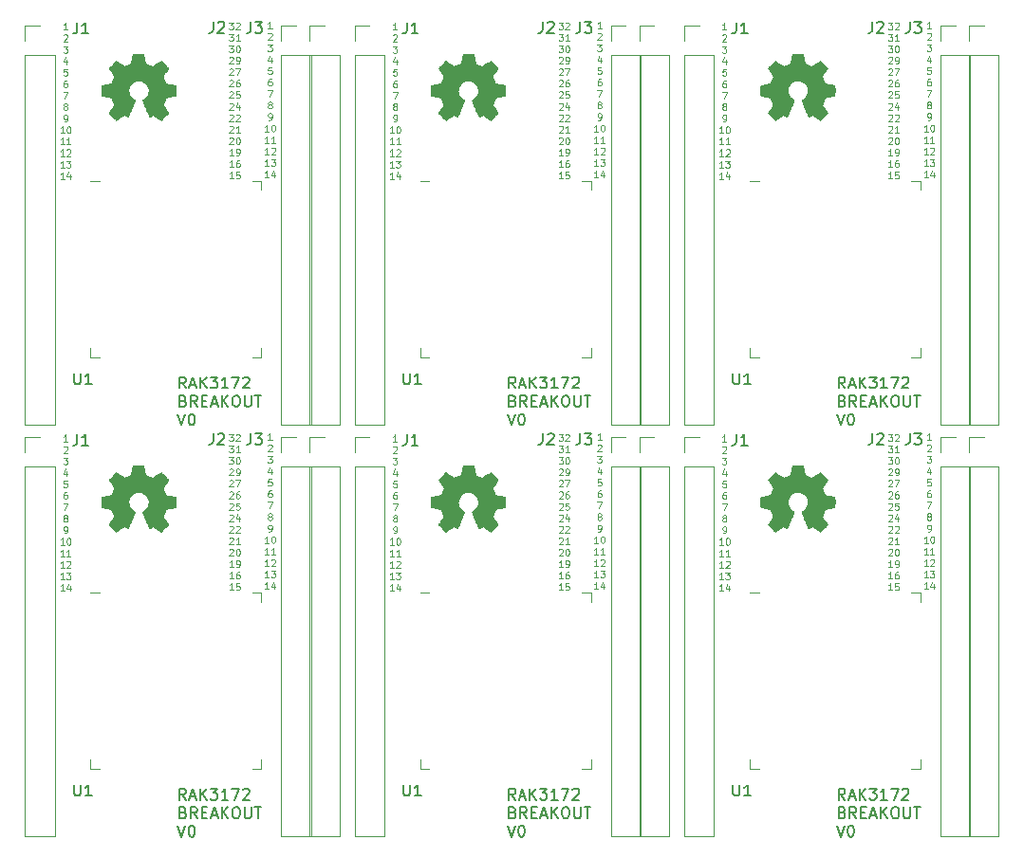
<source format=gbr>
G04 #@! TF.GenerationSoftware,KiCad,Pcbnew,5.1.5+dfsg1-2build2*
G04 #@! TF.CreationDate,2022-03-02T16:34:00-05:00*
G04 #@! TF.ProjectId,,58585858-5858-4585-9858-585858585858,rev?*
G04 #@! TF.SameCoordinates,Original*
G04 #@! TF.FileFunction,Legend,Top*
G04 #@! TF.FilePolarity,Positive*
%FSLAX46Y46*%
G04 Gerber Fmt 4.6, Leading zero omitted, Abs format (unit mm)*
G04 Created by KiCad (PCBNEW 5.1.5+dfsg1-2build2) date 2022-03-02 16:34:00*
%MOMM*%
%LPD*%
G04 APERTURE LIST*
%ADD10C,0.125000*%
%ADD11C,0.150000*%
%ADD12C,0.120000*%
%ADD13C,0.010000*%
G04 APERTURE END LIST*
D10*
X148469045Y-81452848D02*
X148840474Y-81452848D01*
X148640474Y-81681420D01*
X148726188Y-81681420D01*
X148783331Y-81709991D01*
X148811902Y-81738562D01*
X148840474Y-81795705D01*
X148840474Y-81938562D01*
X148811902Y-81995705D01*
X148783331Y-82024277D01*
X148726188Y-82052848D01*
X148554760Y-82052848D01*
X148497617Y-82024277D01*
X148469045Y-81995705D01*
X149069045Y-81509991D02*
X149097617Y-81481420D01*
X149154760Y-81452848D01*
X149297617Y-81452848D01*
X149354760Y-81481420D01*
X149383331Y-81509991D01*
X149411902Y-81567134D01*
X149411902Y-81624277D01*
X149383331Y-81709991D01*
X149040474Y-82052848D01*
X149411902Y-82052848D01*
X148469045Y-82477848D02*
X148840474Y-82477848D01*
X148640474Y-82706420D01*
X148726188Y-82706420D01*
X148783331Y-82734991D01*
X148811902Y-82763562D01*
X148840474Y-82820705D01*
X148840474Y-82963562D01*
X148811902Y-83020705D01*
X148783331Y-83049277D01*
X148726188Y-83077848D01*
X148554760Y-83077848D01*
X148497617Y-83049277D01*
X148469045Y-83020705D01*
X149411902Y-83077848D02*
X149069045Y-83077848D01*
X149240474Y-83077848D02*
X149240474Y-82477848D01*
X149183331Y-82563562D01*
X149126188Y-82620705D01*
X149069045Y-82649277D01*
X148469045Y-83502848D02*
X148840474Y-83502848D01*
X148640474Y-83731420D01*
X148726188Y-83731420D01*
X148783331Y-83759991D01*
X148811902Y-83788562D01*
X148840474Y-83845705D01*
X148840474Y-83988562D01*
X148811902Y-84045705D01*
X148783331Y-84074277D01*
X148726188Y-84102848D01*
X148554760Y-84102848D01*
X148497617Y-84074277D01*
X148469045Y-84045705D01*
X149211902Y-83502848D02*
X149269045Y-83502848D01*
X149326188Y-83531420D01*
X149354760Y-83559991D01*
X149383331Y-83617134D01*
X149411902Y-83731420D01*
X149411902Y-83874277D01*
X149383331Y-83988562D01*
X149354760Y-84045705D01*
X149326188Y-84074277D01*
X149269045Y-84102848D01*
X149211902Y-84102848D01*
X149154760Y-84074277D01*
X149126188Y-84045705D01*
X149097617Y-83988562D01*
X149069045Y-83874277D01*
X149069045Y-83731420D01*
X149097617Y-83617134D01*
X149126188Y-83559991D01*
X149154760Y-83531420D01*
X149211902Y-83502848D01*
X148497617Y-84584991D02*
X148526188Y-84556420D01*
X148583331Y-84527848D01*
X148726188Y-84527848D01*
X148783331Y-84556420D01*
X148811902Y-84584991D01*
X148840474Y-84642134D01*
X148840474Y-84699277D01*
X148811902Y-84784991D01*
X148469045Y-85127848D01*
X148840474Y-85127848D01*
X149126188Y-85127848D02*
X149240474Y-85127848D01*
X149297617Y-85099277D01*
X149326188Y-85070705D01*
X149383331Y-84984991D01*
X149411902Y-84870705D01*
X149411902Y-84642134D01*
X149383331Y-84584991D01*
X149354760Y-84556420D01*
X149297617Y-84527848D01*
X149183331Y-84527848D01*
X149126188Y-84556420D01*
X149097617Y-84584991D01*
X149069045Y-84642134D01*
X149069045Y-84784991D01*
X149097617Y-84842134D01*
X149126188Y-84870705D01*
X149183331Y-84899277D01*
X149297617Y-84899277D01*
X149354760Y-84870705D01*
X149383331Y-84842134D01*
X149411902Y-84784991D01*
X148497617Y-85609991D02*
X148526188Y-85581420D01*
X148583331Y-85552848D01*
X148726188Y-85552848D01*
X148783331Y-85581420D01*
X148811902Y-85609991D01*
X148840474Y-85667134D01*
X148840474Y-85724277D01*
X148811902Y-85809991D01*
X148469045Y-86152848D01*
X148840474Y-86152848D01*
X149040474Y-85552848D02*
X149440474Y-85552848D01*
X149183331Y-86152848D01*
X148497617Y-86634991D02*
X148526188Y-86606420D01*
X148583331Y-86577848D01*
X148726188Y-86577848D01*
X148783331Y-86606420D01*
X148811902Y-86634991D01*
X148840474Y-86692134D01*
X148840474Y-86749277D01*
X148811902Y-86834991D01*
X148469045Y-87177848D01*
X148840474Y-87177848D01*
X149354760Y-86577848D02*
X149240474Y-86577848D01*
X149183331Y-86606420D01*
X149154760Y-86634991D01*
X149097617Y-86720705D01*
X149069045Y-86834991D01*
X149069045Y-87063562D01*
X149097617Y-87120705D01*
X149126188Y-87149277D01*
X149183331Y-87177848D01*
X149297617Y-87177848D01*
X149354760Y-87149277D01*
X149383331Y-87120705D01*
X149411902Y-87063562D01*
X149411902Y-86920705D01*
X149383331Y-86863562D01*
X149354760Y-86834991D01*
X149297617Y-86806420D01*
X149183331Y-86806420D01*
X149126188Y-86834991D01*
X149097617Y-86863562D01*
X149069045Y-86920705D01*
X148497617Y-87659991D02*
X148526188Y-87631420D01*
X148583331Y-87602848D01*
X148726188Y-87602848D01*
X148783331Y-87631420D01*
X148811902Y-87659991D01*
X148840474Y-87717134D01*
X148840474Y-87774277D01*
X148811902Y-87859991D01*
X148469045Y-88202848D01*
X148840474Y-88202848D01*
X149383331Y-87602848D02*
X149097617Y-87602848D01*
X149069045Y-87888562D01*
X149097617Y-87859991D01*
X149154760Y-87831420D01*
X149297617Y-87831420D01*
X149354760Y-87859991D01*
X149383331Y-87888562D01*
X149411902Y-87945705D01*
X149411902Y-88088562D01*
X149383331Y-88145705D01*
X149354760Y-88174277D01*
X149297617Y-88202848D01*
X149154760Y-88202848D01*
X149097617Y-88174277D01*
X149069045Y-88145705D01*
X148497617Y-88684991D02*
X148526188Y-88656420D01*
X148583331Y-88627848D01*
X148726188Y-88627848D01*
X148783331Y-88656420D01*
X148811902Y-88684991D01*
X148840474Y-88742134D01*
X148840474Y-88799277D01*
X148811902Y-88884991D01*
X148469045Y-89227848D01*
X148840474Y-89227848D01*
X149354760Y-88827848D02*
X149354760Y-89227848D01*
X149211902Y-88599277D02*
X149069045Y-89027848D01*
X149440474Y-89027848D01*
X148497617Y-89709991D02*
X148526188Y-89681420D01*
X148583331Y-89652848D01*
X148726188Y-89652848D01*
X148783331Y-89681420D01*
X148811902Y-89709991D01*
X148840474Y-89767134D01*
X148840474Y-89824277D01*
X148811902Y-89909991D01*
X148469045Y-90252848D01*
X148840474Y-90252848D01*
X149069045Y-89709991D02*
X149097617Y-89681420D01*
X149154760Y-89652848D01*
X149297617Y-89652848D01*
X149354760Y-89681420D01*
X149383331Y-89709991D01*
X149411902Y-89767134D01*
X149411902Y-89824277D01*
X149383331Y-89909991D01*
X149040474Y-90252848D01*
X149411902Y-90252848D01*
X148497617Y-90734991D02*
X148526188Y-90706420D01*
X148583331Y-90677848D01*
X148726188Y-90677848D01*
X148783331Y-90706420D01*
X148811902Y-90734991D01*
X148840474Y-90792134D01*
X148840474Y-90849277D01*
X148811902Y-90934991D01*
X148469045Y-91277848D01*
X148840474Y-91277848D01*
X149411902Y-91277848D02*
X149069045Y-91277848D01*
X149240474Y-91277848D02*
X149240474Y-90677848D01*
X149183331Y-90763562D01*
X149126188Y-90820705D01*
X149069045Y-90849277D01*
X148497617Y-91759991D02*
X148526188Y-91731420D01*
X148583331Y-91702848D01*
X148726188Y-91702848D01*
X148783331Y-91731420D01*
X148811902Y-91759991D01*
X148840474Y-91817134D01*
X148840474Y-91874277D01*
X148811902Y-91959991D01*
X148469045Y-92302848D01*
X148840474Y-92302848D01*
X149211902Y-91702848D02*
X149269045Y-91702848D01*
X149326188Y-91731420D01*
X149354760Y-91759991D01*
X149383331Y-91817134D01*
X149411902Y-91931420D01*
X149411902Y-92074277D01*
X149383331Y-92188562D01*
X149354760Y-92245705D01*
X149326188Y-92274277D01*
X149269045Y-92302848D01*
X149211902Y-92302848D01*
X149154760Y-92274277D01*
X149126188Y-92245705D01*
X149097617Y-92188562D01*
X149069045Y-92074277D01*
X149069045Y-91931420D01*
X149097617Y-91817134D01*
X149126188Y-91759991D01*
X149154760Y-91731420D01*
X149211902Y-91702848D01*
X148840474Y-93327848D02*
X148497617Y-93327848D01*
X148669045Y-93327848D02*
X148669045Y-92727848D01*
X148611902Y-92813562D01*
X148554760Y-92870705D01*
X148497617Y-92899277D01*
X149126188Y-93327848D02*
X149240474Y-93327848D01*
X149297617Y-93299277D01*
X149326188Y-93270705D01*
X149383331Y-93184991D01*
X149411902Y-93070705D01*
X149411902Y-92842134D01*
X149383331Y-92784991D01*
X149354760Y-92756420D01*
X149297617Y-92727848D01*
X149183331Y-92727848D01*
X149126188Y-92756420D01*
X149097617Y-92784991D01*
X149069045Y-92842134D01*
X149069045Y-92984991D01*
X149097617Y-93042134D01*
X149126188Y-93070705D01*
X149183331Y-93099277D01*
X149297617Y-93099277D01*
X149354760Y-93070705D01*
X149383331Y-93042134D01*
X149411902Y-92984991D01*
X148840474Y-94352848D02*
X148497617Y-94352848D01*
X148669045Y-94352848D02*
X148669045Y-93752848D01*
X148611902Y-93838562D01*
X148554760Y-93895705D01*
X148497617Y-93924277D01*
X149354760Y-93752848D02*
X149240474Y-93752848D01*
X149183331Y-93781420D01*
X149154760Y-93809991D01*
X149097617Y-93895705D01*
X149069045Y-94009991D01*
X149069045Y-94238562D01*
X149097617Y-94295705D01*
X149126188Y-94324277D01*
X149183331Y-94352848D01*
X149297617Y-94352848D01*
X149354760Y-94324277D01*
X149383331Y-94295705D01*
X149411902Y-94238562D01*
X149411902Y-94095705D01*
X149383331Y-94038562D01*
X149354760Y-94009991D01*
X149297617Y-93981420D01*
X149183331Y-93981420D01*
X149126188Y-94009991D01*
X149097617Y-94038562D01*
X149069045Y-94095705D01*
X148840474Y-95377848D02*
X148497617Y-95377848D01*
X148669045Y-95377848D02*
X148669045Y-94777848D01*
X148611902Y-94863562D01*
X148554760Y-94920705D01*
X148497617Y-94949277D01*
X149383331Y-94777848D02*
X149097617Y-94777848D01*
X149069045Y-95063562D01*
X149097617Y-95034991D01*
X149154760Y-95006420D01*
X149297617Y-95006420D01*
X149354760Y-95034991D01*
X149383331Y-95063562D01*
X149411902Y-95120705D01*
X149411902Y-95263562D01*
X149383331Y-95320705D01*
X149354760Y-95349277D01*
X149297617Y-95377848D01*
X149154760Y-95377848D01*
X149097617Y-95349277D01*
X149069045Y-95320705D01*
X119069045Y-81452848D02*
X119440474Y-81452848D01*
X119240474Y-81681420D01*
X119326188Y-81681420D01*
X119383331Y-81709991D01*
X119411902Y-81738562D01*
X119440474Y-81795705D01*
X119440474Y-81938562D01*
X119411902Y-81995705D01*
X119383331Y-82024277D01*
X119326188Y-82052848D01*
X119154760Y-82052848D01*
X119097617Y-82024277D01*
X119069045Y-81995705D01*
X119669045Y-81509991D02*
X119697617Y-81481420D01*
X119754760Y-81452848D01*
X119897617Y-81452848D01*
X119954760Y-81481420D01*
X119983331Y-81509991D01*
X120011902Y-81567134D01*
X120011902Y-81624277D01*
X119983331Y-81709991D01*
X119640474Y-82052848D01*
X120011902Y-82052848D01*
X119069045Y-82477848D02*
X119440474Y-82477848D01*
X119240474Y-82706420D01*
X119326188Y-82706420D01*
X119383331Y-82734991D01*
X119411902Y-82763562D01*
X119440474Y-82820705D01*
X119440474Y-82963562D01*
X119411902Y-83020705D01*
X119383331Y-83049277D01*
X119326188Y-83077848D01*
X119154760Y-83077848D01*
X119097617Y-83049277D01*
X119069045Y-83020705D01*
X120011902Y-83077848D02*
X119669045Y-83077848D01*
X119840474Y-83077848D02*
X119840474Y-82477848D01*
X119783331Y-82563562D01*
X119726188Y-82620705D01*
X119669045Y-82649277D01*
X119069045Y-83502848D02*
X119440474Y-83502848D01*
X119240474Y-83731420D01*
X119326188Y-83731420D01*
X119383331Y-83759991D01*
X119411902Y-83788562D01*
X119440474Y-83845705D01*
X119440474Y-83988562D01*
X119411902Y-84045705D01*
X119383331Y-84074277D01*
X119326188Y-84102848D01*
X119154760Y-84102848D01*
X119097617Y-84074277D01*
X119069045Y-84045705D01*
X119811902Y-83502848D02*
X119869045Y-83502848D01*
X119926188Y-83531420D01*
X119954760Y-83559991D01*
X119983331Y-83617134D01*
X120011902Y-83731420D01*
X120011902Y-83874277D01*
X119983331Y-83988562D01*
X119954760Y-84045705D01*
X119926188Y-84074277D01*
X119869045Y-84102848D01*
X119811902Y-84102848D01*
X119754760Y-84074277D01*
X119726188Y-84045705D01*
X119697617Y-83988562D01*
X119669045Y-83874277D01*
X119669045Y-83731420D01*
X119697617Y-83617134D01*
X119726188Y-83559991D01*
X119754760Y-83531420D01*
X119811902Y-83502848D01*
X119097617Y-84584991D02*
X119126188Y-84556420D01*
X119183331Y-84527848D01*
X119326188Y-84527848D01*
X119383331Y-84556420D01*
X119411902Y-84584991D01*
X119440474Y-84642134D01*
X119440474Y-84699277D01*
X119411902Y-84784991D01*
X119069045Y-85127848D01*
X119440474Y-85127848D01*
X119726188Y-85127848D02*
X119840474Y-85127848D01*
X119897617Y-85099277D01*
X119926188Y-85070705D01*
X119983331Y-84984991D01*
X120011902Y-84870705D01*
X120011902Y-84642134D01*
X119983331Y-84584991D01*
X119954760Y-84556420D01*
X119897617Y-84527848D01*
X119783331Y-84527848D01*
X119726188Y-84556420D01*
X119697617Y-84584991D01*
X119669045Y-84642134D01*
X119669045Y-84784991D01*
X119697617Y-84842134D01*
X119726188Y-84870705D01*
X119783331Y-84899277D01*
X119897617Y-84899277D01*
X119954760Y-84870705D01*
X119983331Y-84842134D01*
X120011902Y-84784991D01*
X119097617Y-85609991D02*
X119126188Y-85581420D01*
X119183331Y-85552848D01*
X119326188Y-85552848D01*
X119383331Y-85581420D01*
X119411902Y-85609991D01*
X119440474Y-85667134D01*
X119440474Y-85724277D01*
X119411902Y-85809991D01*
X119069045Y-86152848D01*
X119440474Y-86152848D01*
X119640474Y-85552848D02*
X120040474Y-85552848D01*
X119783331Y-86152848D01*
X119097617Y-86634991D02*
X119126188Y-86606420D01*
X119183331Y-86577848D01*
X119326188Y-86577848D01*
X119383331Y-86606420D01*
X119411902Y-86634991D01*
X119440474Y-86692134D01*
X119440474Y-86749277D01*
X119411902Y-86834991D01*
X119069045Y-87177848D01*
X119440474Y-87177848D01*
X119954760Y-86577848D02*
X119840474Y-86577848D01*
X119783331Y-86606420D01*
X119754760Y-86634991D01*
X119697617Y-86720705D01*
X119669045Y-86834991D01*
X119669045Y-87063562D01*
X119697617Y-87120705D01*
X119726188Y-87149277D01*
X119783331Y-87177848D01*
X119897617Y-87177848D01*
X119954760Y-87149277D01*
X119983331Y-87120705D01*
X120011902Y-87063562D01*
X120011902Y-86920705D01*
X119983331Y-86863562D01*
X119954760Y-86834991D01*
X119897617Y-86806420D01*
X119783331Y-86806420D01*
X119726188Y-86834991D01*
X119697617Y-86863562D01*
X119669045Y-86920705D01*
X119097617Y-87659991D02*
X119126188Y-87631420D01*
X119183331Y-87602848D01*
X119326188Y-87602848D01*
X119383331Y-87631420D01*
X119411902Y-87659991D01*
X119440474Y-87717134D01*
X119440474Y-87774277D01*
X119411902Y-87859991D01*
X119069045Y-88202848D01*
X119440474Y-88202848D01*
X119983331Y-87602848D02*
X119697617Y-87602848D01*
X119669045Y-87888562D01*
X119697617Y-87859991D01*
X119754760Y-87831420D01*
X119897617Y-87831420D01*
X119954760Y-87859991D01*
X119983331Y-87888562D01*
X120011902Y-87945705D01*
X120011902Y-88088562D01*
X119983331Y-88145705D01*
X119954760Y-88174277D01*
X119897617Y-88202848D01*
X119754760Y-88202848D01*
X119697617Y-88174277D01*
X119669045Y-88145705D01*
X119097617Y-88684991D02*
X119126188Y-88656420D01*
X119183331Y-88627848D01*
X119326188Y-88627848D01*
X119383331Y-88656420D01*
X119411902Y-88684991D01*
X119440474Y-88742134D01*
X119440474Y-88799277D01*
X119411902Y-88884991D01*
X119069045Y-89227848D01*
X119440474Y-89227848D01*
X119954760Y-88827848D02*
X119954760Y-89227848D01*
X119811902Y-88599277D02*
X119669045Y-89027848D01*
X120040474Y-89027848D01*
X119097617Y-89709991D02*
X119126188Y-89681420D01*
X119183331Y-89652848D01*
X119326188Y-89652848D01*
X119383331Y-89681420D01*
X119411902Y-89709991D01*
X119440474Y-89767134D01*
X119440474Y-89824277D01*
X119411902Y-89909991D01*
X119069045Y-90252848D01*
X119440474Y-90252848D01*
X119669045Y-89709991D02*
X119697617Y-89681420D01*
X119754760Y-89652848D01*
X119897617Y-89652848D01*
X119954760Y-89681420D01*
X119983331Y-89709991D01*
X120011902Y-89767134D01*
X120011902Y-89824277D01*
X119983331Y-89909991D01*
X119640474Y-90252848D01*
X120011902Y-90252848D01*
X119097617Y-90734991D02*
X119126188Y-90706420D01*
X119183331Y-90677848D01*
X119326188Y-90677848D01*
X119383331Y-90706420D01*
X119411902Y-90734991D01*
X119440474Y-90792134D01*
X119440474Y-90849277D01*
X119411902Y-90934991D01*
X119069045Y-91277848D01*
X119440474Y-91277848D01*
X120011902Y-91277848D02*
X119669045Y-91277848D01*
X119840474Y-91277848D02*
X119840474Y-90677848D01*
X119783331Y-90763562D01*
X119726188Y-90820705D01*
X119669045Y-90849277D01*
X119097617Y-91759991D02*
X119126188Y-91731420D01*
X119183331Y-91702848D01*
X119326188Y-91702848D01*
X119383331Y-91731420D01*
X119411902Y-91759991D01*
X119440474Y-91817134D01*
X119440474Y-91874277D01*
X119411902Y-91959991D01*
X119069045Y-92302848D01*
X119440474Y-92302848D01*
X119811902Y-91702848D02*
X119869045Y-91702848D01*
X119926188Y-91731420D01*
X119954760Y-91759991D01*
X119983331Y-91817134D01*
X120011902Y-91931420D01*
X120011902Y-92074277D01*
X119983331Y-92188562D01*
X119954760Y-92245705D01*
X119926188Y-92274277D01*
X119869045Y-92302848D01*
X119811902Y-92302848D01*
X119754760Y-92274277D01*
X119726188Y-92245705D01*
X119697617Y-92188562D01*
X119669045Y-92074277D01*
X119669045Y-91931420D01*
X119697617Y-91817134D01*
X119726188Y-91759991D01*
X119754760Y-91731420D01*
X119811902Y-91702848D01*
X119440474Y-93327848D02*
X119097617Y-93327848D01*
X119269045Y-93327848D02*
X119269045Y-92727848D01*
X119211902Y-92813562D01*
X119154760Y-92870705D01*
X119097617Y-92899277D01*
X119726188Y-93327848D02*
X119840474Y-93327848D01*
X119897617Y-93299277D01*
X119926188Y-93270705D01*
X119983331Y-93184991D01*
X120011902Y-93070705D01*
X120011902Y-92842134D01*
X119983331Y-92784991D01*
X119954760Y-92756420D01*
X119897617Y-92727848D01*
X119783331Y-92727848D01*
X119726188Y-92756420D01*
X119697617Y-92784991D01*
X119669045Y-92842134D01*
X119669045Y-92984991D01*
X119697617Y-93042134D01*
X119726188Y-93070705D01*
X119783331Y-93099277D01*
X119897617Y-93099277D01*
X119954760Y-93070705D01*
X119983331Y-93042134D01*
X120011902Y-92984991D01*
X119440474Y-94352848D02*
X119097617Y-94352848D01*
X119269045Y-94352848D02*
X119269045Y-93752848D01*
X119211902Y-93838562D01*
X119154760Y-93895705D01*
X119097617Y-93924277D01*
X119954760Y-93752848D02*
X119840474Y-93752848D01*
X119783331Y-93781420D01*
X119754760Y-93809991D01*
X119697617Y-93895705D01*
X119669045Y-94009991D01*
X119669045Y-94238562D01*
X119697617Y-94295705D01*
X119726188Y-94324277D01*
X119783331Y-94352848D01*
X119897617Y-94352848D01*
X119954760Y-94324277D01*
X119983331Y-94295705D01*
X120011902Y-94238562D01*
X120011902Y-94095705D01*
X119983331Y-94038562D01*
X119954760Y-94009991D01*
X119897617Y-93981420D01*
X119783331Y-93981420D01*
X119726188Y-94009991D01*
X119697617Y-94038562D01*
X119669045Y-94095705D01*
X119440474Y-95377848D02*
X119097617Y-95377848D01*
X119269045Y-95377848D02*
X119269045Y-94777848D01*
X119211902Y-94863562D01*
X119154760Y-94920705D01*
X119097617Y-94949277D01*
X119983331Y-94777848D02*
X119697617Y-94777848D01*
X119669045Y-95063562D01*
X119697617Y-95034991D01*
X119754760Y-95006420D01*
X119897617Y-95006420D01*
X119954760Y-95034991D01*
X119983331Y-95063562D01*
X120011902Y-95120705D01*
X120011902Y-95263562D01*
X119983331Y-95320705D01*
X119954760Y-95349277D01*
X119897617Y-95377848D01*
X119754760Y-95377848D01*
X119697617Y-95349277D01*
X119669045Y-95320705D01*
X89669045Y-81452848D02*
X90040474Y-81452848D01*
X89840474Y-81681420D01*
X89926188Y-81681420D01*
X89983331Y-81709991D01*
X90011902Y-81738562D01*
X90040474Y-81795705D01*
X90040474Y-81938562D01*
X90011902Y-81995705D01*
X89983331Y-82024277D01*
X89926188Y-82052848D01*
X89754760Y-82052848D01*
X89697617Y-82024277D01*
X89669045Y-81995705D01*
X90269045Y-81509991D02*
X90297617Y-81481420D01*
X90354760Y-81452848D01*
X90497617Y-81452848D01*
X90554760Y-81481420D01*
X90583331Y-81509991D01*
X90611902Y-81567134D01*
X90611902Y-81624277D01*
X90583331Y-81709991D01*
X90240474Y-82052848D01*
X90611902Y-82052848D01*
X89669045Y-82477848D02*
X90040474Y-82477848D01*
X89840474Y-82706420D01*
X89926188Y-82706420D01*
X89983331Y-82734991D01*
X90011902Y-82763562D01*
X90040474Y-82820705D01*
X90040474Y-82963562D01*
X90011902Y-83020705D01*
X89983331Y-83049277D01*
X89926188Y-83077848D01*
X89754760Y-83077848D01*
X89697617Y-83049277D01*
X89669045Y-83020705D01*
X90611902Y-83077848D02*
X90269045Y-83077848D01*
X90440474Y-83077848D02*
X90440474Y-82477848D01*
X90383331Y-82563562D01*
X90326188Y-82620705D01*
X90269045Y-82649277D01*
X89669045Y-83502848D02*
X90040474Y-83502848D01*
X89840474Y-83731420D01*
X89926188Y-83731420D01*
X89983331Y-83759991D01*
X90011902Y-83788562D01*
X90040474Y-83845705D01*
X90040474Y-83988562D01*
X90011902Y-84045705D01*
X89983331Y-84074277D01*
X89926188Y-84102848D01*
X89754760Y-84102848D01*
X89697617Y-84074277D01*
X89669045Y-84045705D01*
X90411902Y-83502848D02*
X90469045Y-83502848D01*
X90526188Y-83531420D01*
X90554760Y-83559991D01*
X90583331Y-83617134D01*
X90611902Y-83731420D01*
X90611902Y-83874277D01*
X90583331Y-83988562D01*
X90554760Y-84045705D01*
X90526188Y-84074277D01*
X90469045Y-84102848D01*
X90411902Y-84102848D01*
X90354760Y-84074277D01*
X90326188Y-84045705D01*
X90297617Y-83988562D01*
X90269045Y-83874277D01*
X90269045Y-83731420D01*
X90297617Y-83617134D01*
X90326188Y-83559991D01*
X90354760Y-83531420D01*
X90411902Y-83502848D01*
X89697617Y-84584991D02*
X89726188Y-84556420D01*
X89783331Y-84527848D01*
X89926188Y-84527848D01*
X89983331Y-84556420D01*
X90011902Y-84584991D01*
X90040474Y-84642134D01*
X90040474Y-84699277D01*
X90011902Y-84784991D01*
X89669045Y-85127848D01*
X90040474Y-85127848D01*
X90326188Y-85127848D02*
X90440474Y-85127848D01*
X90497617Y-85099277D01*
X90526188Y-85070705D01*
X90583331Y-84984991D01*
X90611902Y-84870705D01*
X90611902Y-84642134D01*
X90583331Y-84584991D01*
X90554760Y-84556420D01*
X90497617Y-84527848D01*
X90383331Y-84527848D01*
X90326188Y-84556420D01*
X90297617Y-84584991D01*
X90269045Y-84642134D01*
X90269045Y-84784991D01*
X90297617Y-84842134D01*
X90326188Y-84870705D01*
X90383331Y-84899277D01*
X90497617Y-84899277D01*
X90554760Y-84870705D01*
X90583331Y-84842134D01*
X90611902Y-84784991D01*
X89697617Y-85609991D02*
X89726188Y-85581420D01*
X89783331Y-85552848D01*
X89926188Y-85552848D01*
X89983331Y-85581420D01*
X90011902Y-85609991D01*
X90040474Y-85667134D01*
X90040474Y-85724277D01*
X90011902Y-85809991D01*
X89669045Y-86152848D01*
X90040474Y-86152848D01*
X90240474Y-85552848D02*
X90640474Y-85552848D01*
X90383331Y-86152848D01*
X89697617Y-86634991D02*
X89726188Y-86606420D01*
X89783331Y-86577848D01*
X89926188Y-86577848D01*
X89983331Y-86606420D01*
X90011902Y-86634991D01*
X90040474Y-86692134D01*
X90040474Y-86749277D01*
X90011902Y-86834991D01*
X89669045Y-87177848D01*
X90040474Y-87177848D01*
X90554760Y-86577848D02*
X90440474Y-86577848D01*
X90383331Y-86606420D01*
X90354760Y-86634991D01*
X90297617Y-86720705D01*
X90269045Y-86834991D01*
X90269045Y-87063562D01*
X90297617Y-87120705D01*
X90326188Y-87149277D01*
X90383331Y-87177848D01*
X90497617Y-87177848D01*
X90554760Y-87149277D01*
X90583331Y-87120705D01*
X90611902Y-87063562D01*
X90611902Y-86920705D01*
X90583331Y-86863562D01*
X90554760Y-86834991D01*
X90497617Y-86806420D01*
X90383331Y-86806420D01*
X90326188Y-86834991D01*
X90297617Y-86863562D01*
X90269045Y-86920705D01*
X89697617Y-87659991D02*
X89726188Y-87631420D01*
X89783331Y-87602848D01*
X89926188Y-87602848D01*
X89983331Y-87631420D01*
X90011902Y-87659991D01*
X90040474Y-87717134D01*
X90040474Y-87774277D01*
X90011902Y-87859991D01*
X89669045Y-88202848D01*
X90040474Y-88202848D01*
X90583331Y-87602848D02*
X90297617Y-87602848D01*
X90269045Y-87888562D01*
X90297617Y-87859991D01*
X90354760Y-87831420D01*
X90497617Y-87831420D01*
X90554760Y-87859991D01*
X90583331Y-87888562D01*
X90611902Y-87945705D01*
X90611902Y-88088562D01*
X90583331Y-88145705D01*
X90554760Y-88174277D01*
X90497617Y-88202848D01*
X90354760Y-88202848D01*
X90297617Y-88174277D01*
X90269045Y-88145705D01*
X89697617Y-88684991D02*
X89726188Y-88656420D01*
X89783331Y-88627848D01*
X89926188Y-88627848D01*
X89983331Y-88656420D01*
X90011902Y-88684991D01*
X90040474Y-88742134D01*
X90040474Y-88799277D01*
X90011902Y-88884991D01*
X89669045Y-89227848D01*
X90040474Y-89227848D01*
X90554760Y-88827848D02*
X90554760Y-89227848D01*
X90411902Y-88599277D02*
X90269045Y-89027848D01*
X90640474Y-89027848D01*
X89697617Y-89709991D02*
X89726188Y-89681420D01*
X89783331Y-89652848D01*
X89926188Y-89652848D01*
X89983331Y-89681420D01*
X90011902Y-89709991D01*
X90040474Y-89767134D01*
X90040474Y-89824277D01*
X90011902Y-89909991D01*
X89669045Y-90252848D01*
X90040474Y-90252848D01*
X90269045Y-89709991D02*
X90297617Y-89681420D01*
X90354760Y-89652848D01*
X90497617Y-89652848D01*
X90554760Y-89681420D01*
X90583331Y-89709991D01*
X90611902Y-89767134D01*
X90611902Y-89824277D01*
X90583331Y-89909991D01*
X90240474Y-90252848D01*
X90611902Y-90252848D01*
X89697617Y-90734991D02*
X89726188Y-90706420D01*
X89783331Y-90677848D01*
X89926188Y-90677848D01*
X89983331Y-90706420D01*
X90011902Y-90734991D01*
X90040474Y-90792134D01*
X90040474Y-90849277D01*
X90011902Y-90934991D01*
X89669045Y-91277848D01*
X90040474Y-91277848D01*
X90611902Y-91277848D02*
X90269045Y-91277848D01*
X90440474Y-91277848D02*
X90440474Y-90677848D01*
X90383331Y-90763562D01*
X90326188Y-90820705D01*
X90269045Y-90849277D01*
X89697617Y-91759991D02*
X89726188Y-91731420D01*
X89783331Y-91702848D01*
X89926188Y-91702848D01*
X89983331Y-91731420D01*
X90011902Y-91759991D01*
X90040474Y-91817134D01*
X90040474Y-91874277D01*
X90011902Y-91959991D01*
X89669045Y-92302848D01*
X90040474Y-92302848D01*
X90411902Y-91702848D02*
X90469045Y-91702848D01*
X90526188Y-91731420D01*
X90554760Y-91759991D01*
X90583331Y-91817134D01*
X90611902Y-91931420D01*
X90611902Y-92074277D01*
X90583331Y-92188562D01*
X90554760Y-92245705D01*
X90526188Y-92274277D01*
X90469045Y-92302848D01*
X90411902Y-92302848D01*
X90354760Y-92274277D01*
X90326188Y-92245705D01*
X90297617Y-92188562D01*
X90269045Y-92074277D01*
X90269045Y-91931420D01*
X90297617Y-91817134D01*
X90326188Y-91759991D01*
X90354760Y-91731420D01*
X90411902Y-91702848D01*
X90040474Y-93327848D02*
X89697617Y-93327848D01*
X89869045Y-93327848D02*
X89869045Y-92727848D01*
X89811902Y-92813562D01*
X89754760Y-92870705D01*
X89697617Y-92899277D01*
X90326188Y-93327848D02*
X90440474Y-93327848D01*
X90497617Y-93299277D01*
X90526188Y-93270705D01*
X90583331Y-93184991D01*
X90611902Y-93070705D01*
X90611902Y-92842134D01*
X90583331Y-92784991D01*
X90554760Y-92756420D01*
X90497617Y-92727848D01*
X90383331Y-92727848D01*
X90326188Y-92756420D01*
X90297617Y-92784991D01*
X90269045Y-92842134D01*
X90269045Y-92984991D01*
X90297617Y-93042134D01*
X90326188Y-93070705D01*
X90383331Y-93099277D01*
X90497617Y-93099277D01*
X90554760Y-93070705D01*
X90583331Y-93042134D01*
X90611902Y-92984991D01*
X90040474Y-94352848D02*
X89697617Y-94352848D01*
X89869045Y-94352848D02*
X89869045Y-93752848D01*
X89811902Y-93838562D01*
X89754760Y-93895705D01*
X89697617Y-93924277D01*
X90554760Y-93752848D02*
X90440474Y-93752848D01*
X90383331Y-93781420D01*
X90354760Y-93809991D01*
X90297617Y-93895705D01*
X90269045Y-94009991D01*
X90269045Y-94238562D01*
X90297617Y-94295705D01*
X90326188Y-94324277D01*
X90383331Y-94352848D01*
X90497617Y-94352848D01*
X90554760Y-94324277D01*
X90583331Y-94295705D01*
X90611902Y-94238562D01*
X90611902Y-94095705D01*
X90583331Y-94038562D01*
X90554760Y-94009991D01*
X90497617Y-93981420D01*
X90383331Y-93981420D01*
X90326188Y-94009991D01*
X90297617Y-94038562D01*
X90269045Y-94095705D01*
X90040474Y-95377848D02*
X89697617Y-95377848D01*
X89869045Y-95377848D02*
X89869045Y-94777848D01*
X89811902Y-94863562D01*
X89754760Y-94920705D01*
X89697617Y-94949277D01*
X90583331Y-94777848D02*
X90297617Y-94777848D01*
X90269045Y-95063562D01*
X90297617Y-95034991D01*
X90354760Y-95006420D01*
X90497617Y-95006420D01*
X90554760Y-95034991D01*
X90583331Y-95063562D01*
X90611902Y-95120705D01*
X90611902Y-95263562D01*
X90583331Y-95320705D01*
X90554760Y-95349277D01*
X90497617Y-95377848D01*
X90354760Y-95377848D01*
X90297617Y-95349277D01*
X90269045Y-95320705D01*
X148469045Y-44692848D02*
X148840474Y-44692848D01*
X148640474Y-44921420D01*
X148726188Y-44921420D01*
X148783331Y-44949991D01*
X148811902Y-44978562D01*
X148840474Y-45035705D01*
X148840474Y-45178562D01*
X148811902Y-45235705D01*
X148783331Y-45264277D01*
X148726188Y-45292848D01*
X148554760Y-45292848D01*
X148497617Y-45264277D01*
X148469045Y-45235705D01*
X149069045Y-44749991D02*
X149097617Y-44721420D01*
X149154760Y-44692848D01*
X149297617Y-44692848D01*
X149354760Y-44721420D01*
X149383331Y-44749991D01*
X149411902Y-44807134D01*
X149411902Y-44864277D01*
X149383331Y-44949991D01*
X149040474Y-45292848D01*
X149411902Y-45292848D01*
X148469045Y-45717848D02*
X148840474Y-45717848D01*
X148640474Y-45946420D01*
X148726188Y-45946420D01*
X148783331Y-45974991D01*
X148811902Y-46003562D01*
X148840474Y-46060705D01*
X148840474Y-46203562D01*
X148811902Y-46260705D01*
X148783331Y-46289277D01*
X148726188Y-46317848D01*
X148554760Y-46317848D01*
X148497617Y-46289277D01*
X148469045Y-46260705D01*
X149411902Y-46317848D02*
X149069045Y-46317848D01*
X149240474Y-46317848D02*
X149240474Y-45717848D01*
X149183331Y-45803562D01*
X149126188Y-45860705D01*
X149069045Y-45889277D01*
X148469045Y-46742848D02*
X148840474Y-46742848D01*
X148640474Y-46971420D01*
X148726188Y-46971420D01*
X148783331Y-46999991D01*
X148811902Y-47028562D01*
X148840474Y-47085705D01*
X148840474Y-47228562D01*
X148811902Y-47285705D01*
X148783331Y-47314277D01*
X148726188Y-47342848D01*
X148554760Y-47342848D01*
X148497617Y-47314277D01*
X148469045Y-47285705D01*
X149211902Y-46742848D02*
X149269045Y-46742848D01*
X149326188Y-46771420D01*
X149354760Y-46799991D01*
X149383331Y-46857134D01*
X149411902Y-46971420D01*
X149411902Y-47114277D01*
X149383331Y-47228562D01*
X149354760Y-47285705D01*
X149326188Y-47314277D01*
X149269045Y-47342848D01*
X149211902Y-47342848D01*
X149154760Y-47314277D01*
X149126188Y-47285705D01*
X149097617Y-47228562D01*
X149069045Y-47114277D01*
X149069045Y-46971420D01*
X149097617Y-46857134D01*
X149126188Y-46799991D01*
X149154760Y-46771420D01*
X149211902Y-46742848D01*
X148497617Y-47824991D02*
X148526188Y-47796420D01*
X148583331Y-47767848D01*
X148726188Y-47767848D01*
X148783331Y-47796420D01*
X148811902Y-47824991D01*
X148840474Y-47882134D01*
X148840474Y-47939277D01*
X148811902Y-48024991D01*
X148469045Y-48367848D01*
X148840474Y-48367848D01*
X149126188Y-48367848D02*
X149240474Y-48367848D01*
X149297617Y-48339277D01*
X149326188Y-48310705D01*
X149383331Y-48224991D01*
X149411902Y-48110705D01*
X149411902Y-47882134D01*
X149383331Y-47824991D01*
X149354760Y-47796420D01*
X149297617Y-47767848D01*
X149183331Y-47767848D01*
X149126188Y-47796420D01*
X149097617Y-47824991D01*
X149069045Y-47882134D01*
X149069045Y-48024991D01*
X149097617Y-48082134D01*
X149126188Y-48110705D01*
X149183331Y-48139277D01*
X149297617Y-48139277D01*
X149354760Y-48110705D01*
X149383331Y-48082134D01*
X149411902Y-48024991D01*
X148497617Y-48849991D02*
X148526188Y-48821420D01*
X148583331Y-48792848D01*
X148726188Y-48792848D01*
X148783331Y-48821420D01*
X148811902Y-48849991D01*
X148840474Y-48907134D01*
X148840474Y-48964277D01*
X148811902Y-49049991D01*
X148469045Y-49392848D01*
X148840474Y-49392848D01*
X149040474Y-48792848D02*
X149440474Y-48792848D01*
X149183331Y-49392848D01*
X148497617Y-49874991D02*
X148526188Y-49846420D01*
X148583331Y-49817848D01*
X148726188Y-49817848D01*
X148783331Y-49846420D01*
X148811902Y-49874991D01*
X148840474Y-49932134D01*
X148840474Y-49989277D01*
X148811902Y-50074991D01*
X148469045Y-50417848D01*
X148840474Y-50417848D01*
X149354760Y-49817848D02*
X149240474Y-49817848D01*
X149183331Y-49846420D01*
X149154760Y-49874991D01*
X149097617Y-49960705D01*
X149069045Y-50074991D01*
X149069045Y-50303562D01*
X149097617Y-50360705D01*
X149126188Y-50389277D01*
X149183331Y-50417848D01*
X149297617Y-50417848D01*
X149354760Y-50389277D01*
X149383331Y-50360705D01*
X149411902Y-50303562D01*
X149411902Y-50160705D01*
X149383331Y-50103562D01*
X149354760Y-50074991D01*
X149297617Y-50046420D01*
X149183331Y-50046420D01*
X149126188Y-50074991D01*
X149097617Y-50103562D01*
X149069045Y-50160705D01*
X148497617Y-50899991D02*
X148526188Y-50871420D01*
X148583331Y-50842848D01*
X148726188Y-50842848D01*
X148783331Y-50871420D01*
X148811902Y-50899991D01*
X148840474Y-50957134D01*
X148840474Y-51014277D01*
X148811902Y-51099991D01*
X148469045Y-51442848D01*
X148840474Y-51442848D01*
X149383331Y-50842848D02*
X149097617Y-50842848D01*
X149069045Y-51128562D01*
X149097617Y-51099991D01*
X149154760Y-51071420D01*
X149297617Y-51071420D01*
X149354760Y-51099991D01*
X149383331Y-51128562D01*
X149411902Y-51185705D01*
X149411902Y-51328562D01*
X149383331Y-51385705D01*
X149354760Y-51414277D01*
X149297617Y-51442848D01*
X149154760Y-51442848D01*
X149097617Y-51414277D01*
X149069045Y-51385705D01*
X148497617Y-51924991D02*
X148526188Y-51896420D01*
X148583331Y-51867848D01*
X148726188Y-51867848D01*
X148783331Y-51896420D01*
X148811902Y-51924991D01*
X148840474Y-51982134D01*
X148840474Y-52039277D01*
X148811902Y-52124991D01*
X148469045Y-52467848D01*
X148840474Y-52467848D01*
X149354760Y-52067848D02*
X149354760Y-52467848D01*
X149211902Y-51839277D02*
X149069045Y-52267848D01*
X149440474Y-52267848D01*
X148497617Y-52949991D02*
X148526188Y-52921420D01*
X148583331Y-52892848D01*
X148726188Y-52892848D01*
X148783331Y-52921420D01*
X148811902Y-52949991D01*
X148840474Y-53007134D01*
X148840474Y-53064277D01*
X148811902Y-53149991D01*
X148469045Y-53492848D01*
X148840474Y-53492848D01*
X149069045Y-52949991D02*
X149097617Y-52921420D01*
X149154760Y-52892848D01*
X149297617Y-52892848D01*
X149354760Y-52921420D01*
X149383331Y-52949991D01*
X149411902Y-53007134D01*
X149411902Y-53064277D01*
X149383331Y-53149991D01*
X149040474Y-53492848D01*
X149411902Y-53492848D01*
X148497617Y-53974991D02*
X148526188Y-53946420D01*
X148583331Y-53917848D01*
X148726188Y-53917848D01*
X148783331Y-53946420D01*
X148811902Y-53974991D01*
X148840474Y-54032134D01*
X148840474Y-54089277D01*
X148811902Y-54174991D01*
X148469045Y-54517848D01*
X148840474Y-54517848D01*
X149411902Y-54517848D02*
X149069045Y-54517848D01*
X149240474Y-54517848D02*
X149240474Y-53917848D01*
X149183331Y-54003562D01*
X149126188Y-54060705D01*
X149069045Y-54089277D01*
X148497617Y-54999991D02*
X148526188Y-54971420D01*
X148583331Y-54942848D01*
X148726188Y-54942848D01*
X148783331Y-54971420D01*
X148811902Y-54999991D01*
X148840474Y-55057134D01*
X148840474Y-55114277D01*
X148811902Y-55199991D01*
X148469045Y-55542848D01*
X148840474Y-55542848D01*
X149211902Y-54942848D02*
X149269045Y-54942848D01*
X149326188Y-54971420D01*
X149354760Y-54999991D01*
X149383331Y-55057134D01*
X149411902Y-55171420D01*
X149411902Y-55314277D01*
X149383331Y-55428562D01*
X149354760Y-55485705D01*
X149326188Y-55514277D01*
X149269045Y-55542848D01*
X149211902Y-55542848D01*
X149154760Y-55514277D01*
X149126188Y-55485705D01*
X149097617Y-55428562D01*
X149069045Y-55314277D01*
X149069045Y-55171420D01*
X149097617Y-55057134D01*
X149126188Y-54999991D01*
X149154760Y-54971420D01*
X149211902Y-54942848D01*
X148840474Y-56567848D02*
X148497617Y-56567848D01*
X148669045Y-56567848D02*
X148669045Y-55967848D01*
X148611902Y-56053562D01*
X148554760Y-56110705D01*
X148497617Y-56139277D01*
X149126188Y-56567848D02*
X149240474Y-56567848D01*
X149297617Y-56539277D01*
X149326188Y-56510705D01*
X149383331Y-56424991D01*
X149411902Y-56310705D01*
X149411902Y-56082134D01*
X149383331Y-56024991D01*
X149354760Y-55996420D01*
X149297617Y-55967848D01*
X149183331Y-55967848D01*
X149126188Y-55996420D01*
X149097617Y-56024991D01*
X149069045Y-56082134D01*
X149069045Y-56224991D01*
X149097617Y-56282134D01*
X149126188Y-56310705D01*
X149183331Y-56339277D01*
X149297617Y-56339277D01*
X149354760Y-56310705D01*
X149383331Y-56282134D01*
X149411902Y-56224991D01*
X148840474Y-57592848D02*
X148497617Y-57592848D01*
X148669045Y-57592848D02*
X148669045Y-56992848D01*
X148611902Y-57078562D01*
X148554760Y-57135705D01*
X148497617Y-57164277D01*
X149354760Y-56992848D02*
X149240474Y-56992848D01*
X149183331Y-57021420D01*
X149154760Y-57049991D01*
X149097617Y-57135705D01*
X149069045Y-57249991D01*
X149069045Y-57478562D01*
X149097617Y-57535705D01*
X149126188Y-57564277D01*
X149183331Y-57592848D01*
X149297617Y-57592848D01*
X149354760Y-57564277D01*
X149383331Y-57535705D01*
X149411902Y-57478562D01*
X149411902Y-57335705D01*
X149383331Y-57278562D01*
X149354760Y-57249991D01*
X149297617Y-57221420D01*
X149183331Y-57221420D01*
X149126188Y-57249991D01*
X149097617Y-57278562D01*
X149069045Y-57335705D01*
X148840474Y-58617848D02*
X148497617Y-58617848D01*
X148669045Y-58617848D02*
X148669045Y-58017848D01*
X148611902Y-58103562D01*
X148554760Y-58160705D01*
X148497617Y-58189277D01*
X149383331Y-58017848D02*
X149097617Y-58017848D01*
X149069045Y-58303562D01*
X149097617Y-58274991D01*
X149154760Y-58246420D01*
X149297617Y-58246420D01*
X149354760Y-58274991D01*
X149383331Y-58303562D01*
X149411902Y-58360705D01*
X149411902Y-58503562D01*
X149383331Y-58560705D01*
X149354760Y-58589277D01*
X149297617Y-58617848D01*
X149154760Y-58617848D01*
X149097617Y-58589277D01*
X149069045Y-58560705D01*
X119069045Y-44692848D02*
X119440474Y-44692848D01*
X119240474Y-44921420D01*
X119326188Y-44921420D01*
X119383331Y-44949991D01*
X119411902Y-44978562D01*
X119440474Y-45035705D01*
X119440474Y-45178562D01*
X119411902Y-45235705D01*
X119383331Y-45264277D01*
X119326188Y-45292848D01*
X119154760Y-45292848D01*
X119097617Y-45264277D01*
X119069045Y-45235705D01*
X119669045Y-44749991D02*
X119697617Y-44721420D01*
X119754760Y-44692848D01*
X119897617Y-44692848D01*
X119954760Y-44721420D01*
X119983331Y-44749991D01*
X120011902Y-44807134D01*
X120011902Y-44864277D01*
X119983331Y-44949991D01*
X119640474Y-45292848D01*
X120011902Y-45292848D01*
X119069045Y-45717848D02*
X119440474Y-45717848D01*
X119240474Y-45946420D01*
X119326188Y-45946420D01*
X119383331Y-45974991D01*
X119411902Y-46003562D01*
X119440474Y-46060705D01*
X119440474Y-46203562D01*
X119411902Y-46260705D01*
X119383331Y-46289277D01*
X119326188Y-46317848D01*
X119154760Y-46317848D01*
X119097617Y-46289277D01*
X119069045Y-46260705D01*
X120011902Y-46317848D02*
X119669045Y-46317848D01*
X119840474Y-46317848D02*
X119840474Y-45717848D01*
X119783331Y-45803562D01*
X119726188Y-45860705D01*
X119669045Y-45889277D01*
X119069045Y-46742848D02*
X119440474Y-46742848D01*
X119240474Y-46971420D01*
X119326188Y-46971420D01*
X119383331Y-46999991D01*
X119411902Y-47028562D01*
X119440474Y-47085705D01*
X119440474Y-47228562D01*
X119411902Y-47285705D01*
X119383331Y-47314277D01*
X119326188Y-47342848D01*
X119154760Y-47342848D01*
X119097617Y-47314277D01*
X119069045Y-47285705D01*
X119811902Y-46742848D02*
X119869045Y-46742848D01*
X119926188Y-46771420D01*
X119954760Y-46799991D01*
X119983331Y-46857134D01*
X120011902Y-46971420D01*
X120011902Y-47114277D01*
X119983331Y-47228562D01*
X119954760Y-47285705D01*
X119926188Y-47314277D01*
X119869045Y-47342848D01*
X119811902Y-47342848D01*
X119754760Y-47314277D01*
X119726188Y-47285705D01*
X119697617Y-47228562D01*
X119669045Y-47114277D01*
X119669045Y-46971420D01*
X119697617Y-46857134D01*
X119726188Y-46799991D01*
X119754760Y-46771420D01*
X119811902Y-46742848D01*
X119097617Y-47824991D02*
X119126188Y-47796420D01*
X119183331Y-47767848D01*
X119326188Y-47767848D01*
X119383331Y-47796420D01*
X119411902Y-47824991D01*
X119440474Y-47882134D01*
X119440474Y-47939277D01*
X119411902Y-48024991D01*
X119069045Y-48367848D01*
X119440474Y-48367848D01*
X119726188Y-48367848D02*
X119840474Y-48367848D01*
X119897617Y-48339277D01*
X119926188Y-48310705D01*
X119983331Y-48224991D01*
X120011902Y-48110705D01*
X120011902Y-47882134D01*
X119983331Y-47824991D01*
X119954760Y-47796420D01*
X119897617Y-47767848D01*
X119783331Y-47767848D01*
X119726188Y-47796420D01*
X119697617Y-47824991D01*
X119669045Y-47882134D01*
X119669045Y-48024991D01*
X119697617Y-48082134D01*
X119726188Y-48110705D01*
X119783331Y-48139277D01*
X119897617Y-48139277D01*
X119954760Y-48110705D01*
X119983331Y-48082134D01*
X120011902Y-48024991D01*
X119097617Y-48849991D02*
X119126188Y-48821420D01*
X119183331Y-48792848D01*
X119326188Y-48792848D01*
X119383331Y-48821420D01*
X119411902Y-48849991D01*
X119440474Y-48907134D01*
X119440474Y-48964277D01*
X119411902Y-49049991D01*
X119069045Y-49392848D01*
X119440474Y-49392848D01*
X119640474Y-48792848D02*
X120040474Y-48792848D01*
X119783331Y-49392848D01*
X119097617Y-49874991D02*
X119126188Y-49846420D01*
X119183331Y-49817848D01*
X119326188Y-49817848D01*
X119383331Y-49846420D01*
X119411902Y-49874991D01*
X119440474Y-49932134D01*
X119440474Y-49989277D01*
X119411902Y-50074991D01*
X119069045Y-50417848D01*
X119440474Y-50417848D01*
X119954760Y-49817848D02*
X119840474Y-49817848D01*
X119783331Y-49846420D01*
X119754760Y-49874991D01*
X119697617Y-49960705D01*
X119669045Y-50074991D01*
X119669045Y-50303562D01*
X119697617Y-50360705D01*
X119726188Y-50389277D01*
X119783331Y-50417848D01*
X119897617Y-50417848D01*
X119954760Y-50389277D01*
X119983331Y-50360705D01*
X120011902Y-50303562D01*
X120011902Y-50160705D01*
X119983331Y-50103562D01*
X119954760Y-50074991D01*
X119897617Y-50046420D01*
X119783331Y-50046420D01*
X119726188Y-50074991D01*
X119697617Y-50103562D01*
X119669045Y-50160705D01*
X119097617Y-50899991D02*
X119126188Y-50871420D01*
X119183331Y-50842848D01*
X119326188Y-50842848D01*
X119383331Y-50871420D01*
X119411902Y-50899991D01*
X119440474Y-50957134D01*
X119440474Y-51014277D01*
X119411902Y-51099991D01*
X119069045Y-51442848D01*
X119440474Y-51442848D01*
X119983331Y-50842848D02*
X119697617Y-50842848D01*
X119669045Y-51128562D01*
X119697617Y-51099991D01*
X119754760Y-51071420D01*
X119897617Y-51071420D01*
X119954760Y-51099991D01*
X119983331Y-51128562D01*
X120011902Y-51185705D01*
X120011902Y-51328562D01*
X119983331Y-51385705D01*
X119954760Y-51414277D01*
X119897617Y-51442848D01*
X119754760Y-51442848D01*
X119697617Y-51414277D01*
X119669045Y-51385705D01*
X119097617Y-51924991D02*
X119126188Y-51896420D01*
X119183331Y-51867848D01*
X119326188Y-51867848D01*
X119383331Y-51896420D01*
X119411902Y-51924991D01*
X119440474Y-51982134D01*
X119440474Y-52039277D01*
X119411902Y-52124991D01*
X119069045Y-52467848D01*
X119440474Y-52467848D01*
X119954760Y-52067848D02*
X119954760Y-52467848D01*
X119811902Y-51839277D02*
X119669045Y-52267848D01*
X120040474Y-52267848D01*
X119097617Y-52949991D02*
X119126188Y-52921420D01*
X119183331Y-52892848D01*
X119326188Y-52892848D01*
X119383331Y-52921420D01*
X119411902Y-52949991D01*
X119440474Y-53007134D01*
X119440474Y-53064277D01*
X119411902Y-53149991D01*
X119069045Y-53492848D01*
X119440474Y-53492848D01*
X119669045Y-52949991D02*
X119697617Y-52921420D01*
X119754760Y-52892848D01*
X119897617Y-52892848D01*
X119954760Y-52921420D01*
X119983331Y-52949991D01*
X120011902Y-53007134D01*
X120011902Y-53064277D01*
X119983331Y-53149991D01*
X119640474Y-53492848D01*
X120011902Y-53492848D01*
X119097617Y-53974991D02*
X119126188Y-53946420D01*
X119183331Y-53917848D01*
X119326188Y-53917848D01*
X119383331Y-53946420D01*
X119411902Y-53974991D01*
X119440474Y-54032134D01*
X119440474Y-54089277D01*
X119411902Y-54174991D01*
X119069045Y-54517848D01*
X119440474Y-54517848D01*
X120011902Y-54517848D02*
X119669045Y-54517848D01*
X119840474Y-54517848D02*
X119840474Y-53917848D01*
X119783331Y-54003562D01*
X119726188Y-54060705D01*
X119669045Y-54089277D01*
X119097617Y-54999991D02*
X119126188Y-54971420D01*
X119183331Y-54942848D01*
X119326188Y-54942848D01*
X119383331Y-54971420D01*
X119411902Y-54999991D01*
X119440474Y-55057134D01*
X119440474Y-55114277D01*
X119411902Y-55199991D01*
X119069045Y-55542848D01*
X119440474Y-55542848D01*
X119811902Y-54942848D02*
X119869045Y-54942848D01*
X119926188Y-54971420D01*
X119954760Y-54999991D01*
X119983331Y-55057134D01*
X120011902Y-55171420D01*
X120011902Y-55314277D01*
X119983331Y-55428562D01*
X119954760Y-55485705D01*
X119926188Y-55514277D01*
X119869045Y-55542848D01*
X119811902Y-55542848D01*
X119754760Y-55514277D01*
X119726188Y-55485705D01*
X119697617Y-55428562D01*
X119669045Y-55314277D01*
X119669045Y-55171420D01*
X119697617Y-55057134D01*
X119726188Y-54999991D01*
X119754760Y-54971420D01*
X119811902Y-54942848D01*
X119440474Y-56567848D02*
X119097617Y-56567848D01*
X119269045Y-56567848D02*
X119269045Y-55967848D01*
X119211902Y-56053562D01*
X119154760Y-56110705D01*
X119097617Y-56139277D01*
X119726188Y-56567848D02*
X119840474Y-56567848D01*
X119897617Y-56539277D01*
X119926188Y-56510705D01*
X119983331Y-56424991D01*
X120011902Y-56310705D01*
X120011902Y-56082134D01*
X119983331Y-56024991D01*
X119954760Y-55996420D01*
X119897617Y-55967848D01*
X119783331Y-55967848D01*
X119726188Y-55996420D01*
X119697617Y-56024991D01*
X119669045Y-56082134D01*
X119669045Y-56224991D01*
X119697617Y-56282134D01*
X119726188Y-56310705D01*
X119783331Y-56339277D01*
X119897617Y-56339277D01*
X119954760Y-56310705D01*
X119983331Y-56282134D01*
X120011902Y-56224991D01*
X119440474Y-57592848D02*
X119097617Y-57592848D01*
X119269045Y-57592848D02*
X119269045Y-56992848D01*
X119211902Y-57078562D01*
X119154760Y-57135705D01*
X119097617Y-57164277D01*
X119954760Y-56992848D02*
X119840474Y-56992848D01*
X119783331Y-57021420D01*
X119754760Y-57049991D01*
X119697617Y-57135705D01*
X119669045Y-57249991D01*
X119669045Y-57478562D01*
X119697617Y-57535705D01*
X119726188Y-57564277D01*
X119783331Y-57592848D01*
X119897617Y-57592848D01*
X119954760Y-57564277D01*
X119983331Y-57535705D01*
X120011902Y-57478562D01*
X120011902Y-57335705D01*
X119983331Y-57278562D01*
X119954760Y-57249991D01*
X119897617Y-57221420D01*
X119783331Y-57221420D01*
X119726188Y-57249991D01*
X119697617Y-57278562D01*
X119669045Y-57335705D01*
X119440474Y-58617848D02*
X119097617Y-58617848D01*
X119269045Y-58617848D02*
X119269045Y-58017848D01*
X119211902Y-58103562D01*
X119154760Y-58160705D01*
X119097617Y-58189277D01*
X119983331Y-58017848D02*
X119697617Y-58017848D01*
X119669045Y-58303562D01*
X119697617Y-58274991D01*
X119754760Y-58246420D01*
X119897617Y-58246420D01*
X119954760Y-58274991D01*
X119983331Y-58303562D01*
X120011902Y-58360705D01*
X120011902Y-58503562D01*
X119983331Y-58560705D01*
X119954760Y-58589277D01*
X119897617Y-58617848D01*
X119754760Y-58617848D01*
X119697617Y-58589277D01*
X119669045Y-58560705D01*
X134038588Y-82098568D02*
X133695731Y-82098568D01*
X133867160Y-82098568D02*
X133867160Y-81498568D01*
X133810017Y-81584282D01*
X133752874Y-81641425D01*
X133695731Y-81669997D01*
X133695731Y-82580711D02*
X133724302Y-82552140D01*
X133781445Y-82523568D01*
X133924302Y-82523568D01*
X133981445Y-82552140D01*
X134010017Y-82580711D01*
X134038588Y-82637854D01*
X134038588Y-82694997D01*
X134010017Y-82780711D01*
X133667160Y-83123568D01*
X134038588Y-83123568D01*
X133667160Y-83548568D02*
X134038588Y-83548568D01*
X133838588Y-83777140D01*
X133924302Y-83777140D01*
X133981445Y-83805711D01*
X134010017Y-83834282D01*
X134038588Y-83891425D01*
X134038588Y-84034282D01*
X134010017Y-84091425D01*
X133981445Y-84119997D01*
X133924302Y-84148568D01*
X133752874Y-84148568D01*
X133695731Y-84119997D01*
X133667160Y-84091425D01*
X133981445Y-84773568D02*
X133981445Y-85173568D01*
X133838588Y-84544997D02*
X133695731Y-84973568D01*
X134067160Y-84973568D01*
X134010017Y-85598568D02*
X133724302Y-85598568D01*
X133695731Y-85884282D01*
X133724302Y-85855711D01*
X133781445Y-85827140D01*
X133924302Y-85827140D01*
X133981445Y-85855711D01*
X134010017Y-85884282D01*
X134038588Y-85941425D01*
X134038588Y-86084282D01*
X134010017Y-86141425D01*
X133981445Y-86169997D01*
X133924302Y-86198568D01*
X133781445Y-86198568D01*
X133724302Y-86169997D01*
X133695731Y-86141425D01*
X133981445Y-86623568D02*
X133867160Y-86623568D01*
X133810017Y-86652140D01*
X133781445Y-86680711D01*
X133724302Y-86766425D01*
X133695731Y-86880711D01*
X133695731Y-87109282D01*
X133724302Y-87166425D01*
X133752874Y-87194997D01*
X133810017Y-87223568D01*
X133924302Y-87223568D01*
X133981445Y-87194997D01*
X134010017Y-87166425D01*
X134038588Y-87109282D01*
X134038588Y-86966425D01*
X134010017Y-86909282D01*
X133981445Y-86880711D01*
X133924302Y-86852140D01*
X133810017Y-86852140D01*
X133752874Y-86880711D01*
X133724302Y-86909282D01*
X133695731Y-86966425D01*
X133667160Y-87648568D02*
X134067160Y-87648568D01*
X133810017Y-88248568D01*
X133810017Y-88930711D02*
X133752874Y-88902140D01*
X133724302Y-88873568D01*
X133695731Y-88816425D01*
X133695731Y-88787854D01*
X133724302Y-88730711D01*
X133752874Y-88702140D01*
X133810017Y-88673568D01*
X133924302Y-88673568D01*
X133981445Y-88702140D01*
X134010017Y-88730711D01*
X134038588Y-88787854D01*
X134038588Y-88816425D01*
X134010017Y-88873568D01*
X133981445Y-88902140D01*
X133924302Y-88930711D01*
X133810017Y-88930711D01*
X133752874Y-88959282D01*
X133724302Y-88987854D01*
X133695731Y-89044997D01*
X133695731Y-89159282D01*
X133724302Y-89216425D01*
X133752874Y-89244997D01*
X133810017Y-89273568D01*
X133924302Y-89273568D01*
X133981445Y-89244997D01*
X134010017Y-89216425D01*
X134038588Y-89159282D01*
X134038588Y-89044997D01*
X134010017Y-88987854D01*
X133981445Y-88959282D01*
X133924302Y-88930711D01*
X133752874Y-90298568D02*
X133867160Y-90298568D01*
X133924302Y-90269997D01*
X133952874Y-90241425D01*
X134010017Y-90155711D01*
X134038588Y-90041425D01*
X134038588Y-89812854D01*
X134010017Y-89755711D01*
X133981445Y-89727140D01*
X133924302Y-89698568D01*
X133810017Y-89698568D01*
X133752874Y-89727140D01*
X133724302Y-89755711D01*
X133695731Y-89812854D01*
X133695731Y-89955711D01*
X133724302Y-90012854D01*
X133752874Y-90041425D01*
X133810017Y-90069997D01*
X133924302Y-90069997D01*
X133981445Y-90041425D01*
X134010017Y-90012854D01*
X134038588Y-89955711D01*
X133752874Y-91323568D02*
X133410017Y-91323568D01*
X133581445Y-91323568D02*
X133581445Y-90723568D01*
X133524302Y-90809282D01*
X133467160Y-90866425D01*
X133410017Y-90894997D01*
X134124302Y-90723568D02*
X134181445Y-90723568D01*
X134238588Y-90752140D01*
X134267160Y-90780711D01*
X134295731Y-90837854D01*
X134324302Y-90952140D01*
X134324302Y-91094997D01*
X134295731Y-91209282D01*
X134267160Y-91266425D01*
X134238588Y-91294997D01*
X134181445Y-91323568D01*
X134124302Y-91323568D01*
X134067160Y-91294997D01*
X134038588Y-91266425D01*
X134010017Y-91209282D01*
X133981445Y-91094997D01*
X133981445Y-90952140D01*
X134010017Y-90837854D01*
X134038588Y-90780711D01*
X134067160Y-90752140D01*
X134124302Y-90723568D01*
X133752874Y-92348568D02*
X133410017Y-92348568D01*
X133581445Y-92348568D02*
X133581445Y-91748568D01*
X133524302Y-91834282D01*
X133467160Y-91891425D01*
X133410017Y-91919997D01*
X134324302Y-92348568D02*
X133981445Y-92348568D01*
X134152874Y-92348568D02*
X134152874Y-91748568D01*
X134095731Y-91834282D01*
X134038588Y-91891425D01*
X133981445Y-91919997D01*
X133752874Y-93373568D02*
X133410017Y-93373568D01*
X133581445Y-93373568D02*
X133581445Y-92773568D01*
X133524302Y-92859282D01*
X133467160Y-92916425D01*
X133410017Y-92944997D01*
X133981445Y-92830711D02*
X134010017Y-92802140D01*
X134067160Y-92773568D01*
X134210017Y-92773568D01*
X134267160Y-92802140D01*
X134295731Y-92830711D01*
X134324302Y-92887854D01*
X134324302Y-92944997D01*
X134295731Y-93030711D01*
X133952874Y-93373568D01*
X134324302Y-93373568D01*
X133752874Y-94398568D02*
X133410017Y-94398568D01*
X133581445Y-94398568D02*
X133581445Y-93798568D01*
X133524302Y-93884282D01*
X133467160Y-93941425D01*
X133410017Y-93969997D01*
X133952874Y-93798568D02*
X134324302Y-93798568D01*
X134124302Y-94027140D01*
X134210017Y-94027140D01*
X134267160Y-94055711D01*
X134295731Y-94084282D01*
X134324302Y-94141425D01*
X134324302Y-94284282D01*
X134295731Y-94341425D01*
X134267160Y-94369997D01*
X134210017Y-94398568D01*
X134038588Y-94398568D01*
X133981445Y-94369997D01*
X133952874Y-94341425D01*
X133752874Y-95423568D02*
X133410017Y-95423568D01*
X133581445Y-95423568D02*
X133581445Y-94823568D01*
X133524302Y-94909282D01*
X133467160Y-94966425D01*
X133410017Y-94994997D01*
X134267160Y-95023568D02*
X134267160Y-95423568D01*
X134124302Y-94794997D02*
X133981445Y-95223568D01*
X134352874Y-95223568D01*
X104638588Y-82098568D02*
X104295731Y-82098568D01*
X104467160Y-82098568D02*
X104467160Y-81498568D01*
X104410017Y-81584282D01*
X104352874Y-81641425D01*
X104295731Y-81669997D01*
X104295731Y-82580711D02*
X104324302Y-82552140D01*
X104381445Y-82523568D01*
X104524302Y-82523568D01*
X104581445Y-82552140D01*
X104610017Y-82580711D01*
X104638588Y-82637854D01*
X104638588Y-82694997D01*
X104610017Y-82780711D01*
X104267160Y-83123568D01*
X104638588Y-83123568D01*
X104267160Y-83548568D02*
X104638588Y-83548568D01*
X104438588Y-83777140D01*
X104524302Y-83777140D01*
X104581445Y-83805711D01*
X104610017Y-83834282D01*
X104638588Y-83891425D01*
X104638588Y-84034282D01*
X104610017Y-84091425D01*
X104581445Y-84119997D01*
X104524302Y-84148568D01*
X104352874Y-84148568D01*
X104295731Y-84119997D01*
X104267160Y-84091425D01*
X104581445Y-84773568D02*
X104581445Y-85173568D01*
X104438588Y-84544997D02*
X104295731Y-84973568D01*
X104667160Y-84973568D01*
X104610017Y-85598568D02*
X104324302Y-85598568D01*
X104295731Y-85884282D01*
X104324302Y-85855711D01*
X104381445Y-85827140D01*
X104524302Y-85827140D01*
X104581445Y-85855711D01*
X104610017Y-85884282D01*
X104638588Y-85941425D01*
X104638588Y-86084282D01*
X104610017Y-86141425D01*
X104581445Y-86169997D01*
X104524302Y-86198568D01*
X104381445Y-86198568D01*
X104324302Y-86169997D01*
X104295731Y-86141425D01*
X104581445Y-86623568D02*
X104467160Y-86623568D01*
X104410017Y-86652140D01*
X104381445Y-86680711D01*
X104324302Y-86766425D01*
X104295731Y-86880711D01*
X104295731Y-87109282D01*
X104324302Y-87166425D01*
X104352874Y-87194997D01*
X104410017Y-87223568D01*
X104524302Y-87223568D01*
X104581445Y-87194997D01*
X104610017Y-87166425D01*
X104638588Y-87109282D01*
X104638588Y-86966425D01*
X104610017Y-86909282D01*
X104581445Y-86880711D01*
X104524302Y-86852140D01*
X104410017Y-86852140D01*
X104352874Y-86880711D01*
X104324302Y-86909282D01*
X104295731Y-86966425D01*
X104267160Y-87648568D02*
X104667160Y-87648568D01*
X104410017Y-88248568D01*
X104410017Y-88930711D02*
X104352874Y-88902140D01*
X104324302Y-88873568D01*
X104295731Y-88816425D01*
X104295731Y-88787854D01*
X104324302Y-88730711D01*
X104352874Y-88702140D01*
X104410017Y-88673568D01*
X104524302Y-88673568D01*
X104581445Y-88702140D01*
X104610017Y-88730711D01*
X104638588Y-88787854D01*
X104638588Y-88816425D01*
X104610017Y-88873568D01*
X104581445Y-88902140D01*
X104524302Y-88930711D01*
X104410017Y-88930711D01*
X104352874Y-88959282D01*
X104324302Y-88987854D01*
X104295731Y-89044997D01*
X104295731Y-89159282D01*
X104324302Y-89216425D01*
X104352874Y-89244997D01*
X104410017Y-89273568D01*
X104524302Y-89273568D01*
X104581445Y-89244997D01*
X104610017Y-89216425D01*
X104638588Y-89159282D01*
X104638588Y-89044997D01*
X104610017Y-88987854D01*
X104581445Y-88959282D01*
X104524302Y-88930711D01*
X104352874Y-90298568D02*
X104467160Y-90298568D01*
X104524302Y-90269997D01*
X104552874Y-90241425D01*
X104610017Y-90155711D01*
X104638588Y-90041425D01*
X104638588Y-89812854D01*
X104610017Y-89755711D01*
X104581445Y-89727140D01*
X104524302Y-89698568D01*
X104410017Y-89698568D01*
X104352874Y-89727140D01*
X104324302Y-89755711D01*
X104295731Y-89812854D01*
X104295731Y-89955711D01*
X104324302Y-90012854D01*
X104352874Y-90041425D01*
X104410017Y-90069997D01*
X104524302Y-90069997D01*
X104581445Y-90041425D01*
X104610017Y-90012854D01*
X104638588Y-89955711D01*
X104352874Y-91323568D02*
X104010017Y-91323568D01*
X104181445Y-91323568D02*
X104181445Y-90723568D01*
X104124302Y-90809282D01*
X104067160Y-90866425D01*
X104010017Y-90894997D01*
X104724302Y-90723568D02*
X104781445Y-90723568D01*
X104838588Y-90752140D01*
X104867160Y-90780711D01*
X104895731Y-90837854D01*
X104924302Y-90952140D01*
X104924302Y-91094997D01*
X104895731Y-91209282D01*
X104867160Y-91266425D01*
X104838588Y-91294997D01*
X104781445Y-91323568D01*
X104724302Y-91323568D01*
X104667160Y-91294997D01*
X104638588Y-91266425D01*
X104610017Y-91209282D01*
X104581445Y-91094997D01*
X104581445Y-90952140D01*
X104610017Y-90837854D01*
X104638588Y-90780711D01*
X104667160Y-90752140D01*
X104724302Y-90723568D01*
X104352874Y-92348568D02*
X104010017Y-92348568D01*
X104181445Y-92348568D02*
X104181445Y-91748568D01*
X104124302Y-91834282D01*
X104067160Y-91891425D01*
X104010017Y-91919997D01*
X104924302Y-92348568D02*
X104581445Y-92348568D01*
X104752874Y-92348568D02*
X104752874Y-91748568D01*
X104695731Y-91834282D01*
X104638588Y-91891425D01*
X104581445Y-91919997D01*
X104352874Y-93373568D02*
X104010017Y-93373568D01*
X104181445Y-93373568D02*
X104181445Y-92773568D01*
X104124302Y-92859282D01*
X104067160Y-92916425D01*
X104010017Y-92944997D01*
X104581445Y-92830711D02*
X104610017Y-92802140D01*
X104667160Y-92773568D01*
X104810017Y-92773568D01*
X104867160Y-92802140D01*
X104895731Y-92830711D01*
X104924302Y-92887854D01*
X104924302Y-92944997D01*
X104895731Y-93030711D01*
X104552874Y-93373568D01*
X104924302Y-93373568D01*
X104352874Y-94398568D02*
X104010017Y-94398568D01*
X104181445Y-94398568D02*
X104181445Y-93798568D01*
X104124302Y-93884282D01*
X104067160Y-93941425D01*
X104010017Y-93969997D01*
X104552874Y-93798568D02*
X104924302Y-93798568D01*
X104724302Y-94027140D01*
X104810017Y-94027140D01*
X104867160Y-94055711D01*
X104895731Y-94084282D01*
X104924302Y-94141425D01*
X104924302Y-94284282D01*
X104895731Y-94341425D01*
X104867160Y-94369997D01*
X104810017Y-94398568D01*
X104638588Y-94398568D01*
X104581445Y-94369997D01*
X104552874Y-94341425D01*
X104352874Y-95423568D02*
X104010017Y-95423568D01*
X104181445Y-95423568D02*
X104181445Y-94823568D01*
X104124302Y-94909282D01*
X104067160Y-94966425D01*
X104010017Y-94994997D01*
X104867160Y-95023568D02*
X104867160Y-95423568D01*
X104724302Y-94794997D02*
X104581445Y-95223568D01*
X104952874Y-95223568D01*
X75238588Y-82098568D02*
X74895731Y-82098568D01*
X75067160Y-82098568D02*
X75067160Y-81498568D01*
X75010017Y-81584282D01*
X74952874Y-81641425D01*
X74895731Y-81669997D01*
X74895731Y-82580711D02*
X74924302Y-82552140D01*
X74981445Y-82523568D01*
X75124302Y-82523568D01*
X75181445Y-82552140D01*
X75210017Y-82580711D01*
X75238588Y-82637854D01*
X75238588Y-82694997D01*
X75210017Y-82780711D01*
X74867160Y-83123568D01*
X75238588Y-83123568D01*
X74867160Y-83548568D02*
X75238588Y-83548568D01*
X75038588Y-83777140D01*
X75124302Y-83777140D01*
X75181445Y-83805711D01*
X75210017Y-83834282D01*
X75238588Y-83891425D01*
X75238588Y-84034282D01*
X75210017Y-84091425D01*
X75181445Y-84119997D01*
X75124302Y-84148568D01*
X74952874Y-84148568D01*
X74895731Y-84119997D01*
X74867160Y-84091425D01*
X75181445Y-84773568D02*
X75181445Y-85173568D01*
X75038588Y-84544997D02*
X74895731Y-84973568D01*
X75267160Y-84973568D01*
X75210017Y-85598568D02*
X74924302Y-85598568D01*
X74895731Y-85884282D01*
X74924302Y-85855711D01*
X74981445Y-85827140D01*
X75124302Y-85827140D01*
X75181445Y-85855711D01*
X75210017Y-85884282D01*
X75238588Y-85941425D01*
X75238588Y-86084282D01*
X75210017Y-86141425D01*
X75181445Y-86169997D01*
X75124302Y-86198568D01*
X74981445Y-86198568D01*
X74924302Y-86169997D01*
X74895731Y-86141425D01*
X75181445Y-86623568D02*
X75067160Y-86623568D01*
X75010017Y-86652140D01*
X74981445Y-86680711D01*
X74924302Y-86766425D01*
X74895731Y-86880711D01*
X74895731Y-87109282D01*
X74924302Y-87166425D01*
X74952874Y-87194997D01*
X75010017Y-87223568D01*
X75124302Y-87223568D01*
X75181445Y-87194997D01*
X75210017Y-87166425D01*
X75238588Y-87109282D01*
X75238588Y-86966425D01*
X75210017Y-86909282D01*
X75181445Y-86880711D01*
X75124302Y-86852140D01*
X75010017Y-86852140D01*
X74952874Y-86880711D01*
X74924302Y-86909282D01*
X74895731Y-86966425D01*
X74867160Y-87648568D02*
X75267160Y-87648568D01*
X75010017Y-88248568D01*
X75010017Y-88930711D02*
X74952874Y-88902140D01*
X74924302Y-88873568D01*
X74895731Y-88816425D01*
X74895731Y-88787854D01*
X74924302Y-88730711D01*
X74952874Y-88702140D01*
X75010017Y-88673568D01*
X75124302Y-88673568D01*
X75181445Y-88702140D01*
X75210017Y-88730711D01*
X75238588Y-88787854D01*
X75238588Y-88816425D01*
X75210017Y-88873568D01*
X75181445Y-88902140D01*
X75124302Y-88930711D01*
X75010017Y-88930711D01*
X74952874Y-88959282D01*
X74924302Y-88987854D01*
X74895731Y-89044997D01*
X74895731Y-89159282D01*
X74924302Y-89216425D01*
X74952874Y-89244997D01*
X75010017Y-89273568D01*
X75124302Y-89273568D01*
X75181445Y-89244997D01*
X75210017Y-89216425D01*
X75238588Y-89159282D01*
X75238588Y-89044997D01*
X75210017Y-88987854D01*
X75181445Y-88959282D01*
X75124302Y-88930711D01*
X74952874Y-90298568D02*
X75067160Y-90298568D01*
X75124302Y-90269997D01*
X75152874Y-90241425D01*
X75210017Y-90155711D01*
X75238588Y-90041425D01*
X75238588Y-89812854D01*
X75210017Y-89755711D01*
X75181445Y-89727140D01*
X75124302Y-89698568D01*
X75010017Y-89698568D01*
X74952874Y-89727140D01*
X74924302Y-89755711D01*
X74895731Y-89812854D01*
X74895731Y-89955711D01*
X74924302Y-90012854D01*
X74952874Y-90041425D01*
X75010017Y-90069997D01*
X75124302Y-90069997D01*
X75181445Y-90041425D01*
X75210017Y-90012854D01*
X75238588Y-89955711D01*
X74952874Y-91323568D02*
X74610017Y-91323568D01*
X74781445Y-91323568D02*
X74781445Y-90723568D01*
X74724302Y-90809282D01*
X74667160Y-90866425D01*
X74610017Y-90894997D01*
X75324302Y-90723568D02*
X75381445Y-90723568D01*
X75438588Y-90752140D01*
X75467160Y-90780711D01*
X75495731Y-90837854D01*
X75524302Y-90952140D01*
X75524302Y-91094997D01*
X75495731Y-91209282D01*
X75467160Y-91266425D01*
X75438588Y-91294997D01*
X75381445Y-91323568D01*
X75324302Y-91323568D01*
X75267160Y-91294997D01*
X75238588Y-91266425D01*
X75210017Y-91209282D01*
X75181445Y-91094997D01*
X75181445Y-90952140D01*
X75210017Y-90837854D01*
X75238588Y-90780711D01*
X75267160Y-90752140D01*
X75324302Y-90723568D01*
X74952874Y-92348568D02*
X74610017Y-92348568D01*
X74781445Y-92348568D02*
X74781445Y-91748568D01*
X74724302Y-91834282D01*
X74667160Y-91891425D01*
X74610017Y-91919997D01*
X75524302Y-92348568D02*
X75181445Y-92348568D01*
X75352874Y-92348568D02*
X75352874Y-91748568D01*
X75295731Y-91834282D01*
X75238588Y-91891425D01*
X75181445Y-91919997D01*
X74952874Y-93373568D02*
X74610017Y-93373568D01*
X74781445Y-93373568D02*
X74781445Y-92773568D01*
X74724302Y-92859282D01*
X74667160Y-92916425D01*
X74610017Y-92944997D01*
X75181445Y-92830711D02*
X75210017Y-92802140D01*
X75267160Y-92773568D01*
X75410017Y-92773568D01*
X75467160Y-92802140D01*
X75495731Y-92830711D01*
X75524302Y-92887854D01*
X75524302Y-92944997D01*
X75495731Y-93030711D01*
X75152874Y-93373568D01*
X75524302Y-93373568D01*
X74952874Y-94398568D02*
X74610017Y-94398568D01*
X74781445Y-94398568D02*
X74781445Y-93798568D01*
X74724302Y-93884282D01*
X74667160Y-93941425D01*
X74610017Y-93969997D01*
X75152874Y-93798568D02*
X75524302Y-93798568D01*
X75324302Y-94027140D01*
X75410017Y-94027140D01*
X75467160Y-94055711D01*
X75495731Y-94084282D01*
X75524302Y-94141425D01*
X75524302Y-94284282D01*
X75495731Y-94341425D01*
X75467160Y-94369997D01*
X75410017Y-94398568D01*
X75238588Y-94398568D01*
X75181445Y-94369997D01*
X75152874Y-94341425D01*
X74952874Y-95423568D02*
X74610017Y-95423568D01*
X74781445Y-95423568D02*
X74781445Y-94823568D01*
X74724302Y-94909282D01*
X74667160Y-94966425D01*
X74610017Y-94994997D01*
X75467160Y-95023568D02*
X75467160Y-95423568D01*
X75324302Y-94794997D02*
X75181445Y-95223568D01*
X75552874Y-95223568D01*
X134038588Y-45338568D02*
X133695731Y-45338568D01*
X133867160Y-45338568D02*
X133867160Y-44738568D01*
X133810017Y-44824282D01*
X133752874Y-44881425D01*
X133695731Y-44909997D01*
X133695731Y-45820711D02*
X133724302Y-45792140D01*
X133781445Y-45763568D01*
X133924302Y-45763568D01*
X133981445Y-45792140D01*
X134010017Y-45820711D01*
X134038588Y-45877854D01*
X134038588Y-45934997D01*
X134010017Y-46020711D01*
X133667160Y-46363568D01*
X134038588Y-46363568D01*
X133667160Y-46788568D02*
X134038588Y-46788568D01*
X133838588Y-47017140D01*
X133924302Y-47017140D01*
X133981445Y-47045711D01*
X134010017Y-47074282D01*
X134038588Y-47131425D01*
X134038588Y-47274282D01*
X134010017Y-47331425D01*
X133981445Y-47359997D01*
X133924302Y-47388568D01*
X133752874Y-47388568D01*
X133695731Y-47359997D01*
X133667160Y-47331425D01*
X133981445Y-48013568D02*
X133981445Y-48413568D01*
X133838588Y-47784997D02*
X133695731Y-48213568D01*
X134067160Y-48213568D01*
X134010017Y-48838568D02*
X133724302Y-48838568D01*
X133695731Y-49124282D01*
X133724302Y-49095711D01*
X133781445Y-49067140D01*
X133924302Y-49067140D01*
X133981445Y-49095711D01*
X134010017Y-49124282D01*
X134038588Y-49181425D01*
X134038588Y-49324282D01*
X134010017Y-49381425D01*
X133981445Y-49409997D01*
X133924302Y-49438568D01*
X133781445Y-49438568D01*
X133724302Y-49409997D01*
X133695731Y-49381425D01*
X133981445Y-49863568D02*
X133867160Y-49863568D01*
X133810017Y-49892140D01*
X133781445Y-49920711D01*
X133724302Y-50006425D01*
X133695731Y-50120711D01*
X133695731Y-50349282D01*
X133724302Y-50406425D01*
X133752874Y-50434997D01*
X133810017Y-50463568D01*
X133924302Y-50463568D01*
X133981445Y-50434997D01*
X134010017Y-50406425D01*
X134038588Y-50349282D01*
X134038588Y-50206425D01*
X134010017Y-50149282D01*
X133981445Y-50120711D01*
X133924302Y-50092140D01*
X133810017Y-50092140D01*
X133752874Y-50120711D01*
X133724302Y-50149282D01*
X133695731Y-50206425D01*
X133667160Y-50888568D02*
X134067160Y-50888568D01*
X133810017Y-51488568D01*
X133810017Y-52170711D02*
X133752874Y-52142140D01*
X133724302Y-52113568D01*
X133695731Y-52056425D01*
X133695731Y-52027854D01*
X133724302Y-51970711D01*
X133752874Y-51942140D01*
X133810017Y-51913568D01*
X133924302Y-51913568D01*
X133981445Y-51942140D01*
X134010017Y-51970711D01*
X134038588Y-52027854D01*
X134038588Y-52056425D01*
X134010017Y-52113568D01*
X133981445Y-52142140D01*
X133924302Y-52170711D01*
X133810017Y-52170711D01*
X133752874Y-52199282D01*
X133724302Y-52227854D01*
X133695731Y-52284997D01*
X133695731Y-52399282D01*
X133724302Y-52456425D01*
X133752874Y-52484997D01*
X133810017Y-52513568D01*
X133924302Y-52513568D01*
X133981445Y-52484997D01*
X134010017Y-52456425D01*
X134038588Y-52399282D01*
X134038588Y-52284997D01*
X134010017Y-52227854D01*
X133981445Y-52199282D01*
X133924302Y-52170711D01*
X133752874Y-53538568D02*
X133867160Y-53538568D01*
X133924302Y-53509997D01*
X133952874Y-53481425D01*
X134010017Y-53395711D01*
X134038588Y-53281425D01*
X134038588Y-53052854D01*
X134010017Y-52995711D01*
X133981445Y-52967140D01*
X133924302Y-52938568D01*
X133810017Y-52938568D01*
X133752874Y-52967140D01*
X133724302Y-52995711D01*
X133695731Y-53052854D01*
X133695731Y-53195711D01*
X133724302Y-53252854D01*
X133752874Y-53281425D01*
X133810017Y-53309997D01*
X133924302Y-53309997D01*
X133981445Y-53281425D01*
X134010017Y-53252854D01*
X134038588Y-53195711D01*
X133752874Y-54563568D02*
X133410017Y-54563568D01*
X133581445Y-54563568D02*
X133581445Y-53963568D01*
X133524302Y-54049282D01*
X133467160Y-54106425D01*
X133410017Y-54134997D01*
X134124302Y-53963568D02*
X134181445Y-53963568D01*
X134238588Y-53992140D01*
X134267160Y-54020711D01*
X134295731Y-54077854D01*
X134324302Y-54192140D01*
X134324302Y-54334997D01*
X134295731Y-54449282D01*
X134267160Y-54506425D01*
X134238588Y-54534997D01*
X134181445Y-54563568D01*
X134124302Y-54563568D01*
X134067160Y-54534997D01*
X134038588Y-54506425D01*
X134010017Y-54449282D01*
X133981445Y-54334997D01*
X133981445Y-54192140D01*
X134010017Y-54077854D01*
X134038588Y-54020711D01*
X134067160Y-53992140D01*
X134124302Y-53963568D01*
X133752874Y-55588568D02*
X133410017Y-55588568D01*
X133581445Y-55588568D02*
X133581445Y-54988568D01*
X133524302Y-55074282D01*
X133467160Y-55131425D01*
X133410017Y-55159997D01*
X134324302Y-55588568D02*
X133981445Y-55588568D01*
X134152874Y-55588568D02*
X134152874Y-54988568D01*
X134095731Y-55074282D01*
X134038588Y-55131425D01*
X133981445Y-55159997D01*
X133752874Y-56613568D02*
X133410017Y-56613568D01*
X133581445Y-56613568D02*
X133581445Y-56013568D01*
X133524302Y-56099282D01*
X133467160Y-56156425D01*
X133410017Y-56184997D01*
X133981445Y-56070711D02*
X134010017Y-56042140D01*
X134067160Y-56013568D01*
X134210017Y-56013568D01*
X134267160Y-56042140D01*
X134295731Y-56070711D01*
X134324302Y-56127854D01*
X134324302Y-56184997D01*
X134295731Y-56270711D01*
X133952874Y-56613568D01*
X134324302Y-56613568D01*
X133752874Y-57638568D02*
X133410017Y-57638568D01*
X133581445Y-57638568D02*
X133581445Y-57038568D01*
X133524302Y-57124282D01*
X133467160Y-57181425D01*
X133410017Y-57209997D01*
X133952874Y-57038568D02*
X134324302Y-57038568D01*
X134124302Y-57267140D01*
X134210017Y-57267140D01*
X134267160Y-57295711D01*
X134295731Y-57324282D01*
X134324302Y-57381425D01*
X134324302Y-57524282D01*
X134295731Y-57581425D01*
X134267160Y-57609997D01*
X134210017Y-57638568D01*
X134038588Y-57638568D01*
X133981445Y-57609997D01*
X133952874Y-57581425D01*
X133752874Y-58663568D02*
X133410017Y-58663568D01*
X133581445Y-58663568D02*
X133581445Y-58063568D01*
X133524302Y-58149282D01*
X133467160Y-58206425D01*
X133410017Y-58234997D01*
X134267160Y-58263568D02*
X134267160Y-58663568D01*
X134124302Y-58034997D02*
X133981445Y-58463568D01*
X134352874Y-58463568D01*
X104638588Y-45338568D02*
X104295731Y-45338568D01*
X104467160Y-45338568D02*
X104467160Y-44738568D01*
X104410017Y-44824282D01*
X104352874Y-44881425D01*
X104295731Y-44909997D01*
X104295731Y-45820711D02*
X104324302Y-45792140D01*
X104381445Y-45763568D01*
X104524302Y-45763568D01*
X104581445Y-45792140D01*
X104610017Y-45820711D01*
X104638588Y-45877854D01*
X104638588Y-45934997D01*
X104610017Y-46020711D01*
X104267160Y-46363568D01*
X104638588Y-46363568D01*
X104267160Y-46788568D02*
X104638588Y-46788568D01*
X104438588Y-47017140D01*
X104524302Y-47017140D01*
X104581445Y-47045711D01*
X104610017Y-47074282D01*
X104638588Y-47131425D01*
X104638588Y-47274282D01*
X104610017Y-47331425D01*
X104581445Y-47359997D01*
X104524302Y-47388568D01*
X104352874Y-47388568D01*
X104295731Y-47359997D01*
X104267160Y-47331425D01*
X104581445Y-48013568D02*
X104581445Y-48413568D01*
X104438588Y-47784997D02*
X104295731Y-48213568D01*
X104667160Y-48213568D01*
X104610017Y-48838568D02*
X104324302Y-48838568D01*
X104295731Y-49124282D01*
X104324302Y-49095711D01*
X104381445Y-49067140D01*
X104524302Y-49067140D01*
X104581445Y-49095711D01*
X104610017Y-49124282D01*
X104638588Y-49181425D01*
X104638588Y-49324282D01*
X104610017Y-49381425D01*
X104581445Y-49409997D01*
X104524302Y-49438568D01*
X104381445Y-49438568D01*
X104324302Y-49409997D01*
X104295731Y-49381425D01*
X104581445Y-49863568D02*
X104467160Y-49863568D01*
X104410017Y-49892140D01*
X104381445Y-49920711D01*
X104324302Y-50006425D01*
X104295731Y-50120711D01*
X104295731Y-50349282D01*
X104324302Y-50406425D01*
X104352874Y-50434997D01*
X104410017Y-50463568D01*
X104524302Y-50463568D01*
X104581445Y-50434997D01*
X104610017Y-50406425D01*
X104638588Y-50349282D01*
X104638588Y-50206425D01*
X104610017Y-50149282D01*
X104581445Y-50120711D01*
X104524302Y-50092140D01*
X104410017Y-50092140D01*
X104352874Y-50120711D01*
X104324302Y-50149282D01*
X104295731Y-50206425D01*
X104267160Y-50888568D02*
X104667160Y-50888568D01*
X104410017Y-51488568D01*
X104410017Y-52170711D02*
X104352874Y-52142140D01*
X104324302Y-52113568D01*
X104295731Y-52056425D01*
X104295731Y-52027854D01*
X104324302Y-51970711D01*
X104352874Y-51942140D01*
X104410017Y-51913568D01*
X104524302Y-51913568D01*
X104581445Y-51942140D01*
X104610017Y-51970711D01*
X104638588Y-52027854D01*
X104638588Y-52056425D01*
X104610017Y-52113568D01*
X104581445Y-52142140D01*
X104524302Y-52170711D01*
X104410017Y-52170711D01*
X104352874Y-52199282D01*
X104324302Y-52227854D01*
X104295731Y-52284997D01*
X104295731Y-52399282D01*
X104324302Y-52456425D01*
X104352874Y-52484997D01*
X104410017Y-52513568D01*
X104524302Y-52513568D01*
X104581445Y-52484997D01*
X104610017Y-52456425D01*
X104638588Y-52399282D01*
X104638588Y-52284997D01*
X104610017Y-52227854D01*
X104581445Y-52199282D01*
X104524302Y-52170711D01*
X104352874Y-53538568D02*
X104467160Y-53538568D01*
X104524302Y-53509997D01*
X104552874Y-53481425D01*
X104610017Y-53395711D01*
X104638588Y-53281425D01*
X104638588Y-53052854D01*
X104610017Y-52995711D01*
X104581445Y-52967140D01*
X104524302Y-52938568D01*
X104410017Y-52938568D01*
X104352874Y-52967140D01*
X104324302Y-52995711D01*
X104295731Y-53052854D01*
X104295731Y-53195711D01*
X104324302Y-53252854D01*
X104352874Y-53281425D01*
X104410017Y-53309997D01*
X104524302Y-53309997D01*
X104581445Y-53281425D01*
X104610017Y-53252854D01*
X104638588Y-53195711D01*
X104352874Y-54563568D02*
X104010017Y-54563568D01*
X104181445Y-54563568D02*
X104181445Y-53963568D01*
X104124302Y-54049282D01*
X104067160Y-54106425D01*
X104010017Y-54134997D01*
X104724302Y-53963568D02*
X104781445Y-53963568D01*
X104838588Y-53992140D01*
X104867160Y-54020711D01*
X104895731Y-54077854D01*
X104924302Y-54192140D01*
X104924302Y-54334997D01*
X104895731Y-54449282D01*
X104867160Y-54506425D01*
X104838588Y-54534997D01*
X104781445Y-54563568D01*
X104724302Y-54563568D01*
X104667160Y-54534997D01*
X104638588Y-54506425D01*
X104610017Y-54449282D01*
X104581445Y-54334997D01*
X104581445Y-54192140D01*
X104610017Y-54077854D01*
X104638588Y-54020711D01*
X104667160Y-53992140D01*
X104724302Y-53963568D01*
X104352874Y-55588568D02*
X104010017Y-55588568D01*
X104181445Y-55588568D02*
X104181445Y-54988568D01*
X104124302Y-55074282D01*
X104067160Y-55131425D01*
X104010017Y-55159997D01*
X104924302Y-55588568D02*
X104581445Y-55588568D01*
X104752874Y-55588568D02*
X104752874Y-54988568D01*
X104695731Y-55074282D01*
X104638588Y-55131425D01*
X104581445Y-55159997D01*
X104352874Y-56613568D02*
X104010017Y-56613568D01*
X104181445Y-56613568D02*
X104181445Y-56013568D01*
X104124302Y-56099282D01*
X104067160Y-56156425D01*
X104010017Y-56184997D01*
X104581445Y-56070711D02*
X104610017Y-56042140D01*
X104667160Y-56013568D01*
X104810017Y-56013568D01*
X104867160Y-56042140D01*
X104895731Y-56070711D01*
X104924302Y-56127854D01*
X104924302Y-56184997D01*
X104895731Y-56270711D01*
X104552874Y-56613568D01*
X104924302Y-56613568D01*
X104352874Y-57638568D02*
X104010017Y-57638568D01*
X104181445Y-57638568D02*
X104181445Y-57038568D01*
X104124302Y-57124282D01*
X104067160Y-57181425D01*
X104010017Y-57209997D01*
X104552874Y-57038568D02*
X104924302Y-57038568D01*
X104724302Y-57267140D01*
X104810017Y-57267140D01*
X104867160Y-57295711D01*
X104895731Y-57324282D01*
X104924302Y-57381425D01*
X104924302Y-57524282D01*
X104895731Y-57581425D01*
X104867160Y-57609997D01*
X104810017Y-57638568D01*
X104638588Y-57638568D01*
X104581445Y-57609997D01*
X104552874Y-57581425D01*
X104352874Y-58663568D02*
X104010017Y-58663568D01*
X104181445Y-58663568D02*
X104181445Y-58063568D01*
X104124302Y-58149282D01*
X104067160Y-58206425D01*
X104010017Y-58234997D01*
X104867160Y-58263568D02*
X104867160Y-58663568D01*
X104724302Y-58034997D02*
X104581445Y-58463568D01*
X104952874Y-58463568D01*
X152285948Y-81951248D02*
X151943091Y-81951248D01*
X152114520Y-81951248D02*
X152114520Y-81351248D01*
X152057377Y-81436962D01*
X152000234Y-81494105D01*
X151943091Y-81522677D01*
X151943091Y-82433391D02*
X151971662Y-82404820D01*
X152028805Y-82376248D01*
X152171662Y-82376248D01*
X152228805Y-82404820D01*
X152257377Y-82433391D01*
X152285948Y-82490534D01*
X152285948Y-82547677D01*
X152257377Y-82633391D01*
X151914520Y-82976248D01*
X152285948Y-82976248D01*
X151914520Y-83401248D02*
X152285948Y-83401248D01*
X152085948Y-83629820D01*
X152171662Y-83629820D01*
X152228805Y-83658391D01*
X152257377Y-83686962D01*
X152285948Y-83744105D01*
X152285948Y-83886962D01*
X152257377Y-83944105D01*
X152228805Y-83972677D01*
X152171662Y-84001248D01*
X152000234Y-84001248D01*
X151943091Y-83972677D01*
X151914520Y-83944105D01*
X152228805Y-84626248D02*
X152228805Y-85026248D01*
X152085948Y-84397677D02*
X151943091Y-84826248D01*
X152314520Y-84826248D01*
X152257377Y-85451248D02*
X151971662Y-85451248D01*
X151943091Y-85736962D01*
X151971662Y-85708391D01*
X152028805Y-85679820D01*
X152171662Y-85679820D01*
X152228805Y-85708391D01*
X152257377Y-85736962D01*
X152285948Y-85794105D01*
X152285948Y-85936962D01*
X152257377Y-85994105D01*
X152228805Y-86022677D01*
X152171662Y-86051248D01*
X152028805Y-86051248D01*
X151971662Y-86022677D01*
X151943091Y-85994105D01*
X152228805Y-86476248D02*
X152114520Y-86476248D01*
X152057377Y-86504820D01*
X152028805Y-86533391D01*
X151971662Y-86619105D01*
X151943091Y-86733391D01*
X151943091Y-86961962D01*
X151971662Y-87019105D01*
X152000234Y-87047677D01*
X152057377Y-87076248D01*
X152171662Y-87076248D01*
X152228805Y-87047677D01*
X152257377Y-87019105D01*
X152285948Y-86961962D01*
X152285948Y-86819105D01*
X152257377Y-86761962D01*
X152228805Y-86733391D01*
X152171662Y-86704820D01*
X152057377Y-86704820D01*
X152000234Y-86733391D01*
X151971662Y-86761962D01*
X151943091Y-86819105D01*
X151914520Y-87501248D02*
X152314520Y-87501248D01*
X152057377Y-88101248D01*
X152057377Y-88783391D02*
X152000234Y-88754820D01*
X151971662Y-88726248D01*
X151943091Y-88669105D01*
X151943091Y-88640534D01*
X151971662Y-88583391D01*
X152000234Y-88554820D01*
X152057377Y-88526248D01*
X152171662Y-88526248D01*
X152228805Y-88554820D01*
X152257377Y-88583391D01*
X152285948Y-88640534D01*
X152285948Y-88669105D01*
X152257377Y-88726248D01*
X152228805Y-88754820D01*
X152171662Y-88783391D01*
X152057377Y-88783391D01*
X152000234Y-88811962D01*
X151971662Y-88840534D01*
X151943091Y-88897677D01*
X151943091Y-89011962D01*
X151971662Y-89069105D01*
X152000234Y-89097677D01*
X152057377Y-89126248D01*
X152171662Y-89126248D01*
X152228805Y-89097677D01*
X152257377Y-89069105D01*
X152285948Y-89011962D01*
X152285948Y-88897677D01*
X152257377Y-88840534D01*
X152228805Y-88811962D01*
X152171662Y-88783391D01*
X152000234Y-90151248D02*
X152114520Y-90151248D01*
X152171662Y-90122677D01*
X152200234Y-90094105D01*
X152257377Y-90008391D01*
X152285948Y-89894105D01*
X152285948Y-89665534D01*
X152257377Y-89608391D01*
X152228805Y-89579820D01*
X152171662Y-89551248D01*
X152057377Y-89551248D01*
X152000234Y-89579820D01*
X151971662Y-89608391D01*
X151943091Y-89665534D01*
X151943091Y-89808391D01*
X151971662Y-89865534D01*
X152000234Y-89894105D01*
X152057377Y-89922677D01*
X152171662Y-89922677D01*
X152228805Y-89894105D01*
X152257377Y-89865534D01*
X152285948Y-89808391D01*
X152000234Y-91176248D02*
X151657377Y-91176248D01*
X151828805Y-91176248D02*
X151828805Y-90576248D01*
X151771662Y-90661962D01*
X151714520Y-90719105D01*
X151657377Y-90747677D01*
X152371662Y-90576248D02*
X152428805Y-90576248D01*
X152485948Y-90604820D01*
X152514520Y-90633391D01*
X152543091Y-90690534D01*
X152571662Y-90804820D01*
X152571662Y-90947677D01*
X152543091Y-91061962D01*
X152514520Y-91119105D01*
X152485948Y-91147677D01*
X152428805Y-91176248D01*
X152371662Y-91176248D01*
X152314520Y-91147677D01*
X152285948Y-91119105D01*
X152257377Y-91061962D01*
X152228805Y-90947677D01*
X152228805Y-90804820D01*
X152257377Y-90690534D01*
X152285948Y-90633391D01*
X152314520Y-90604820D01*
X152371662Y-90576248D01*
X152000234Y-92201248D02*
X151657377Y-92201248D01*
X151828805Y-92201248D02*
X151828805Y-91601248D01*
X151771662Y-91686962D01*
X151714520Y-91744105D01*
X151657377Y-91772677D01*
X152571662Y-92201248D02*
X152228805Y-92201248D01*
X152400234Y-92201248D02*
X152400234Y-91601248D01*
X152343091Y-91686962D01*
X152285948Y-91744105D01*
X152228805Y-91772677D01*
X152000234Y-93226248D02*
X151657377Y-93226248D01*
X151828805Y-93226248D02*
X151828805Y-92626248D01*
X151771662Y-92711962D01*
X151714520Y-92769105D01*
X151657377Y-92797677D01*
X152228805Y-92683391D02*
X152257377Y-92654820D01*
X152314520Y-92626248D01*
X152457377Y-92626248D01*
X152514520Y-92654820D01*
X152543091Y-92683391D01*
X152571662Y-92740534D01*
X152571662Y-92797677D01*
X152543091Y-92883391D01*
X152200234Y-93226248D01*
X152571662Y-93226248D01*
X152000234Y-94251248D02*
X151657377Y-94251248D01*
X151828805Y-94251248D02*
X151828805Y-93651248D01*
X151771662Y-93736962D01*
X151714520Y-93794105D01*
X151657377Y-93822677D01*
X152200234Y-93651248D02*
X152571662Y-93651248D01*
X152371662Y-93879820D01*
X152457377Y-93879820D01*
X152514520Y-93908391D01*
X152543091Y-93936962D01*
X152571662Y-93994105D01*
X152571662Y-94136962D01*
X152543091Y-94194105D01*
X152514520Y-94222677D01*
X152457377Y-94251248D01*
X152285948Y-94251248D01*
X152228805Y-94222677D01*
X152200234Y-94194105D01*
X152000234Y-95276248D02*
X151657377Y-95276248D01*
X151828805Y-95276248D02*
X151828805Y-94676248D01*
X151771662Y-94761962D01*
X151714520Y-94819105D01*
X151657377Y-94847677D01*
X152514520Y-94876248D02*
X152514520Y-95276248D01*
X152371662Y-94647677D02*
X152228805Y-95076248D01*
X152600234Y-95076248D01*
X122885948Y-81951248D02*
X122543091Y-81951248D01*
X122714520Y-81951248D02*
X122714520Y-81351248D01*
X122657377Y-81436962D01*
X122600234Y-81494105D01*
X122543091Y-81522677D01*
X122543091Y-82433391D02*
X122571662Y-82404820D01*
X122628805Y-82376248D01*
X122771662Y-82376248D01*
X122828805Y-82404820D01*
X122857377Y-82433391D01*
X122885948Y-82490534D01*
X122885948Y-82547677D01*
X122857377Y-82633391D01*
X122514520Y-82976248D01*
X122885948Y-82976248D01*
X122514520Y-83401248D02*
X122885948Y-83401248D01*
X122685948Y-83629820D01*
X122771662Y-83629820D01*
X122828805Y-83658391D01*
X122857377Y-83686962D01*
X122885948Y-83744105D01*
X122885948Y-83886962D01*
X122857377Y-83944105D01*
X122828805Y-83972677D01*
X122771662Y-84001248D01*
X122600234Y-84001248D01*
X122543091Y-83972677D01*
X122514520Y-83944105D01*
X122828805Y-84626248D02*
X122828805Y-85026248D01*
X122685948Y-84397677D02*
X122543091Y-84826248D01*
X122914520Y-84826248D01*
X122857377Y-85451248D02*
X122571662Y-85451248D01*
X122543091Y-85736962D01*
X122571662Y-85708391D01*
X122628805Y-85679820D01*
X122771662Y-85679820D01*
X122828805Y-85708391D01*
X122857377Y-85736962D01*
X122885948Y-85794105D01*
X122885948Y-85936962D01*
X122857377Y-85994105D01*
X122828805Y-86022677D01*
X122771662Y-86051248D01*
X122628805Y-86051248D01*
X122571662Y-86022677D01*
X122543091Y-85994105D01*
X122828805Y-86476248D02*
X122714520Y-86476248D01*
X122657377Y-86504820D01*
X122628805Y-86533391D01*
X122571662Y-86619105D01*
X122543091Y-86733391D01*
X122543091Y-86961962D01*
X122571662Y-87019105D01*
X122600234Y-87047677D01*
X122657377Y-87076248D01*
X122771662Y-87076248D01*
X122828805Y-87047677D01*
X122857377Y-87019105D01*
X122885948Y-86961962D01*
X122885948Y-86819105D01*
X122857377Y-86761962D01*
X122828805Y-86733391D01*
X122771662Y-86704820D01*
X122657377Y-86704820D01*
X122600234Y-86733391D01*
X122571662Y-86761962D01*
X122543091Y-86819105D01*
X122514520Y-87501248D02*
X122914520Y-87501248D01*
X122657377Y-88101248D01*
X122657377Y-88783391D02*
X122600234Y-88754820D01*
X122571662Y-88726248D01*
X122543091Y-88669105D01*
X122543091Y-88640534D01*
X122571662Y-88583391D01*
X122600234Y-88554820D01*
X122657377Y-88526248D01*
X122771662Y-88526248D01*
X122828805Y-88554820D01*
X122857377Y-88583391D01*
X122885948Y-88640534D01*
X122885948Y-88669105D01*
X122857377Y-88726248D01*
X122828805Y-88754820D01*
X122771662Y-88783391D01*
X122657377Y-88783391D01*
X122600234Y-88811962D01*
X122571662Y-88840534D01*
X122543091Y-88897677D01*
X122543091Y-89011962D01*
X122571662Y-89069105D01*
X122600234Y-89097677D01*
X122657377Y-89126248D01*
X122771662Y-89126248D01*
X122828805Y-89097677D01*
X122857377Y-89069105D01*
X122885948Y-89011962D01*
X122885948Y-88897677D01*
X122857377Y-88840534D01*
X122828805Y-88811962D01*
X122771662Y-88783391D01*
X122600234Y-90151248D02*
X122714520Y-90151248D01*
X122771662Y-90122677D01*
X122800234Y-90094105D01*
X122857377Y-90008391D01*
X122885948Y-89894105D01*
X122885948Y-89665534D01*
X122857377Y-89608391D01*
X122828805Y-89579820D01*
X122771662Y-89551248D01*
X122657377Y-89551248D01*
X122600234Y-89579820D01*
X122571662Y-89608391D01*
X122543091Y-89665534D01*
X122543091Y-89808391D01*
X122571662Y-89865534D01*
X122600234Y-89894105D01*
X122657377Y-89922677D01*
X122771662Y-89922677D01*
X122828805Y-89894105D01*
X122857377Y-89865534D01*
X122885948Y-89808391D01*
X122600234Y-91176248D02*
X122257377Y-91176248D01*
X122428805Y-91176248D02*
X122428805Y-90576248D01*
X122371662Y-90661962D01*
X122314520Y-90719105D01*
X122257377Y-90747677D01*
X122971662Y-90576248D02*
X123028805Y-90576248D01*
X123085948Y-90604820D01*
X123114520Y-90633391D01*
X123143091Y-90690534D01*
X123171662Y-90804820D01*
X123171662Y-90947677D01*
X123143091Y-91061962D01*
X123114520Y-91119105D01*
X123085948Y-91147677D01*
X123028805Y-91176248D01*
X122971662Y-91176248D01*
X122914520Y-91147677D01*
X122885948Y-91119105D01*
X122857377Y-91061962D01*
X122828805Y-90947677D01*
X122828805Y-90804820D01*
X122857377Y-90690534D01*
X122885948Y-90633391D01*
X122914520Y-90604820D01*
X122971662Y-90576248D01*
X122600234Y-92201248D02*
X122257377Y-92201248D01*
X122428805Y-92201248D02*
X122428805Y-91601248D01*
X122371662Y-91686962D01*
X122314520Y-91744105D01*
X122257377Y-91772677D01*
X123171662Y-92201248D02*
X122828805Y-92201248D01*
X123000234Y-92201248D02*
X123000234Y-91601248D01*
X122943091Y-91686962D01*
X122885948Y-91744105D01*
X122828805Y-91772677D01*
X122600234Y-93226248D02*
X122257377Y-93226248D01*
X122428805Y-93226248D02*
X122428805Y-92626248D01*
X122371662Y-92711962D01*
X122314520Y-92769105D01*
X122257377Y-92797677D01*
X122828805Y-92683391D02*
X122857377Y-92654820D01*
X122914520Y-92626248D01*
X123057377Y-92626248D01*
X123114520Y-92654820D01*
X123143091Y-92683391D01*
X123171662Y-92740534D01*
X123171662Y-92797677D01*
X123143091Y-92883391D01*
X122800234Y-93226248D01*
X123171662Y-93226248D01*
X122600234Y-94251248D02*
X122257377Y-94251248D01*
X122428805Y-94251248D02*
X122428805Y-93651248D01*
X122371662Y-93736962D01*
X122314520Y-93794105D01*
X122257377Y-93822677D01*
X122800234Y-93651248D02*
X123171662Y-93651248D01*
X122971662Y-93879820D01*
X123057377Y-93879820D01*
X123114520Y-93908391D01*
X123143091Y-93936962D01*
X123171662Y-93994105D01*
X123171662Y-94136962D01*
X123143091Y-94194105D01*
X123114520Y-94222677D01*
X123057377Y-94251248D01*
X122885948Y-94251248D01*
X122828805Y-94222677D01*
X122800234Y-94194105D01*
X122600234Y-95276248D02*
X122257377Y-95276248D01*
X122428805Y-95276248D02*
X122428805Y-94676248D01*
X122371662Y-94761962D01*
X122314520Y-94819105D01*
X122257377Y-94847677D01*
X123114520Y-94876248D02*
X123114520Y-95276248D01*
X122971662Y-94647677D02*
X122828805Y-95076248D01*
X123200234Y-95076248D01*
X93485948Y-81951248D02*
X93143091Y-81951248D01*
X93314520Y-81951248D02*
X93314520Y-81351248D01*
X93257377Y-81436962D01*
X93200234Y-81494105D01*
X93143091Y-81522677D01*
X93143091Y-82433391D02*
X93171662Y-82404820D01*
X93228805Y-82376248D01*
X93371662Y-82376248D01*
X93428805Y-82404820D01*
X93457377Y-82433391D01*
X93485948Y-82490534D01*
X93485948Y-82547677D01*
X93457377Y-82633391D01*
X93114520Y-82976248D01*
X93485948Y-82976248D01*
X93114520Y-83401248D02*
X93485948Y-83401248D01*
X93285948Y-83629820D01*
X93371662Y-83629820D01*
X93428805Y-83658391D01*
X93457377Y-83686962D01*
X93485948Y-83744105D01*
X93485948Y-83886962D01*
X93457377Y-83944105D01*
X93428805Y-83972677D01*
X93371662Y-84001248D01*
X93200234Y-84001248D01*
X93143091Y-83972677D01*
X93114520Y-83944105D01*
X93428805Y-84626248D02*
X93428805Y-85026248D01*
X93285948Y-84397677D02*
X93143091Y-84826248D01*
X93514520Y-84826248D01*
X93457377Y-85451248D02*
X93171662Y-85451248D01*
X93143091Y-85736962D01*
X93171662Y-85708391D01*
X93228805Y-85679820D01*
X93371662Y-85679820D01*
X93428805Y-85708391D01*
X93457377Y-85736962D01*
X93485948Y-85794105D01*
X93485948Y-85936962D01*
X93457377Y-85994105D01*
X93428805Y-86022677D01*
X93371662Y-86051248D01*
X93228805Y-86051248D01*
X93171662Y-86022677D01*
X93143091Y-85994105D01*
X93428805Y-86476248D02*
X93314520Y-86476248D01*
X93257377Y-86504820D01*
X93228805Y-86533391D01*
X93171662Y-86619105D01*
X93143091Y-86733391D01*
X93143091Y-86961962D01*
X93171662Y-87019105D01*
X93200234Y-87047677D01*
X93257377Y-87076248D01*
X93371662Y-87076248D01*
X93428805Y-87047677D01*
X93457377Y-87019105D01*
X93485948Y-86961962D01*
X93485948Y-86819105D01*
X93457377Y-86761962D01*
X93428805Y-86733391D01*
X93371662Y-86704820D01*
X93257377Y-86704820D01*
X93200234Y-86733391D01*
X93171662Y-86761962D01*
X93143091Y-86819105D01*
X93114520Y-87501248D02*
X93514520Y-87501248D01*
X93257377Y-88101248D01*
X93257377Y-88783391D02*
X93200234Y-88754820D01*
X93171662Y-88726248D01*
X93143091Y-88669105D01*
X93143091Y-88640534D01*
X93171662Y-88583391D01*
X93200234Y-88554820D01*
X93257377Y-88526248D01*
X93371662Y-88526248D01*
X93428805Y-88554820D01*
X93457377Y-88583391D01*
X93485948Y-88640534D01*
X93485948Y-88669105D01*
X93457377Y-88726248D01*
X93428805Y-88754820D01*
X93371662Y-88783391D01*
X93257377Y-88783391D01*
X93200234Y-88811962D01*
X93171662Y-88840534D01*
X93143091Y-88897677D01*
X93143091Y-89011962D01*
X93171662Y-89069105D01*
X93200234Y-89097677D01*
X93257377Y-89126248D01*
X93371662Y-89126248D01*
X93428805Y-89097677D01*
X93457377Y-89069105D01*
X93485948Y-89011962D01*
X93485948Y-88897677D01*
X93457377Y-88840534D01*
X93428805Y-88811962D01*
X93371662Y-88783391D01*
X93200234Y-90151248D02*
X93314520Y-90151248D01*
X93371662Y-90122677D01*
X93400234Y-90094105D01*
X93457377Y-90008391D01*
X93485948Y-89894105D01*
X93485948Y-89665534D01*
X93457377Y-89608391D01*
X93428805Y-89579820D01*
X93371662Y-89551248D01*
X93257377Y-89551248D01*
X93200234Y-89579820D01*
X93171662Y-89608391D01*
X93143091Y-89665534D01*
X93143091Y-89808391D01*
X93171662Y-89865534D01*
X93200234Y-89894105D01*
X93257377Y-89922677D01*
X93371662Y-89922677D01*
X93428805Y-89894105D01*
X93457377Y-89865534D01*
X93485948Y-89808391D01*
X93200234Y-91176248D02*
X92857377Y-91176248D01*
X93028805Y-91176248D02*
X93028805Y-90576248D01*
X92971662Y-90661962D01*
X92914520Y-90719105D01*
X92857377Y-90747677D01*
X93571662Y-90576248D02*
X93628805Y-90576248D01*
X93685948Y-90604820D01*
X93714520Y-90633391D01*
X93743091Y-90690534D01*
X93771662Y-90804820D01*
X93771662Y-90947677D01*
X93743091Y-91061962D01*
X93714520Y-91119105D01*
X93685948Y-91147677D01*
X93628805Y-91176248D01*
X93571662Y-91176248D01*
X93514520Y-91147677D01*
X93485948Y-91119105D01*
X93457377Y-91061962D01*
X93428805Y-90947677D01*
X93428805Y-90804820D01*
X93457377Y-90690534D01*
X93485948Y-90633391D01*
X93514520Y-90604820D01*
X93571662Y-90576248D01*
X93200234Y-92201248D02*
X92857377Y-92201248D01*
X93028805Y-92201248D02*
X93028805Y-91601248D01*
X92971662Y-91686962D01*
X92914520Y-91744105D01*
X92857377Y-91772677D01*
X93771662Y-92201248D02*
X93428805Y-92201248D01*
X93600234Y-92201248D02*
X93600234Y-91601248D01*
X93543091Y-91686962D01*
X93485948Y-91744105D01*
X93428805Y-91772677D01*
X93200234Y-93226248D02*
X92857377Y-93226248D01*
X93028805Y-93226248D02*
X93028805Y-92626248D01*
X92971662Y-92711962D01*
X92914520Y-92769105D01*
X92857377Y-92797677D01*
X93428805Y-92683391D02*
X93457377Y-92654820D01*
X93514520Y-92626248D01*
X93657377Y-92626248D01*
X93714520Y-92654820D01*
X93743091Y-92683391D01*
X93771662Y-92740534D01*
X93771662Y-92797677D01*
X93743091Y-92883391D01*
X93400234Y-93226248D01*
X93771662Y-93226248D01*
X93200234Y-94251248D02*
X92857377Y-94251248D01*
X93028805Y-94251248D02*
X93028805Y-93651248D01*
X92971662Y-93736962D01*
X92914520Y-93794105D01*
X92857377Y-93822677D01*
X93400234Y-93651248D02*
X93771662Y-93651248D01*
X93571662Y-93879820D01*
X93657377Y-93879820D01*
X93714520Y-93908391D01*
X93743091Y-93936962D01*
X93771662Y-93994105D01*
X93771662Y-94136962D01*
X93743091Y-94194105D01*
X93714520Y-94222677D01*
X93657377Y-94251248D01*
X93485948Y-94251248D01*
X93428805Y-94222677D01*
X93400234Y-94194105D01*
X93200234Y-95276248D02*
X92857377Y-95276248D01*
X93028805Y-95276248D02*
X93028805Y-94676248D01*
X92971662Y-94761962D01*
X92914520Y-94819105D01*
X92857377Y-94847677D01*
X93714520Y-94876248D02*
X93714520Y-95276248D01*
X93571662Y-94647677D02*
X93428805Y-95076248D01*
X93800234Y-95076248D01*
X152285948Y-45191248D02*
X151943091Y-45191248D01*
X152114520Y-45191248D02*
X152114520Y-44591248D01*
X152057377Y-44676962D01*
X152000234Y-44734105D01*
X151943091Y-44762677D01*
X151943091Y-45673391D02*
X151971662Y-45644820D01*
X152028805Y-45616248D01*
X152171662Y-45616248D01*
X152228805Y-45644820D01*
X152257377Y-45673391D01*
X152285948Y-45730534D01*
X152285948Y-45787677D01*
X152257377Y-45873391D01*
X151914520Y-46216248D01*
X152285948Y-46216248D01*
X151914520Y-46641248D02*
X152285948Y-46641248D01*
X152085948Y-46869820D01*
X152171662Y-46869820D01*
X152228805Y-46898391D01*
X152257377Y-46926962D01*
X152285948Y-46984105D01*
X152285948Y-47126962D01*
X152257377Y-47184105D01*
X152228805Y-47212677D01*
X152171662Y-47241248D01*
X152000234Y-47241248D01*
X151943091Y-47212677D01*
X151914520Y-47184105D01*
X152228805Y-47866248D02*
X152228805Y-48266248D01*
X152085948Y-47637677D02*
X151943091Y-48066248D01*
X152314520Y-48066248D01*
X152257377Y-48691248D02*
X151971662Y-48691248D01*
X151943091Y-48976962D01*
X151971662Y-48948391D01*
X152028805Y-48919820D01*
X152171662Y-48919820D01*
X152228805Y-48948391D01*
X152257377Y-48976962D01*
X152285948Y-49034105D01*
X152285948Y-49176962D01*
X152257377Y-49234105D01*
X152228805Y-49262677D01*
X152171662Y-49291248D01*
X152028805Y-49291248D01*
X151971662Y-49262677D01*
X151943091Y-49234105D01*
X152228805Y-49716248D02*
X152114520Y-49716248D01*
X152057377Y-49744820D01*
X152028805Y-49773391D01*
X151971662Y-49859105D01*
X151943091Y-49973391D01*
X151943091Y-50201962D01*
X151971662Y-50259105D01*
X152000234Y-50287677D01*
X152057377Y-50316248D01*
X152171662Y-50316248D01*
X152228805Y-50287677D01*
X152257377Y-50259105D01*
X152285948Y-50201962D01*
X152285948Y-50059105D01*
X152257377Y-50001962D01*
X152228805Y-49973391D01*
X152171662Y-49944820D01*
X152057377Y-49944820D01*
X152000234Y-49973391D01*
X151971662Y-50001962D01*
X151943091Y-50059105D01*
X151914520Y-50741248D02*
X152314520Y-50741248D01*
X152057377Y-51341248D01*
X152057377Y-52023391D02*
X152000234Y-51994820D01*
X151971662Y-51966248D01*
X151943091Y-51909105D01*
X151943091Y-51880534D01*
X151971662Y-51823391D01*
X152000234Y-51794820D01*
X152057377Y-51766248D01*
X152171662Y-51766248D01*
X152228805Y-51794820D01*
X152257377Y-51823391D01*
X152285948Y-51880534D01*
X152285948Y-51909105D01*
X152257377Y-51966248D01*
X152228805Y-51994820D01*
X152171662Y-52023391D01*
X152057377Y-52023391D01*
X152000234Y-52051962D01*
X151971662Y-52080534D01*
X151943091Y-52137677D01*
X151943091Y-52251962D01*
X151971662Y-52309105D01*
X152000234Y-52337677D01*
X152057377Y-52366248D01*
X152171662Y-52366248D01*
X152228805Y-52337677D01*
X152257377Y-52309105D01*
X152285948Y-52251962D01*
X152285948Y-52137677D01*
X152257377Y-52080534D01*
X152228805Y-52051962D01*
X152171662Y-52023391D01*
X152000234Y-53391248D02*
X152114520Y-53391248D01*
X152171662Y-53362677D01*
X152200234Y-53334105D01*
X152257377Y-53248391D01*
X152285948Y-53134105D01*
X152285948Y-52905534D01*
X152257377Y-52848391D01*
X152228805Y-52819820D01*
X152171662Y-52791248D01*
X152057377Y-52791248D01*
X152000234Y-52819820D01*
X151971662Y-52848391D01*
X151943091Y-52905534D01*
X151943091Y-53048391D01*
X151971662Y-53105534D01*
X152000234Y-53134105D01*
X152057377Y-53162677D01*
X152171662Y-53162677D01*
X152228805Y-53134105D01*
X152257377Y-53105534D01*
X152285948Y-53048391D01*
X152000234Y-54416248D02*
X151657377Y-54416248D01*
X151828805Y-54416248D02*
X151828805Y-53816248D01*
X151771662Y-53901962D01*
X151714520Y-53959105D01*
X151657377Y-53987677D01*
X152371662Y-53816248D02*
X152428805Y-53816248D01*
X152485948Y-53844820D01*
X152514520Y-53873391D01*
X152543091Y-53930534D01*
X152571662Y-54044820D01*
X152571662Y-54187677D01*
X152543091Y-54301962D01*
X152514520Y-54359105D01*
X152485948Y-54387677D01*
X152428805Y-54416248D01*
X152371662Y-54416248D01*
X152314520Y-54387677D01*
X152285948Y-54359105D01*
X152257377Y-54301962D01*
X152228805Y-54187677D01*
X152228805Y-54044820D01*
X152257377Y-53930534D01*
X152285948Y-53873391D01*
X152314520Y-53844820D01*
X152371662Y-53816248D01*
X152000234Y-55441248D02*
X151657377Y-55441248D01*
X151828805Y-55441248D02*
X151828805Y-54841248D01*
X151771662Y-54926962D01*
X151714520Y-54984105D01*
X151657377Y-55012677D01*
X152571662Y-55441248D02*
X152228805Y-55441248D01*
X152400234Y-55441248D02*
X152400234Y-54841248D01*
X152343091Y-54926962D01*
X152285948Y-54984105D01*
X152228805Y-55012677D01*
X152000234Y-56466248D02*
X151657377Y-56466248D01*
X151828805Y-56466248D02*
X151828805Y-55866248D01*
X151771662Y-55951962D01*
X151714520Y-56009105D01*
X151657377Y-56037677D01*
X152228805Y-55923391D02*
X152257377Y-55894820D01*
X152314520Y-55866248D01*
X152457377Y-55866248D01*
X152514520Y-55894820D01*
X152543091Y-55923391D01*
X152571662Y-55980534D01*
X152571662Y-56037677D01*
X152543091Y-56123391D01*
X152200234Y-56466248D01*
X152571662Y-56466248D01*
X152000234Y-57491248D02*
X151657377Y-57491248D01*
X151828805Y-57491248D02*
X151828805Y-56891248D01*
X151771662Y-56976962D01*
X151714520Y-57034105D01*
X151657377Y-57062677D01*
X152200234Y-56891248D02*
X152571662Y-56891248D01*
X152371662Y-57119820D01*
X152457377Y-57119820D01*
X152514520Y-57148391D01*
X152543091Y-57176962D01*
X152571662Y-57234105D01*
X152571662Y-57376962D01*
X152543091Y-57434105D01*
X152514520Y-57462677D01*
X152457377Y-57491248D01*
X152285948Y-57491248D01*
X152228805Y-57462677D01*
X152200234Y-57434105D01*
X152000234Y-58516248D02*
X151657377Y-58516248D01*
X151828805Y-58516248D02*
X151828805Y-57916248D01*
X151771662Y-58001962D01*
X151714520Y-58059105D01*
X151657377Y-58087677D01*
X152514520Y-58116248D02*
X152514520Y-58516248D01*
X152371662Y-57887677D02*
X152228805Y-58316248D01*
X152600234Y-58316248D01*
X122885948Y-45191248D02*
X122543091Y-45191248D01*
X122714520Y-45191248D02*
X122714520Y-44591248D01*
X122657377Y-44676962D01*
X122600234Y-44734105D01*
X122543091Y-44762677D01*
X122543091Y-45673391D02*
X122571662Y-45644820D01*
X122628805Y-45616248D01*
X122771662Y-45616248D01*
X122828805Y-45644820D01*
X122857377Y-45673391D01*
X122885948Y-45730534D01*
X122885948Y-45787677D01*
X122857377Y-45873391D01*
X122514520Y-46216248D01*
X122885948Y-46216248D01*
X122514520Y-46641248D02*
X122885948Y-46641248D01*
X122685948Y-46869820D01*
X122771662Y-46869820D01*
X122828805Y-46898391D01*
X122857377Y-46926962D01*
X122885948Y-46984105D01*
X122885948Y-47126962D01*
X122857377Y-47184105D01*
X122828805Y-47212677D01*
X122771662Y-47241248D01*
X122600234Y-47241248D01*
X122543091Y-47212677D01*
X122514520Y-47184105D01*
X122828805Y-47866248D02*
X122828805Y-48266248D01*
X122685948Y-47637677D02*
X122543091Y-48066248D01*
X122914520Y-48066248D01*
X122857377Y-48691248D02*
X122571662Y-48691248D01*
X122543091Y-48976962D01*
X122571662Y-48948391D01*
X122628805Y-48919820D01*
X122771662Y-48919820D01*
X122828805Y-48948391D01*
X122857377Y-48976962D01*
X122885948Y-49034105D01*
X122885948Y-49176962D01*
X122857377Y-49234105D01*
X122828805Y-49262677D01*
X122771662Y-49291248D01*
X122628805Y-49291248D01*
X122571662Y-49262677D01*
X122543091Y-49234105D01*
X122828805Y-49716248D02*
X122714520Y-49716248D01*
X122657377Y-49744820D01*
X122628805Y-49773391D01*
X122571662Y-49859105D01*
X122543091Y-49973391D01*
X122543091Y-50201962D01*
X122571662Y-50259105D01*
X122600234Y-50287677D01*
X122657377Y-50316248D01*
X122771662Y-50316248D01*
X122828805Y-50287677D01*
X122857377Y-50259105D01*
X122885948Y-50201962D01*
X122885948Y-50059105D01*
X122857377Y-50001962D01*
X122828805Y-49973391D01*
X122771662Y-49944820D01*
X122657377Y-49944820D01*
X122600234Y-49973391D01*
X122571662Y-50001962D01*
X122543091Y-50059105D01*
X122514520Y-50741248D02*
X122914520Y-50741248D01*
X122657377Y-51341248D01*
X122657377Y-52023391D02*
X122600234Y-51994820D01*
X122571662Y-51966248D01*
X122543091Y-51909105D01*
X122543091Y-51880534D01*
X122571662Y-51823391D01*
X122600234Y-51794820D01*
X122657377Y-51766248D01*
X122771662Y-51766248D01*
X122828805Y-51794820D01*
X122857377Y-51823391D01*
X122885948Y-51880534D01*
X122885948Y-51909105D01*
X122857377Y-51966248D01*
X122828805Y-51994820D01*
X122771662Y-52023391D01*
X122657377Y-52023391D01*
X122600234Y-52051962D01*
X122571662Y-52080534D01*
X122543091Y-52137677D01*
X122543091Y-52251962D01*
X122571662Y-52309105D01*
X122600234Y-52337677D01*
X122657377Y-52366248D01*
X122771662Y-52366248D01*
X122828805Y-52337677D01*
X122857377Y-52309105D01*
X122885948Y-52251962D01*
X122885948Y-52137677D01*
X122857377Y-52080534D01*
X122828805Y-52051962D01*
X122771662Y-52023391D01*
X122600234Y-53391248D02*
X122714520Y-53391248D01*
X122771662Y-53362677D01*
X122800234Y-53334105D01*
X122857377Y-53248391D01*
X122885948Y-53134105D01*
X122885948Y-52905534D01*
X122857377Y-52848391D01*
X122828805Y-52819820D01*
X122771662Y-52791248D01*
X122657377Y-52791248D01*
X122600234Y-52819820D01*
X122571662Y-52848391D01*
X122543091Y-52905534D01*
X122543091Y-53048391D01*
X122571662Y-53105534D01*
X122600234Y-53134105D01*
X122657377Y-53162677D01*
X122771662Y-53162677D01*
X122828805Y-53134105D01*
X122857377Y-53105534D01*
X122885948Y-53048391D01*
X122600234Y-54416248D02*
X122257377Y-54416248D01*
X122428805Y-54416248D02*
X122428805Y-53816248D01*
X122371662Y-53901962D01*
X122314520Y-53959105D01*
X122257377Y-53987677D01*
X122971662Y-53816248D02*
X123028805Y-53816248D01*
X123085948Y-53844820D01*
X123114520Y-53873391D01*
X123143091Y-53930534D01*
X123171662Y-54044820D01*
X123171662Y-54187677D01*
X123143091Y-54301962D01*
X123114520Y-54359105D01*
X123085948Y-54387677D01*
X123028805Y-54416248D01*
X122971662Y-54416248D01*
X122914520Y-54387677D01*
X122885948Y-54359105D01*
X122857377Y-54301962D01*
X122828805Y-54187677D01*
X122828805Y-54044820D01*
X122857377Y-53930534D01*
X122885948Y-53873391D01*
X122914520Y-53844820D01*
X122971662Y-53816248D01*
X122600234Y-55441248D02*
X122257377Y-55441248D01*
X122428805Y-55441248D02*
X122428805Y-54841248D01*
X122371662Y-54926962D01*
X122314520Y-54984105D01*
X122257377Y-55012677D01*
X123171662Y-55441248D02*
X122828805Y-55441248D01*
X123000234Y-55441248D02*
X123000234Y-54841248D01*
X122943091Y-54926962D01*
X122885948Y-54984105D01*
X122828805Y-55012677D01*
X122600234Y-56466248D02*
X122257377Y-56466248D01*
X122428805Y-56466248D02*
X122428805Y-55866248D01*
X122371662Y-55951962D01*
X122314520Y-56009105D01*
X122257377Y-56037677D01*
X122828805Y-55923391D02*
X122857377Y-55894820D01*
X122914520Y-55866248D01*
X123057377Y-55866248D01*
X123114520Y-55894820D01*
X123143091Y-55923391D01*
X123171662Y-55980534D01*
X123171662Y-56037677D01*
X123143091Y-56123391D01*
X122800234Y-56466248D01*
X123171662Y-56466248D01*
X122600234Y-57491248D02*
X122257377Y-57491248D01*
X122428805Y-57491248D02*
X122428805Y-56891248D01*
X122371662Y-56976962D01*
X122314520Y-57034105D01*
X122257377Y-57062677D01*
X122800234Y-56891248D02*
X123171662Y-56891248D01*
X122971662Y-57119820D01*
X123057377Y-57119820D01*
X123114520Y-57148391D01*
X123143091Y-57176962D01*
X123171662Y-57234105D01*
X123171662Y-57376962D01*
X123143091Y-57434105D01*
X123114520Y-57462677D01*
X123057377Y-57491248D01*
X122885948Y-57491248D01*
X122828805Y-57462677D01*
X122800234Y-57434105D01*
X122600234Y-58516248D02*
X122257377Y-58516248D01*
X122428805Y-58516248D02*
X122428805Y-57916248D01*
X122371662Y-58001962D01*
X122314520Y-58059105D01*
X122257377Y-58087677D01*
X123114520Y-58116248D02*
X123114520Y-58516248D01*
X122971662Y-57887677D02*
X122828805Y-58316248D01*
X123200234Y-58316248D01*
D11*
X144614143Y-114104260D02*
X144280810Y-113628070D01*
X144042715Y-114104260D02*
X144042715Y-113104260D01*
X144423667Y-113104260D01*
X144518905Y-113151880D01*
X144566524Y-113199499D01*
X144614143Y-113294737D01*
X144614143Y-113437594D01*
X144566524Y-113532832D01*
X144518905Y-113580451D01*
X144423667Y-113628070D01*
X144042715Y-113628070D01*
X144995096Y-113818546D02*
X145471286Y-113818546D01*
X144899858Y-114104260D02*
X145233191Y-113104260D01*
X145566524Y-114104260D01*
X145899858Y-114104260D02*
X145899858Y-113104260D01*
X146471286Y-114104260D02*
X146042715Y-113532832D01*
X146471286Y-113104260D02*
X145899858Y-113675689D01*
X146804620Y-113104260D02*
X147423667Y-113104260D01*
X147090334Y-113485213D01*
X147233191Y-113485213D01*
X147328429Y-113532832D01*
X147376048Y-113580451D01*
X147423667Y-113675689D01*
X147423667Y-113913784D01*
X147376048Y-114009022D01*
X147328429Y-114056641D01*
X147233191Y-114104260D01*
X146947477Y-114104260D01*
X146852239Y-114056641D01*
X146804620Y-114009022D01*
X148376048Y-114104260D02*
X147804620Y-114104260D01*
X148090334Y-114104260D02*
X148090334Y-113104260D01*
X147995096Y-113247118D01*
X147899858Y-113342356D01*
X147804620Y-113389975D01*
X148709381Y-113104260D02*
X149376048Y-113104260D01*
X148947477Y-114104260D01*
X149709381Y-113199499D02*
X149757000Y-113151880D01*
X149852239Y-113104260D01*
X150090334Y-113104260D01*
X150185572Y-113151880D01*
X150233191Y-113199499D01*
X150280810Y-113294737D01*
X150280810Y-113389975D01*
X150233191Y-113532832D01*
X149661762Y-114104260D01*
X150280810Y-114104260D01*
X144376048Y-115230451D02*
X144518905Y-115278070D01*
X144566524Y-115325689D01*
X144614143Y-115420927D01*
X144614143Y-115563784D01*
X144566524Y-115659022D01*
X144518905Y-115706641D01*
X144423667Y-115754260D01*
X144042715Y-115754260D01*
X144042715Y-114754260D01*
X144376048Y-114754260D01*
X144471286Y-114801880D01*
X144518905Y-114849499D01*
X144566524Y-114944737D01*
X144566524Y-115039975D01*
X144518905Y-115135213D01*
X144471286Y-115182832D01*
X144376048Y-115230451D01*
X144042715Y-115230451D01*
X145614143Y-115754260D02*
X145280810Y-115278070D01*
X145042715Y-115754260D02*
X145042715Y-114754260D01*
X145423667Y-114754260D01*
X145518905Y-114801880D01*
X145566524Y-114849499D01*
X145614143Y-114944737D01*
X145614143Y-115087594D01*
X145566524Y-115182832D01*
X145518905Y-115230451D01*
X145423667Y-115278070D01*
X145042715Y-115278070D01*
X146042715Y-115230451D02*
X146376048Y-115230451D01*
X146518905Y-115754260D02*
X146042715Y-115754260D01*
X146042715Y-114754260D01*
X146518905Y-114754260D01*
X146899858Y-115468546D02*
X147376048Y-115468546D01*
X146804620Y-115754260D02*
X147137953Y-114754260D01*
X147471286Y-115754260D01*
X147804620Y-115754260D02*
X147804620Y-114754260D01*
X148376048Y-115754260D02*
X147947477Y-115182832D01*
X148376048Y-114754260D02*
X147804620Y-115325689D01*
X148995096Y-114754260D02*
X149185572Y-114754260D01*
X149280810Y-114801880D01*
X149376048Y-114897118D01*
X149423667Y-115087594D01*
X149423667Y-115420927D01*
X149376048Y-115611403D01*
X149280810Y-115706641D01*
X149185572Y-115754260D01*
X148995096Y-115754260D01*
X148899858Y-115706641D01*
X148804620Y-115611403D01*
X148757000Y-115420927D01*
X148757000Y-115087594D01*
X148804620Y-114897118D01*
X148899858Y-114801880D01*
X148995096Y-114754260D01*
X149852239Y-114754260D02*
X149852239Y-115563784D01*
X149899858Y-115659022D01*
X149947477Y-115706641D01*
X150042715Y-115754260D01*
X150233191Y-115754260D01*
X150328429Y-115706641D01*
X150376048Y-115659022D01*
X150423667Y-115563784D01*
X150423667Y-114754260D01*
X150757000Y-114754260D02*
X151328429Y-114754260D01*
X151042715Y-115754260D02*
X151042715Y-114754260D01*
X143899858Y-116404260D02*
X144233191Y-117404260D01*
X144566524Y-116404260D01*
X145090334Y-116404260D02*
X145185572Y-116404260D01*
X145280810Y-116451880D01*
X145328429Y-116499499D01*
X145376048Y-116594737D01*
X145423667Y-116785213D01*
X145423667Y-117023308D01*
X145376048Y-117213784D01*
X145328429Y-117309022D01*
X145280810Y-117356641D01*
X145185572Y-117404260D01*
X145090334Y-117404260D01*
X144995096Y-117356641D01*
X144947477Y-117309022D01*
X144899858Y-117213784D01*
X144852239Y-117023308D01*
X144852239Y-116785213D01*
X144899858Y-116594737D01*
X144947477Y-116499499D01*
X144995096Y-116451880D01*
X145090334Y-116404260D01*
X115214143Y-114104260D02*
X114880810Y-113628070D01*
X114642715Y-114104260D02*
X114642715Y-113104260D01*
X115023667Y-113104260D01*
X115118905Y-113151880D01*
X115166524Y-113199499D01*
X115214143Y-113294737D01*
X115214143Y-113437594D01*
X115166524Y-113532832D01*
X115118905Y-113580451D01*
X115023667Y-113628070D01*
X114642715Y-113628070D01*
X115595096Y-113818546D02*
X116071286Y-113818546D01*
X115499858Y-114104260D02*
X115833191Y-113104260D01*
X116166524Y-114104260D01*
X116499858Y-114104260D02*
X116499858Y-113104260D01*
X117071286Y-114104260D02*
X116642715Y-113532832D01*
X117071286Y-113104260D02*
X116499858Y-113675689D01*
X117404620Y-113104260D02*
X118023667Y-113104260D01*
X117690334Y-113485213D01*
X117833191Y-113485213D01*
X117928429Y-113532832D01*
X117976048Y-113580451D01*
X118023667Y-113675689D01*
X118023667Y-113913784D01*
X117976048Y-114009022D01*
X117928429Y-114056641D01*
X117833191Y-114104260D01*
X117547477Y-114104260D01*
X117452239Y-114056641D01*
X117404620Y-114009022D01*
X118976048Y-114104260D02*
X118404620Y-114104260D01*
X118690334Y-114104260D02*
X118690334Y-113104260D01*
X118595096Y-113247118D01*
X118499858Y-113342356D01*
X118404620Y-113389975D01*
X119309381Y-113104260D02*
X119976048Y-113104260D01*
X119547477Y-114104260D01*
X120309381Y-113199499D02*
X120357000Y-113151880D01*
X120452239Y-113104260D01*
X120690334Y-113104260D01*
X120785572Y-113151880D01*
X120833191Y-113199499D01*
X120880810Y-113294737D01*
X120880810Y-113389975D01*
X120833191Y-113532832D01*
X120261762Y-114104260D01*
X120880810Y-114104260D01*
X114976048Y-115230451D02*
X115118905Y-115278070D01*
X115166524Y-115325689D01*
X115214143Y-115420927D01*
X115214143Y-115563784D01*
X115166524Y-115659022D01*
X115118905Y-115706641D01*
X115023667Y-115754260D01*
X114642715Y-115754260D01*
X114642715Y-114754260D01*
X114976048Y-114754260D01*
X115071286Y-114801880D01*
X115118905Y-114849499D01*
X115166524Y-114944737D01*
X115166524Y-115039975D01*
X115118905Y-115135213D01*
X115071286Y-115182832D01*
X114976048Y-115230451D01*
X114642715Y-115230451D01*
X116214143Y-115754260D02*
X115880810Y-115278070D01*
X115642715Y-115754260D02*
X115642715Y-114754260D01*
X116023667Y-114754260D01*
X116118905Y-114801880D01*
X116166524Y-114849499D01*
X116214143Y-114944737D01*
X116214143Y-115087594D01*
X116166524Y-115182832D01*
X116118905Y-115230451D01*
X116023667Y-115278070D01*
X115642715Y-115278070D01*
X116642715Y-115230451D02*
X116976048Y-115230451D01*
X117118905Y-115754260D02*
X116642715Y-115754260D01*
X116642715Y-114754260D01*
X117118905Y-114754260D01*
X117499858Y-115468546D02*
X117976048Y-115468546D01*
X117404620Y-115754260D02*
X117737953Y-114754260D01*
X118071286Y-115754260D01*
X118404620Y-115754260D02*
X118404620Y-114754260D01*
X118976048Y-115754260D02*
X118547477Y-115182832D01*
X118976048Y-114754260D02*
X118404620Y-115325689D01*
X119595096Y-114754260D02*
X119785572Y-114754260D01*
X119880810Y-114801880D01*
X119976048Y-114897118D01*
X120023667Y-115087594D01*
X120023667Y-115420927D01*
X119976048Y-115611403D01*
X119880810Y-115706641D01*
X119785572Y-115754260D01*
X119595096Y-115754260D01*
X119499858Y-115706641D01*
X119404620Y-115611403D01*
X119357000Y-115420927D01*
X119357000Y-115087594D01*
X119404620Y-114897118D01*
X119499858Y-114801880D01*
X119595096Y-114754260D01*
X120452239Y-114754260D02*
X120452239Y-115563784D01*
X120499858Y-115659022D01*
X120547477Y-115706641D01*
X120642715Y-115754260D01*
X120833191Y-115754260D01*
X120928429Y-115706641D01*
X120976048Y-115659022D01*
X121023667Y-115563784D01*
X121023667Y-114754260D01*
X121357000Y-114754260D02*
X121928429Y-114754260D01*
X121642715Y-115754260D02*
X121642715Y-114754260D01*
X114499858Y-116404260D02*
X114833191Y-117404260D01*
X115166524Y-116404260D01*
X115690334Y-116404260D02*
X115785572Y-116404260D01*
X115880810Y-116451880D01*
X115928429Y-116499499D01*
X115976048Y-116594737D01*
X116023667Y-116785213D01*
X116023667Y-117023308D01*
X115976048Y-117213784D01*
X115928429Y-117309022D01*
X115880810Y-117356641D01*
X115785572Y-117404260D01*
X115690334Y-117404260D01*
X115595096Y-117356641D01*
X115547477Y-117309022D01*
X115499858Y-117213784D01*
X115452239Y-117023308D01*
X115452239Y-116785213D01*
X115499858Y-116594737D01*
X115547477Y-116499499D01*
X115595096Y-116451880D01*
X115690334Y-116404260D01*
X85814143Y-114104260D02*
X85480810Y-113628070D01*
X85242715Y-114104260D02*
X85242715Y-113104260D01*
X85623667Y-113104260D01*
X85718905Y-113151880D01*
X85766524Y-113199499D01*
X85814143Y-113294737D01*
X85814143Y-113437594D01*
X85766524Y-113532832D01*
X85718905Y-113580451D01*
X85623667Y-113628070D01*
X85242715Y-113628070D01*
X86195096Y-113818546D02*
X86671286Y-113818546D01*
X86099858Y-114104260D02*
X86433191Y-113104260D01*
X86766524Y-114104260D01*
X87099858Y-114104260D02*
X87099858Y-113104260D01*
X87671286Y-114104260D02*
X87242715Y-113532832D01*
X87671286Y-113104260D02*
X87099858Y-113675689D01*
X88004620Y-113104260D02*
X88623667Y-113104260D01*
X88290334Y-113485213D01*
X88433191Y-113485213D01*
X88528429Y-113532832D01*
X88576048Y-113580451D01*
X88623667Y-113675689D01*
X88623667Y-113913784D01*
X88576048Y-114009022D01*
X88528429Y-114056641D01*
X88433191Y-114104260D01*
X88147477Y-114104260D01*
X88052239Y-114056641D01*
X88004620Y-114009022D01*
X89576048Y-114104260D02*
X89004620Y-114104260D01*
X89290334Y-114104260D02*
X89290334Y-113104260D01*
X89195096Y-113247118D01*
X89099858Y-113342356D01*
X89004620Y-113389975D01*
X89909381Y-113104260D02*
X90576048Y-113104260D01*
X90147477Y-114104260D01*
X90909381Y-113199499D02*
X90957000Y-113151880D01*
X91052239Y-113104260D01*
X91290334Y-113104260D01*
X91385572Y-113151880D01*
X91433191Y-113199499D01*
X91480810Y-113294737D01*
X91480810Y-113389975D01*
X91433191Y-113532832D01*
X90861762Y-114104260D01*
X91480810Y-114104260D01*
X85576048Y-115230451D02*
X85718905Y-115278070D01*
X85766524Y-115325689D01*
X85814143Y-115420927D01*
X85814143Y-115563784D01*
X85766524Y-115659022D01*
X85718905Y-115706641D01*
X85623667Y-115754260D01*
X85242715Y-115754260D01*
X85242715Y-114754260D01*
X85576048Y-114754260D01*
X85671286Y-114801880D01*
X85718905Y-114849499D01*
X85766524Y-114944737D01*
X85766524Y-115039975D01*
X85718905Y-115135213D01*
X85671286Y-115182832D01*
X85576048Y-115230451D01*
X85242715Y-115230451D01*
X86814143Y-115754260D02*
X86480810Y-115278070D01*
X86242715Y-115754260D02*
X86242715Y-114754260D01*
X86623667Y-114754260D01*
X86718905Y-114801880D01*
X86766524Y-114849499D01*
X86814143Y-114944737D01*
X86814143Y-115087594D01*
X86766524Y-115182832D01*
X86718905Y-115230451D01*
X86623667Y-115278070D01*
X86242715Y-115278070D01*
X87242715Y-115230451D02*
X87576048Y-115230451D01*
X87718905Y-115754260D02*
X87242715Y-115754260D01*
X87242715Y-114754260D01*
X87718905Y-114754260D01*
X88099858Y-115468546D02*
X88576048Y-115468546D01*
X88004620Y-115754260D02*
X88337953Y-114754260D01*
X88671286Y-115754260D01*
X89004620Y-115754260D02*
X89004620Y-114754260D01*
X89576048Y-115754260D02*
X89147477Y-115182832D01*
X89576048Y-114754260D02*
X89004620Y-115325689D01*
X90195096Y-114754260D02*
X90385572Y-114754260D01*
X90480810Y-114801880D01*
X90576048Y-114897118D01*
X90623667Y-115087594D01*
X90623667Y-115420927D01*
X90576048Y-115611403D01*
X90480810Y-115706641D01*
X90385572Y-115754260D01*
X90195096Y-115754260D01*
X90099858Y-115706641D01*
X90004620Y-115611403D01*
X89957000Y-115420927D01*
X89957000Y-115087594D01*
X90004620Y-114897118D01*
X90099858Y-114801880D01*
X90195096Y-114754260D01*
X91052239Y-114754260D02*
X91052239Y-115563784D01*
X91099858Y-115659022D01*
X91147477Y-115706641D01*
X91242715Y-115754260D01*
X91433191Y-115754260D01*
X91528429Y-115706641D01*
X91576048Y-115659022D01*
X91623667Y-115563784D01*
X91623667Y-114754260D01*
X91957000Y-114754260D02*
X92528429Y-114754260D01*
X92242715Y-115754260D02*
X92242715Y-114754260D01*
X85099858Y-116404260D02*
X85433191Y-117404260D01*
X85766524Y-116404260D01*
X86290334Y-116404260D02*
X86385572Y-116404260D01*
X86480810Y-116451880D01*
X86528429Y-116499499D01*
X86576048Y-116594737D01*
X86623667Y-116785213D01*
X86623667Y-117023308D01*
X86576048Y-117213784D01*
X86528429Y-117309022D01*
X86480810Y-117356641D01*
X86385572Y-117404260D01*
X86290334Y-117404260D01*
X86195096Y-117356641D01*
X86147477Y-117309022D01*
X86099858Y-117213784D01*
X86052239Y-117023308D01*
X86052239Y-116785213D01*
X86099858Y-116594737D01*
X86147477Y-116499499D01*
X86195096Y-116451880D01*
X86290334Y-116404260D01*
X144614143Y-77344260D02*
X144280810Y-76868070D01*
X144042715Y-77344260D02*
X144042715Y-76344260D01*
X144423667Y-76344260D01*
X144518905Y-76391880D01*
X144566524Y-76439499D01*
X144614143Y-76534737D01*
X144614143Y-76677594D01*
X144566524Y-76772832D01*
X144518905Y-76820451D01*
X144423667Y-76868070D01*
X144042715Y-76868070D01*
X144995096Y-77058546D02*
X145471286Y-77058546D01*
X144899858Y-77344260D02*
X145233191Y-76344260D01*
X145566524Y-77344260D01*
X145899858Y-77344260D02*
X145899858Y-76344260D01*
X146471286Y-77344260D02*
X146042715Y-76772832D01*
X146471286Y-76344260D02*
X145899858Y-76915689D01*
X146804620Y-76344260D02*
X147423667Y-76344260D01*
X147090334Y-76725213D01*
X147233191Y-76725213D01*
X147328429Y-76772832D01*
X147376048Y-76820451D01*
X147423667Y-76915689D01*
X147423667Y-77153784D01*
X147376048Y-77249022D01*
X147328429Y-77296641D01*
X147233191Y-77344260D01*
X146947477Y-77344260D01*
X146852239Y-77296641D01*
X146804620Y-77249022D01*
X148376048Y-77344260D02*
X147804620Y-77344260D01*
X148090334Y-77344260D02*
X148090334Y-76344260D01*
X147995096Y-76487118D01*
X147899858Y-76582356D01*
X147804620Y-76629975D01*
X148709381Y-76344260D02*
X149376048Y-76344260D01*
X148947477Y-77344260D01*
X149709381Y-76439499D02*
X149757000Y-76391880D01*
X149852239Y-76344260D01*
X150090334Y-76344260D01*
X150185572Y-76391880D01*
X150233191Y-76439499D01*
X150280810Y-76534737D01*
X150280810Y-76629975D01*
X150233191Y-76772832D01*
X149661762Y-77344260D01*
X150280810Y-77344260D01*
X144376048Y-78470451D02*
X144518905Y-78518070D01*
X144566524Y-78565689D01*
X144614143Y-78660927D01*
X144614143Y-78803784D01*
X144566524Y-78899022D01*
X144518905Y-78946641D01*
X144423667Y-78994260D01*
X144042715Y-78994260D01*
X144042715Y-77994260D01*
X144376048Y-77994260D01*
X144471286Y-78041880D01*
X144518905Y-78089499D01*
X144566524Y-78184737D01*
X144566524Y-78279975D01*
X144518905Y-78375213D01*
X144471286Y-78422832D01*
X144376048Y-78470451D01*
X144042715Y-78470451D01*
X145614143Y-78994260D02*
X145280810Y-78518070D01*
X145042715Y-78994260D02*
X145042715Y-77994260D01*
X145423667Y-77994260D01*
X145518905Y-78041880D01*
X145566524Y-78089499D01*
X145614143Y-78184737D01*
X145614143Y-78327594D01*
X145566524Y-78422832D01*
X145518905Y-78470451D01*
X145423667Y-78518070D01*
X145042715Y-78518070D01*
X146042715Y-78470451D02*
X146376048Y-78470451D01*
X146518905Y-78994260D02*
X146042715Y-78994260D01*
X146042715Y-77994260D01*
X146518905Y-77994260D01*
X146899858Y-78708546D02*
X147376048Y-78708546D01*
X146804620Y-78994260D02*
X147137953Y-77994260D01*
X147471286Y-78994260D01*
X147804620Y-78994260D02*
X147804620Y-77994260D01*
X148376048Y-78994260D02*
X147947477Y-78422832D01*
X148376048Y-77994260D02*
X147804620Y-78565689D01*
X148995096Y-77994260D02*
X149185572Y-77994260D01*
X149280810Y-78041880D01*
X149376048Y-78137118D01*
X149423667Y-78327594D01*
X149423667Y-78660927D01*
X149376048Y-78851403D01*
X149280810Y-78946641D01*
X149185572Y-78994260D01*
X148995096Y-78994260D01*
X148899858Y-78946641D01*
X148804620Y-78851403D01*
X148757000Y-78660927D01*
X148757000Y-78327594D01*
X148804620Y-78137118D01*
X148899858Y-78041880D01*
X148995096Y-77994260D01*
X149852239Y-77994260D02*
X149852239Y-78803784D01*
X149899858Y-78899022D01*
X149947477Y-78946641D01*
X150042715Y-78994260D01*
X150233191Y-78994260D01*
X150328429Y-78946641D01*
X150376048Y-78899022D01*
X150423667Y-78803784D01*
X150423667Y-77994260D01*
X150757000Y-77994260D02*
X151328429Y-77994260D01*
X151042715Y-78994260D02*
X151042715Y-77994260D01*
X143899858Y-79644260D02*
X144233191Y-80644260D01*
X144566524Y-79644260D01*
X145090334Y-79644260D02*
X145185572Y-79644260D01*
X145280810Y-79691880D01*
X145328429Y-79739499D01*
X145376048Y-79834737D01*
X145423667Y-80025213D01*
X145423667Y-80263308D01*
X145376048Y-80453784D01*
X145328429Y-80549022D01*
X145280810Y-80596641D01*
X145185572Y-80644260D01*
X145090334Y-80644260D01*
X144995096Y-80596641D01*
X144947477Y-80549022D01*
X144899858Y-80453784D01*
X144852239Y-80263308D01*
X144852239Y-80025213D01*
X144899858Y-79834737D01*
X144947477Y-79739499D01*
X144995096Y-79691880D01*
X145090334Y-79644260D01*
X115214143Y-77344260D02*
X114880810Y-76868070D01*
X114642715Y-77344260D02*
X114642715Y-76344260D01*
X115023667Y-76344260D01*
X115118905Y-76391880D01*
X115166524Y-76439499D01*
X115214143Y-76534737D01*
X115214143Y-76677594D01*
X115166524Y-76772832D01*
X115118905Y-76820451D01*
X115023667Y-76868070D01*
X114642715Y-76868070D01*
X115595096Y-77058546D02*
X116071286Y-77058546D01*
X115499858Y-77344260D02*
X115833191Y-76344260D01*
X116166524Y-77344260D01*
X116499858Y-77344260D02*
X116499858Y-76344260D01*
X117071286Y-77344260D02*
X116642715Y-76772832D01*
X117071286Y-76344260D02*
X116499858Y-76915689D01*
X117404620Y-76344260D02*
X118023667Y-76344260D01*
X117690334Y-76725213D01*
X117833191Y-76725213D01*
X117928429Y-76772832D01*
X117976048Y-76820451D01*
X118023667Y-76915689D01*
X118023667Y-77153784D01*
X117976048Y-77249022D01*
X117928429Y-77296641D01*
X117833191Y-77344260D01*
X117547477Y-77344260D01*
X117452239Y-77296641D01*
X117404620Y-77249022D01*
X118976048Y-77344260D02*
X118404620Y-77344260D01*
X118690334Y-77344260D02*
X118690334Y-76344260D01*
X118595096Y-76487118D01*
X118499858Y-76582356D01*
X118404620Y-76629975D01*
X119309381Y-76344260D02*
X119976048Y-76344260D01*
X119547477Y-77344260D01*
X120309381Y-76439499D02*
X120357000Y-76391880D01*
X120452239Y-76344260D01*
X120690334Y-76344260D01*
X120785572Y-76391880D01*
X120833191Y-76439499D01*
X120880810Y-76534737D01*
X120880810Y-76629975D01*
X120833191Y-76772832D01*
X120261762Y-77344260D01*
X120880810Y-77344260D01*
X114976048Y-78470451D02*
X115118905Y-78518070D01*
X115166524Y-78565689D01*
X115214143Y-78660927D01*
X115214143Y-78803784D01*
X115166524Y-78899022D01*
X115118905Y-78946641D01*
X115023667Y-78994260D01*
X114642715Y-78994260D01*
X114642715Y-77994260D01*
X114976048Y-77994260D01*
X115071286Y-78041880D01*
X115118905Y-78089499D01*
X115166524Y-78184737D01*
X115166524Y-78279975D01*
X115118905Y-78375213D01*
X115071286Y-78422832D01*
X114976048Y-78470451D01*
X114642715Y-78470451D01*
X116214143Y-78994260D02*
X115880810Y-78518070D01*
X115642715Y-78994260D02*
X115642715Y-77994260D01*
X116023667Y-77994260D01*
X116118905Y-78041880D01*
X116166524Y-78089499D01*
X116214143Y-78184737D01*
X116214143Y-78327594D01*
X116166524Y-78422832D01*
X116118905Y-78470451D01*
X116023667Y-78518070D01*
X115642715Y-78518070D01*
X116642715Y-78470451D02*
X116976048Y-78470451D01*
X117118905Y-78994260D02*
X116642715Y-78994260D01*
X116642715Y-77994260D01*
X117118905Y-77994260D01*
X117499858Y-78708546D02*
X117976048Y-78708546D01*
X117404620Y-78994260D02*
X117737953Y-77994260D01*
X118071286Y-78994260D01*
X118404620Y-78994260D02*
X118404620Y-77994260D01*
X118976048Y-78994260D02*
X118547477Y-78422832D01*
X118976048Y-77994260D02*
X118404620Y-78565689D01*
X119595096Y-77994260D02*
X119785572Y-77994260D01*
X119880810Y-78041880D01*
X119976048Y-78137118D01*
X120023667Y-78327594D01*
X120023667Y-78660927D01*
X119976048Y-78851403D01*
X119880810Y-78946641D01*
X119785572Y-78994260D01*
X119595096Y-78994260D01*
X119499858Y-78946641D01*
X119404620Y-78851403D01*
X119357000Y-78660927D01*
X119357000Y-78327594D01*
X119404620Y-78137118D01*
X119499858Y-78041880D01*
X119595096Y-77994260D01*
X120452239Y-77994260D02*
X120452239Y-78803784D01*
X120499858Y-78899022D01*
X120547477Y-78946641D01*
X120642715Y-78994260D01*
X120833191Y-78994260D01*
X120928429Y-78946641D01*
X120976048Y-78899022D01*
X121023667Y-78803784D01*
X121023667Y-77994260D01*
X121357000Y-77994260D02*
X121928429Y-77994260D01*
X121642715Y-78994260D02*
X121642715Y-77994260D01*
X114499858Y-79644260D02*
X114833191Y-80644260D01*
X115166524Y-79644260D01*
X115690334Y-79644260D02*
X115785572Y-79644260D01*
X115880810Y-79691880D01*
X115928429Y-79739499D01*
X115976048Y-79834737D01*
X116023667Y-80025213D01*
X116023667Y-80263308D01*
X115976048Y-80453784D01*
X115928429Y-80549022D01*
X115880810Y-80596641D01*
X115785572Y-80644260D01*
X115690334Y-80644260D01*
X115595096Y-80596641D01*
X115547477Y-80549022D01*
X115499858Y-80453784D01*
X115452239Y-80263308D01*
X115452239Y-80025213D01*
X115499858Y-79834737D01*
X115547477Y-79739499D01*
X115595096Y-79691880D01*
X115690334Y-79644260D01*
D10*
X89669045Y-44692848D02*
X90040474Y-44692848D01*
X89840474Y-44921420D01*
X89926188Y-44921420D01*
X89983331Y-44949991D01*
X90011902Y-44978562D01*
X90040474Y-45035705D01*
X90040474Y-45178562D01*
X90011902Y-45235705D01*
X89983331Y-45264277D01*
X89926188Y-45292848D01*
X89754760Y-45292848D01*
X89697617Y-45264277D01*
X89669045Y-45235705D01*
X90269045Y-44749991D02*
X90297617Y-44721420D01*
X90354760Y-44692848D01*
X90497617Y-44692848D01*
X90554760Y-44721420D01*
X90583331Y-44749991D01*
X90611902Y-44807134D01*
X90611902Y-44864277D01*
X90583331Y-44949991D01*
X90240474Y-45292848D01*
X90611902Y-45292848D01*
X89669045Y-45717848D02*
X90040474Y-45717848D01*
X89840474Y-45946420D01*
X89926188Y-45946420D01*
X89983331Y-45974991D01*
X90011902Y-46003562D01*
X90040474Y-46060705D01*
X90040474Y-46203562D01*
X90011902Y-46260705D01*
X89983331Y-46289277D01*
X89926188Y-46317848D01*
X89754760Y-46317848D01*
X89697617Y-46289277D01*
X89669045Y-46260705D01*
X90611902Y-46317848D02*
X90269045Y-46317848D01*
X90440474Y-46317848D02*
X90440474Y-45717848D01*
X90383331Y-45803562D01*
X90326188Y-45860705D01*
X90269045Y-45889277D01*
X89669045Y-46742848D02*
X90040474Y-46742848D01*
X89840474Y-46971420D01*
X89926188Y-46971420D01*
X89983331Y-46999991D01*
X90011902Y-47028562D01*
X90040474Y-47085705D01*
X90040474Y-47228562D01*
X90011902Y-47285705D01*
X89983331Y-47314277D01*
X89926188Y-47342848D01*
X89754760Y-47342848D01*
X89697617Y-47314277D01*
X89669045Y-47285705D01*
X90411902Y-46742848D02*
X90469045Y-46742848D01*
X90526188Y-46771420D01*
X90554760Y-46799991D01*
X90583331Y-46857134D01*
X90611902Y-46971420D01*
X90611902Y-47114277D01*
X90583331Y-47228562D01*
X90554760Y-47285705D01*
X90526188Y-47314277D01*
X90469045Y-47342848D01*
X90411902Y-47342848D01*
X90354760Y-47314277D01*
X90326188Y-47285705D01*
X90297617Y-47228562D01*
X90269045Y-47114277D01*
X90269045Y-46971420D01*
X90297617Y-46857134D01*
X90326188Y-46799991D01*
X90354760Y-46771420D01*
X90411902Y-46742848D01*
X89697617Y-47824991D02*
X89726188Y-47796420D01*
X89783331Y-47767848D01*
X89926188Y-47767848D01*
X89983331Y-47796420D01*
X90011902Y-47824991D01*
X90040474Y-47882134D01*
X90040474Y-47939277D01*
X90011902Y-48024991D01*
X89669045Y-48367848D01*
X90040474Y-48367848D01*
X90326188Y-48367848D02*
X90440474Y-48367848D01*
X90497617Y-48339277D01*
X90526188Y-48310705D01*
X90583331Y-48224991D01*
X90611902Y-48110705D01*
X90611902Y-47882134D01*
X90583331Y-47824991D01*
X90554760Y-47796420D01*
X90497617Y-47767848D01*
X90383331Y-47767848D01*
X90326188Y-47796420D01*
X90297617Y-47824991D01*
X90269045Y-47882134D01*
X90269045Y-48024991D01*
X90297617Y-48082134D01*
X90326188Y-48110705D01*
X90383331Y-48139277D01*
X90497617Y-48139277D01*
X90554760Y-48110705D01*
X90583331Y-48082134D01*
X90611902Y-48024991D01*
X89697617Y-48849991D02*
X89726188Y-48821420D01*
X89783331Y-48792848D01*
X89926188Y-48792848D01*
X89983331Y-48821420D01*
X90011902Y-48849991D01*
X90040474Y-48907134D01*
X90040474Y-48964277D01*
X90011902Y-49049991D01*
X89669045Y-49392848D01*
X90040474Y-49392848D01*
X90240474Y-48792848D02*
X90640474Y-48792848D01*
X90383331Y-49392848D01*
X89697617Y-49874991D02*
X89726188Y-49846420D01*
X89783331Y-49817848D01*
X89926188Y-49817848D01*
X89983331Y-49846420D01*
X90011902Y-49874991D01*
X90040474Y-49932134D01*
X90040474Y-49989277D01*
X90011902Y-50074991D01*
X89669045Y-50417848D01*
X90040474Y-50417848D01*
X90554760Y-49817848D02*
X90440474Y-49817848D01*
X90383331Y-49846420D01*
X90354760Y-49874991D01*
X90297617Y-49960705D01*
X90269045Y-50074991D01*
X90269045Y-50303562D01*
X90297617Y-50360705D01*
X90326188Y-50389277D01*
X90383331Y-50417848D01*
X90497617Y-50417848D01*
X90554760Y-50389277D01*
X90583331Y-50360705D01*
X90611902Y-50303562D01*
X90611902Y-50160705D01*
X90583331Y-50103562D01*
X90554760Y-50074991D01*
X90497617Y-50046420D01*
X90383331Y-50046420D01*
X90326188Y-50074991D01*
X90297617Y-50103562D01*
X90269045Y-50160705D01*
X89697617Y-50899991D02*
X89726188Y-50871420D01*
X89783331Y-50842848D01*
X89926188Y-50842848D01*
X89983331Y-50871420D01*
X90011902Y-50899991D01*
X90040474Y-50957134D01*
X90040474Y-51014277D01*
X90011902Y-51099991D01*
X89669045Y-51442848D01*
X90040474Y-51442848D01*
X90583331Y-50842848D02*
X90297617Y-50842848D01*
X90269045Y-51128562D01*
X90297617Y-51099991D01*
X90354760Y-51071420D01*
X90497617Y-51071420D01*
X90554760Y-51099991D01*
X90583331Y-51128562D01*
X90611902Y-51185705D01*
X90611902Y-51328562D01*
X90583331Y-51385705D01*
X90554760Y-51414277D01*
X90497617Y-51442848D01*
X90354760Y-51442848D01*
X90297617Y-51414277D01*
X90269045Y-51385705D01*
X89697617Y-51924991D02*
X89726188Y-51896420D01*
X89783331Y-51867848D01*
X89926188Y-51867848D01*
X89983331Y-51896420D01*
X90011902Y-51924991D01*
X90040474Y-51982134D01*
X90040474Y-52039277D01*
X90011902Y-52124991D01*
X89669045Y-52467848D01*
X90040474Y-52467848D01*
X90554760Y-52067848D02*
X90554760Y-52467848D01*
X90411902Y-51839277D02*
X90269045Y-52267848D01*
X90640474Y-52267848D01*
X89697617Y-52949991D02*
X89726188Y-52921420D01*
X89783331Y-52892848D01*
X89926188Y-52892848D01*
X89983331Y-52921420D01*
X90011902Y-52949991D01*
X90040474Y-53007134D01*
X90040474Y-53064277D01*
X90011902Y-53149991D01*
X89669045Y-53492848D01*
X90040474Y-53492848D01*
X90269045Y-52949991D02*
X90297617Y-52921420D01*
X90354760Y-52892848D01*
X90497617Y-52892848D01*
X90554760Y-52921420D01*
X90583331Y-52949991D01*
X90611902Y-53007134D01*
X90611902Y-53064277D01*
X90583331Y-53149991D01*
X90240474Y-53492848D01*
X90611902Y-53492848D01*
X89697617Y-53974991D02*
X89726188Y-53946420D01*
X89783331Y-53917848D01*
X89926188Y-53917848D01*
X89983331Y-53946420D01*
X90011902Y-53974991D01*
X90040474Y-54032134D01*
X90040474Y-54089277D01*
X90011902Y-54174991D01*
X89669045Y-54517848D01*
X90040474Y-54517848D01*
X90611902Y-54517848D02*
X90269045Y-54517848D01*
X90440474Y-54517848D02*
X90440474Y-53917848D01*
X90383331Y-54003562D01*
X90326188Y-54060705D01*
X90269045Y-54089277D01*
X89697617Y-54999991D02*
X89726188Y-54971420D01*
X89783331Y-54942848D01*
X89926188Y-54942848D01*
X89983331Y-54971420D01*
X90011902Y-54999991D01*
X90040474Y-55057134D01*
X90040474Y-55114277D01*
X90011902Y-55199991D01*
X89669045Y-55542848D01*
X90040474Y-55542848D01*
X90411902Y-54942848D02*
X90469045Y-54942848D01*
X90526188Y-54971420D01*
X90554760Y-54999991D01*
X90583331Y-55057134D01*
X90611902Y-55171420D01*
X90611902Y-55314277D01*
X90583331Y-55428562D01*
X90554760Y-55485705D01*
X90526188Y-55514277D01*
X90469045Y-55542848D01*
X90411902Y-55542848D01*
X90354760Y-55514277D01*
X90326188Y-55485705D01*
X90297617Y-55428562D01*
X90269045Y-55314277D01*
X90269045Y-55171420D01*
X90297617Y-55057134D01*
X90326188Y-54999991D01*
X90354760Y-54971420D01*
X90411902Y-54942848D01*
X90040474Y-56567848D02*
X89697617Y-56567848D01*
X89869045Y-56567848D02*
X89869045Y-55967848D01*
X89811902Y-56053562D01*
X89754760Y-56110705D01*
X89697617Y-56139277D01*
X90326188Y-56567848D02*
X90440474Y-56567848D01*
X90497617Y-56539277D01*
X90526188Y-56510705D01*
X90583331Y-56424991D01*
X90611902Y-56310705D01*
X90611902Y-56082134D01*
X90583331Y-56024991D01*
X90554760Y-55996420D01*
X90497617Y-55967848D01*
X90383331Y-55967848D01*
X90326188Y-55996420D01*
X90297617Y-56024991D01*
X90269045Y-56082134D01*
X90269045Y-56224991D01*
X90297617Y-56282134D01*
X90326188Y-56310705D01*
X90383331Y-56339277D01*
X90497617Y-56339277D01*
X90554760Y-56310705D01*
X90583331Y-56282134D01*
X90611902Y-56224991D01*
X90040474Y-57592848D02*
X89697617Y-57592848D01*
X89869045Y-57592848D02*
X89869045Y-56992848D01*
X89811902Y-57078562D01*
X89754760Y-57135705D01*
X89697617Y-57164277D01*
X90554760Y-56992848D02*
X90440474Y-56992848D01*
X90383331Y-57021420D01*
X90354760Y-57049991D01*
X90297617Y-57135705D01*
X90269045Y-57249991D01*
X90269045Y-57478562D01*
X90297617Y-57535705D01*
X90326188Y-57564277D01*
X90383331Y-57592848D01*
X90497617Y-57592848D01*
X90554760Y-57564277D01*
X90583331Y-57535705D01*
X90611902Y-57478562D01*
X90611902Y-57335705D01*
X90583331Y-57278562D01*
X90554760Y-57249991D01*
X90497617Y-57221420D01*
X90383331Y-57221420D01*
X90326188Y-57249991D01*
X90297617Y-57278562D01*
X90269045Y-57335705D01*
X90040474Y-58617848D02*
X89697617Y-58617848D01*
X89869045Y-58617848D02*
X89869045Y-58017848D01*
X89811902Y-58103562D01*
X89754760Y-58160705D01*
X89697617Y-58189277D01*
X90583331Y-58017848D02*
X90297617Y-58017848D01*
X90269045Y-58303562D01*
X90297617Y-58274991D01*
X90354760Y-58246420D01*
X90497617Y-58246420D01*
X90554760Y-58274991D01*
X90583331Y-58303562D01*
X90611902Y-58360705D01*
X90611902Y-58503562D01*
X90583331Y-58560705D01*
X90554760Y-58589277D01*
X90497617Y-58617848D01*
X90354760Y-58617848D01*
X90297617Y-58589277D01*
X90269045Y-58560705D01*
X75238588Y-45338568D02*
X74895731Y-45338568D01*
X75067160Y-45338568D02*
X75067160Y-44738568D01*
X75010017Y-44824282D01*
X74952874Y-44881425D01*
X74895731Y-44909997D01*
X74895731Y-45820711D02*
X74924302Y-45792140D01*
X74981445Y-45763568D01*
X75124302Y-45763568D01*
X75181445Y-45792140D01*
X75210017Y-45820711D01*
X75238588Y-45877854D01*
X75238588Y-45934997D01*
X75210017Y-46020711D01*
X74867160Y-46363568D01*
X75238588Y-46363568D01*
X74867160Y-46788568D02*
X75238588Y-46788568D01*
X75038588Y-47017140D01*
X75124302Y-47017140D01*
X75181445Y-47045711D01*
X75210017Y-47074282D01*
X75238588Y-47131425D01*
X75238588Y-47274282D01*
X75210017Y-47331425D01*
X75181445Y-47359997D01*
X75124302Y-47388568D01*
X74952874Y-47388568D01*
X74895731Y-47359997D01*
X74867160Y-47331425D01*
X75181445Y-48013568D02*
X75181445Y-48413568D01*
X75038588Y-47784997D02*
X74895731Y-48213568D01*
X75267160Y-48213568D01*
X75210017Y-48838568D02*
X74924302Y-48838568D01*
X74895731Y-49124282D01*
X74924302Y-49095711D01*
X74981445Y-49067140D01*
X75124302Y-49067140D01*
X75181445Y-49095711D01*
X75210017Y-49124282D01*
X75238588Y-49181425D01*
X75238588Y-49324282D01*
X75210017Y-49381425D01*
X75181445Y-49409997D01*
X75124302Y-49438568D01*
X74981445Y-49438568D01*
X74924302Y-49409997D01*
X74895731Y-49381425D01*
X75181445Y-49863568D02*
X75067160Y-49863568D01*
X75010017Y-49892140D01*
X74981445Y-49920711D01*
X74924302Y-50006425D01*
X74895731Y-50120711D01*
X74895731Y-50349282D01*
X74924302Y-50406425D01*
X74952874Y-50434997D01*
X75010017Y-50463568D01*
X75124302Y-50463568D01*
X75181445Y-50434997D01*
X75210017Y-50406425D01*
X75238588Y-50349282D01*
X75238588Y-50206425D01*
X75210017Y-50149282D01*
X75181445Y-50120711D01*
X75124302Y-50092140D01*
X75010017Y-50092140D01*
X74952874Y-50120711D01*
X74924302Y-50149282D01*
X74895731Y-50206425D01*
X74867160Y-50888568D02*
X75267160Y-50888568D01*
X75010017Y-51488568D01*
X75010017Y-52170711D02*
X74952874Y-52142140D01*
X74924302Y-52113568D01*
X74895731Y-52056425D01*
X74895731Y-52027854D01*
X74924302Y-51970711D01*
X74952874Y-51942140D01*
X75010017Y-51913568D01*
X75124302Y-51913568D01*
X75181445Y-51942140D01*
X75210017Y-51970711D01*
X75238588Y-52027854D01*
X75238588Y-52056425D01*
X75210017Y-52113568D01*
X75181445Y-52142140D01*
X75124302Y-52170711D01*
X75010017Y-52170711D01*
X74952874Y-52199282D01*
X74924302Y-52227854D01*
X74895731Y-52284997D01*
X74895731Y-52399282D01*
X74924302Y-52456425D01*
X74952874Y-52484997D01*
X75010017Y-52513568D01*
X75124302Y-52513568D01*
X75181445Y-52484997D01*
X75210017Y-52456425D01*
X75238588Y-52399282D01*
X75238588Y-52284997D01*
X75210017Y-52227854D01*
X75181445Y-52199282D01*
X75124302Y-52170711D01*
X74952874Y-53538568D02*
X75067160Y-53538568D01*
X75124302Y-53509997D01*
X75152874Y-53481425D01*
X75210017Y-53395711D01*
X75238588Y-53281425D01*
X75238588Y-53052854D01*
X75210017Y-52995711D01*
X75181445Y-52967140D01*
X75124302Y-52938568D01*
X75010017Y-52938568D01*
X74952874Y-52967140D01*
X74924302Y-52995711D01*
X74895731Y-53052854D01*
X74895731Y-53195711D01*
X74924302Y-53252854D01*
X74952874Y-53281425D01*
X75010017Y-53309997D01*
X75124302Y-53309997D01*
X75181445Y-53281425D01*
X75210017Y-53252854D01*
X75238588Y-53195711D01*
X74952874Y-54563568D02*
X74610017Y-54563568D01*
X74781445Y-54563568D02*
X74781445Y-53963568D01*
X74724302Y-54049282D01*
X74667160Y-54106425D01*
X74610017Y-54134997D01*
X75324302Y-53963568D02*
X75381445Y-53963568D01*
X75438588Y-53992140D01*
X75467160Y-54020711D01*
X75495731Y-54077854D01*
X75524302Y-54192140D01*
X75524302Y-54334997D01*
X75495731Y-54449282D01*
X75467160Y-54506425D01*
X75438588Y-54534997D01*
X75381445Y-54563568D01*
X75324302Y-54563568D01*
X75267160Y-54534997D01*
X75238588Y-54506425D01*
X75210017Y-54449282D01*
X75181445Y-54334997D01*
X75181445Y-54192140D01*
X75210017Y-54077854D01*
X75238588Y-54020711D01*
X75267160Y-53992140D01*
X75324302Y-53963568D01*
X74952874Y-55588568D02*
X74610017Y-55588568D01*
X74781445Y-55588568D02*
X74781445Y-54988568D01*
X74724302Y-55074282D01*
X74667160Y-55131425D01*
X74610017Y-55159997D01*
X75524302Y-55588568D02*
X75181445Y-55588568D01*
X75352874Y-55588568D02*
X75352874Y-54988568D01*
X75295731Y-55074282D01*
X75238588Y-55131425D01*
X75181445Y-55159997D01*
X74952874Y-56613568D02*
X74610017Y-56613568D01*
X74781445Y-56613568D02*
X74781445Y-56013568D01*
X74724302Y-56099282D01*
X74667160Y-56156425D01*
X74610017Y-56184997D01*
X75181445Y-56070711D02*
X75210017Y-56042140D01*
X75267160Y-56013568D01*
X75410017Y-56013568D01*
X75467160Y-56042140D01*
X75495731Y-56070711D01*
X75524302Y-56127854D01*
X75524302Y-56184997D01*
X75495731Y-56270711D01*
X75152874Y-56613568D01*
X75524302Y-56613568D01*
X74952874Y-57638568D02*
X74610017Y-57638568D01*
X74781445Y-57638568D02*
X74781445Y-57038568D01*
X74724302Y-57124282D01*
X74667160Y-57181425D01*
X74610017Y-57209997D01*
X75152874Y-57038568D02*
X75524302Y-57038568D01*
X75324302Y-57267140D01*
X75410017Y-57267140D01*
X75467160Y-57295711D01*
X75495731Y-57324282D01*
X75524302Y-57381425D01*
X75524302Y-57524282D01*
X75495731Y-57581425D01*
X75467160Y-57609997D01*
X75410017Y-57638568D01*
X75238588Y-57638568D01*
X75181445Y-57609997D01*
X75152874Y-57581425D01*
X74952874Y-58663568D02*
X74610017Y-58663568D01*
X74781445Y-58663568D02*
X74781445Y-58063568D01*
X74724302Y-58149282D01*
X74667160Y-58206425D01*
X74610017Y-58234997D01*
X75467160Y-58263568D02*
X75467160Y-58663568D01*
X75324302Y-58034997D02*
X75181445Y-58463568D01*
X75552874Y-58463568D01*
X93485948Y-45191248D02*
X93143091Y-45191248D01*
X93314520Y-45191248D02*
X93314520Y-44591248D01*
X93257377Y-44676962D01*
X93200234Y-44734105D01*
X93143091Y-44762677D01*
X93143091Y-45673391D02*
X93171662Y-45644820D01*
X93228805Y-45616248D01*
X93371662Y-45616248D01*
X93428805Y-45644820D01*
X93457377Y-45673391D01*
X93485948Y-45730534D01*
X93485948Y-45787677D01*
X93457377Y-45873391D01*
X93114520Y-46216248D01*
X93485948Y-46216248D01*
X93114520Y-46641248D02*
X93485948Y-46641248D01*
X93285948Y-46869820D01*
X93371662Y-46869820D01*
X93428805Y-46898391D01*
X93457377Y-46926962D01*
X93485948Y-46984105D01*
X93485948Y-47126962D01*
X93457377Y-47184105D01*
X93428805Y-47212677D01*
X93371662Y-47241248D01*
X93200234Y-47241248D01*
X93143091Y-47212677D01*
X93114520Y-47184105D01*
X93428805Y-47866248D02*
X93428805Y-48266248D01*
X93285948Y-47637677D02*
X93143091Y-48066248D01*
X93514520Y-48066248D01*
X93457377Y-48691248D02*
X93171662Y-48691248D01*
X93143091Y-48976962D01*
X93171662Y-48948391D01*
X93228805Y-48919820D01*
X93371662Y-48919820D01*
X93428805Y-48948391D01*
X93457377Y-48976962D01*
X93485948Y-49034105D01*
X93485948Y-49176962D01*
X93457377Y-49234105D01*
X93428805Y-49262677D01*
X93371662Y-49291248D01*
X93228805Y-49291248D01*
X93171662Y-49262677D01*
X93143091Y-49234105D01*
X93428805Y-49716248D02*
X93314520Y-49716248D01*
X93257377Y-49744820D01*
X93228805Y-49773391D01*
X93171662Y-49859105D01*
X93143091Y-49973391D01*
X93143091Y-50201962D01*
X93171662Y-50259105D01*
X93200234Y-50287677D01*
X93257377Y-50316248D01*
X93371662Y-50316248D01*
X93428805Y-50287677D01*
X93457377Y-50259105D01*
X93485948Y-50201962D01*
X93485948Y-50059105D01*
X93457377Y-50001962D01*
X93428805Y-49973391D01*
X93371662Y-49944820D01*
X93257377Y-49944820D01*
X93200234Y-49973391D01*
X93171662Y-50001962D01*
X93143091Y-50059105D01*
X93114520Y-50741248D02*
X93514520Y-50741248D01*
X93257377Y-51341248D01*
X93257377Y-52023391D02*
X93200234Y-51994820D01*
X93171662Y-51966248D01*
X93143091Y-51909105D01*
X93143091Y-51880534D01*
X93171662Y-51823391D01*
X93200234Y-51794820D01*
X93257377Y-51766248D01*
X93371662Y-51766248D01*
X93428805Y-51794820D01*
X93457377Y-51823391D01*
X93485948Y-51880534D01*
X93485948Y-51909105D01*
X93457377Y-51966248D01*
X93428805Y-51994820D01*
X93371662Y-52023391D01*
X93257377Y-52023391D01*
X93200234Y-52051962D01*
X93171662Y-52080534D01*
X93143091Y-52137677D01*
X93143091Y-52251962D01*
X93171662Y-52309105D01*
X93200234Y-52337677D01*
X93257377Y-52366248D01*
X93371662Y-52366248D01*
X93428805Y-52337677D01*
X93457377Y-52309105D01*
X93485948Y-52251962D01*
X93485948Y-52137677D01*
X93457377Y-52080534D01*
X93428805Y-52051962D01*
X93371662Y-52023391D01*
X93200234Y-53391248D02*
X93314520Y-53391248D01*
X93371662Y-53362677D01*
X93400234Y-53334105D01*
X93457377Y-53248391D01*
X93485948Y-53134105D01*
X93485948Y-52905534D01*
X93457377Y-52848391D01*
X93428805Y-52819820D01*
X93371662Y-52791248D01*
X93257377Y-52791248D01*
X93200234Y-52819820D01*
X93171662Y-52848391D01*
X93143091Y-52905534D01*
X93143091Y-53048391D01*
X93171662Y-53105534D01*
X93200234Y-53134105D01*
X93257377Y-53162677D01*
X93371662Y-53162677D01*
X93428805Y-53134105D01*
X93457377Y-53105534D01*
X93485948Y-53048391D01*
X93200234Y-54416248D02*
X92857377Y-54416248D01*
X93028805Y-54416248D02*
X93028805Y-53816248D01*
X92971662Y-53901962D01*
X92914520Y-53959105D01*
X92857377Y-53987677D01*
X93571662Y-53816248D02*
X93628805Y-53816248D01*
X93685948Y-53844820D01*
X93714520Y-53873391D01*
X93743091Y-53930534D01*
X93771662Y-54044820D01*
X93771662Y-54187677D01*
X93743091Y-54301962D01*
X93714520Y-54359105D01*
X93685948Y-54387677D01*
X93628805Y-54416248D01*
X93571662Y-54416248D01*
X93514520Y-54387677D01*
X93485948Y-54359105D01*
X93457377Y-54301962D01*
X93428805Y-54187677D01*
X93428805Y-54044820D01*
X93457377Y-53930534D01*
X93485948Y-53873391D01*
X93514520Y-53844820D01*
X93571662Y-53816248D01*
X93200234Y-55441248D02*
X92857377Y-55441248D01*
X93028805Y-55441248D02*
X93028805Y-54841248D01*
X92971662Y-54926962D01*
X92914520Y-54984105D01*
X92857377Y-55012677D01*
X93771662Y-55441248D02*
X93428805Y-55441248D01*
X93600234Y-55441248D02*
X93600234Y-54841248D01*
X93543091Y-54926962D01*
X93485948Y-54984105D01*
X93428805Y-55012677D01*
X93200234Y-56466248D02*
X92857377Y-56466248D01*
X93028805Y-56466248D02*
X93028805Y-55866248D01*
X92971662Y-55951962D01*
X92914520Y-56009105D01*
X92857377Y-56037677D01*
X93428805Y-55923391D02*
X93457377Y-55894820D01*
X93514520Y-55866248D01*
X93657377Y-55866248D01*
X93714520Y-55894820D01*
X93743091Y-55923391D01*
X93771662Y-55980534D01*
X93771662Y-56037677D01*
X93743091Y-56123391D01*
X93400234Y-56466248D01*
X93771662Y-56466248D01*
X93200234Y-57491248D02*
X92857377Y-57491248D01*
X93028805Y-57491248D02*
X93028805Y-56891248D01*
X92971662Y-56976962D01*
X92914520Y-57034105D01*
X92857377Y-57062677D01*
X93400234Y-56891248D02*
X93771662Y-56891248D01*
X93571662Y-57119820D01*
X93657377Y-57119820D01*
X93714520Y-57148391D01*
X93743091Y-57176962D01*
X93771662Y-57234105D01*
X93771662Y-57376962D01*
X93743091Y-57434105D01*
X93714520Y-57462677D01*
X93657377Y-57491248D01*
X93485948Y-57491248D01*
X93428805Y-57462677D01*
X93400234Y-57434105D01*
X93200234Y-58516248D02*
X92857377Y-58516248D01*
X93028805Y-58516248D02*
X93028805Y-57916248D01*
X92971662Y-58001962D01*
X92914520Y-58059105D01*
X92857377Y-58087677D01*
X93714520Y-58116248D02*
X93714520Y-58516248D01*
X93571662Y-57887677D02*
X93428805Y-58316248D01*
X93800234Y-58316248D01*
D11*
X85814143Y-77344260D02*
X85480810Y-76868070D01*
X85242715Y-77344260D02*
X85242715Y-76344260D01*
X85623667Y-76344260D01*
X85718905Y-76391880D01*
X85766524Y-76439499D01*
X85814143Y-76534737D01*
X85814143Y-76677594D01*
X85766524Y-76772832D01*
X85718905Y-76820451D01*
X85623667Y-76868070D01*
X85242715Y-76868070D01*
X86195096Y-77058546D02*
X86671286Y-77058546D01*
X86099858Y-77344260D02*
X86433191Y-76344260D01*
X86766524Y-77344260D01*
X87099858Y-77344260D02*
X87099858Y-76344260D01*
X87671286Y-77344260D02*
X87242715Y-76772832D01*
X87671286Y-76344260D02*
X87099858Y-76915689D01*
X88004620Y-76344260D02*
X88623667Y-76344260D01*
X88290334Y-76725213D01*
X88433191Y-76725213D01*
X88528429Y-76772832D01*
X88576048Y-76820451D01*
X88623667Y-76915689D01*
X88623667Y-77153784D01*
X88576048Y-77249022D01*
X88528429Y-77296641D01*
X88433191Y-77344260D01*
X88147477Y-77344260D01*
X88052239Y-77296641D01*
X88004620Y-77249022D01*
X89576048Y-77344260D02*
X89004620Y-77344260D01*
X89290334Y-77344260D02*
X89290334Y-76344260D01*
X89195096Y-76487118D01*
X89099858Y-76582356D01*
X89004620Y-76629975D01*
X89909381Y-76344260D02*
X90576048Y-76344260D01*
X90147477Y-77344260D01*
X90909381Y-76439499D02*
X90957000Y-76391880D01*
X91052239Y-76344260D01*
X91290334Y-76344260D01*
X91385572Y-76391880D01*
X91433191Y-76439499D01*
X91480810Y-76534737D01*
X91480810Y-76629975D01*
X91433191Y-76772832D01*
X90861762Y-77344260D01*
X91480810Y-77344260D01*
X85576048Y-78470451D02*
X85718905Y-78518070D01*
X85766524Y-78565689D01*
X85814143Y-78660927D01*
X85814143Y-78803784D01*
X85766524Y-78899022D01*
X85718905Y-78946641D01*
X85623667Y-78994260D01*
X85242715Y-78994260D01*
X85242715Y-77994260D01*
X85576048Y-77994260D01*
X85671286Y-78041880D01*
X85718905Y-78089499D01*
X85766524Y-78184737D01*
X85766524Y-78279975D01*
X85718905Y-78375213D01*
X85671286Y-78422832D01*
X85576048Y-78470451D01*
X85242715Y-78470451D01*
X86814143Y-78994260D02*
X86480810Y-78518070D01*
X86242715Y-78994260D02*
X86242715Y-77994260D01*
X86623667Y-77994260D01*
X86718905Y-78041880D01*
X86766524Y-78089499D01*
X86814143Y-78184737D01*
X86814143Y-78327594D01*
X86766524Y-78422832D01*
X86718905Y-78470451D01*
X86623667Y-78518070D01*
X86242715Y-78518070D01*
X87242715Y-78470451D02*
X87576048Y-78470451D01*
X87718905Y-78994260D02*
X87242715Y-78994260D01*
X87242715Y-77994260D01*
X87718905Y-77994260D01*
X88099858Y-78708546D02*
X88576048Y-78708546D01*
X88004620Y-78994260D02*
X88337953Y-77994260D01*
X88671286Y-78994260D01*
X89004620Y-78994260D02*
X89004620Y-77994260D01*
X89576048Y-78994260D02*
X89147477Y-78422832D01*
X89576048Y-77994260D02*
X89004620Y-78565689D01*
X90195096Y-77994260D02*
X90385572Y-77994260D01*
X90480810Y-78041880D01*
X90576048Y-78137118D01*
X90623667Y-78327594D01*
X90623667Y-78660927D01*
X90576048Y-78851403D01*
X90480810Y-78946641D01*
X90385572Y-78994260D01*
X90195096Y-78994260D01*
X90099858Y-78946641D01*
X90004620Y-78851403D01*
X89957000Y-78660927D01*
X89957000Y-78327594D01*
X90004620Y-78137118D01*
X90099858Y-78041880D01*
X90195096Y-77994260D01*
X91052239Y-77994260D02*
X91052239Y-78803784D01*
X91099858Y-78899022D01*
X91147477Y-78946641D01*
X91242715Y-78994260D01*
X91433191Y-78994260D01*
X91528429Y-78946641D01*
X91576048Y-78899022D01*
X91623667Y-78803784D01*
X91623667Y-77994260D01*
X91957000Y-77994260D02*
X92528429Y-77994260D01*
X92242715Y-78994260D02*
X92242715Y-77994260D01*
X85099858Y-79644260D02*
X85433191Y-80644260D01*
X85766524Y-79644260D01*
X86290334Y-79644260D02*
X86385572Y-79644260D01*
X86480810Y-79691880D01*
X86528429Y-79739499D01*
X86576048Y-79834737D01*
X86623667Y-80025213D01*
X86623667Y-80263308D01*
X86576048Y-80453784D01*
X86528429Y-80549022D01*
X86480810Y-80596641D01*
X86385572Y-80644260D01*
X86290334Y-80644260D01*
X86195096Y-80596641D01*
X86147477Y-80549022D01*
X86099858Y-80453784D01*
X86052239Y-80263308D01*
X86052239Y-80025213D01*
X86099858Y-79834737D01*
X86147477Y-79739499D01*
X86195096Y-79691880D01*
X86290334Y-79644260D01*
D12*
X150522440Y-111322000D02*
X151342440Y-111322000D01*
X151342440Y-110502000D02*
X151342440Y-111322000D01*
X136922440Y-111322000D02*
X136102440Y-111322000D01*
X136102440Y-110502000D02*
X136102440Y-111322000D01*
X151342440Y-95582000D02*
X150522440Y-95582000D01*
X151342440Y-96402000D02*
X151342440Y-95582000D01*
X136102440Y-95582000D02*
X136922440Y-95582000D01*
X121122440Y-111322000D02*
X121942440Y-111322000D01*
X121942440Y-110502000D02*
X121942440Y-111322000D01*
X107522440Y-111322000D02*
X106702440Y-111322000D01*
X106702440Y-110502000D02*
X106702440Y-111322000D01*
X121942440Y-95582000D02*
X121122440Y-95582000D01*
X121942440Y-96402000D02*
X121942440Y-95582000D01*
X106702440Y-95582000D02*
X107522440Y-95582000D01*
X91722440Y-111322000D02*
X92542440Y-111322000D01*
X92542440Y-110502000D02*
X92542440Y-111322000D01*
X78122440Y-111322000D02*
X77302440Y-111322000D01*
X77302440Y-110502000D02*
X77302440Y-111322000D01*
X92542440Y-95582000D02*
X91722440Y-95582000D01*
X92542440Y-96402000D02*
X92542440Y-95582000D01*
X77302440Y-95582000D02*
X78122440Y-95582000D01*
X150522440Y-74562000D02*
X151342440Y-74562000D01*
X151342440Y-73742000D02*
X151342440Y-74562000D01*
X136922440Y-74562000D02*
X136102440Y-74562000D01*
X136102440Y-73742000D02*
X136102440Y-74562000D01*
X151342440Y-58822000D02*
X150522440Y-58822000D01*
X151342440Y-59642000D02*
X151342440Y-58822000D01*
X136102440Y-58822000D02*
X136922440Y-58822000D01*
X121122440Y-74562000D02*
X121942440Y-74562000D01*
X121942440Y-73742000D02*
X121942440Y-74562000D01*
X107522440Y-74562000D02*
X106702440Y-74562000D01*
X106702440Y-73742000D02*
X106702440Y-74562000D01*
X121942440Y-58822000D02*
X121122440Y-58822000D01*
X121942440Y-59642000D02*
X121942440Y-58822000D01*
X106702440Y-58822000D02*
X107522440Y-58822000D01*
X155662440Y-117392000D02*
X158322440Y-117392000D01*
X155662440Y-84312000D02*
X155662440Y-117392000D01*
X158322440Y-84312000D02*
X158322440Y-117392000D01*
X155662440Y-84312000D02*
X158322440Y-84312000D01*
X155662440Y-83042000D02*
X155662440Y-81712000D01*
X155662440Y-81712000D02*
X156992440Y-81712000D01*
X126262440Y-117392000D02*
X128922440Y-117392000D01*
X126262440Y-84312000D02*
X126262440Y-117392000D01*
X128922440Y-84312000D02*
X128922440Y-117392000D01*
X126262440Y-84312000D02*
X128922440Y-84312000D01*
X126262440Y-83042000D02*
X126262440Y-81712000D01*
X126262440Y-81712000D02*
X127592440Y-81712000D01*
X96862440Y-117392000D02*
X99522440Y-117392000D01*
X96862440Y-84312000D02*
X96862440Y-117392000D01*
X99522440Y-84312000D02*
X99522440Y-117392000D01*
X96862440Y-84312000D02*
X99522440Y-84312000D01*
X96862440Y-83042000D02*
X96862440Y-81712000D01*
X96862440Y-81712000D02*
X98192440Y-81712000D01*
X155662440Y-80632000D02*
X158322440Y-80632000D01*
X155662440Y-47552000D02*
X155662440Y-80632000D01*
X158322440Y-47552000D02*
X158322440Y-80632000D01*
X155662440Y-47552000D02*
X158322440Y-47552000D01*
X155662440Y-46282000D02*
X155662440Y-44952000D01*
X155662440Y-44952000D02*
X156992440Y-44952000D01*
X126262440Y-80632000D02*
X128922440Y-80632000D01*
X126262440Y-47552000D02*
X126262440Y-80632000D01*
X128922440Y-47552000D02*
X128922440Y-80632000D01*
X126262440Y-47552000D02*
X128922440Y-47552000D01*
X126262440Y-46282000D02*
X126262440Y-44952000D01*
X126262440Y-44952000D02*
X127592440Y-44952000D01*
X153122440Y-117392000D02*
X155782440Y-117392000D01*
X153122440Y-84312000D02*
X153122440Y-117392000D01*
X155782440Y-84312000D02*
X155782440Y-117392000D01*
X153122440Y-84312000D02*
X155782440Y-84312000D01*
X153122440Y-83042000D02*
X153122440Y-81712000D01*
X153122440Y-81712000D02*
X154452440Y-81712000D01*
X123722440Y-117392000D02*
X126382440Y-117392000D01*
X123722440Y-84312000D02*
X123722440Y-117392000D01*
X126382440Y-84312000D02*
X126382440Y-117392000D01*
X123722440Y-84312000D02*
X126382440Y-84312000D01*
X123722440Y-83042000D02*
X123722440Y-81712000D01*
X123722440Y-81712000D02*
X125052440Y-81712000D01*
X94322440Y-117392000D02*
X96982440Y-117392000D01*
X94322440Y-84312000D02*
X94322440Y-117392000D01*
X96982440Y-84312000D02*
X96982440Y-117392000D01*
X94322440Y-84312000D02*
X96982440Y-84312000D01*
X94322440Y-83042000D02*
X94322440Y-81712000D01*
X94322440Y-81712000D02*
X95652440Y-81712000D01*
X153122440Y-80632000D02*
X155782440Y-80632000D01*
X153122440Y-47552000D02*
X153122440Y-80632000D01*
X155782440Y-47552000D02*
X155782440Y-80632000D01*
X153122440Y-47552000D02*
X155782440Y-47552000D01*
X153122440Y-46282000D02*
X153122440Y-44952000D01*
X153122440Y-44952000D02*
X154452440Y-44952000D01*
X123722440Y-80632000D02*
X126382440Y-80632000D01*
X123722440Y-47552000D02*
X123722440Y-80632000D01*
X126382440Y-47552000D02*
X126382440Y-80632000D01*
X123722440Y-47552000D02*
X126382440Y-47552000D01*
X123722440Y-46282000D02*
X123722440Y-44952000D01*
X123722440Y-44952000D02*
X125052440Y-44952000D01*
D13*
G36*
X140930454Y-84678411D02*
G01*
X141014275Y-85123035D01*
X141323560Y-85250533D01*
X141632846Y-85378031D01*
X142003886Y-85125726D01*
X142107797Y-85055476D01*
X142201727Y-84992752D01*
X142281292Y-84940418D01*
X142342110Y-84901337D01*
X142379797Y-84878373D01*
X142390061Y-84873422D01*
X142408550Y-84886156D01*
X142448060Y-84921362D01*
X142504162Y-84974542D01*
X142572427Y-85041198D01*
X142648426Y-85116834D01*
X142727732Y-85196952D01*
X142805915Y-85277054D01*
X142878547Y-85352644D01*
X142941199Y-85419225D01*
X142989443Y-85472298D01*
X143018850Y-85507367D01*
X143025881Y-85519103D01*
X143015763Y-85540740D01*
X142987399Y-85588142D01*
X142943769Y-85656673D01*
X142887858Y-85741695D01*
X142822646Y-85838573D01*
X142784859Y-85893830D01*
X142715983Y-85994728D01*
X142654780Y-86085779D01*
X142604218Y-86162450D01*
X142567268Y-86220208D01*
X142546898Y-86254523D01*
X142543837Y-86261734D01*
X142550776Y-86282228D01*
X142569691Y-86329993D01*
X142597727Y-86398312D01*
X142632031Y-86480469D01*
X142669749Y-86569750D01*
X142708027Y-86659438D01*
X142744010Y-86742818D01*
X142774846Y-86813174D01*
X142797679Y-86863790D01*
X142809657Y-86887951D01*
X142810364Y-86888902D01*
X142829171Y-86893516D01*
X142879258Y-86903808D01*
X142955433Y-86918767D01*
X143052505Y-86937381D01*
X143165283Y-86958639D01*
X143231082Y-86970898D01*
X143351590Y-86993842D01*
X143460437Y-87015675D01*
X143552116Y-87035202D01*
X143621121Y-87051228D01*
X143661944Y-87062559D01*
X143670151Y-87066154D01*
X143678188Y-87090486D01*
X143684673Y-87145439D01*
X143689610Y-87224588D01*
X143693004Y-87321506D01*
X143694858Y-87429767D01*
X143695178Y-87542945D01*
X143693967Y-87654615D01*
X143691230Y-87758348D01*
X143686971Y-87847721D01*
X143681195Y-87916306D01*
X143673907Y-87957677D01*
X143669535Y-87966290D01*
X143643404Y-87976613D01*
X143588033Y-87991372D01*
X143510747Y-88008832D01*
X143418870Y-88027260D01*
X143386798Y-88033221D01*
X143232164Y-88061546D01*
X143110015Y-88084356D01*
X143016313Y-88102560D01*
X142947024Y-88117063D01*
X142898111Y-88128772D01*
X142865537Y-88138595D01*
X142845268Y-88147436D01*
X142833266Y-88156204D01*
X142831587Y-88157937D01*
X142814824Y-88185851D01*
X142789254Y-88240175D01*
X142757428Y-88314257D01*
X142721900Y-88401445D01*
X142685223Y-88495088D01*
X142649951Y-88588532D01*
X142618636Y-88675127D01*
X142593833Y-88748220D01*
X142578094Y-88801158D01*
X142573972Y-88827291D01*
X142574316Y-88828206D01*
X142588281Y-88849566D01*
X142619962Y-88896564D01*
X142666031Y-88964307D01*
X142723158Y-89047903D01*
X142788013Y-89142462D01*
X142806483Y-89169334D01*
X142872339Y-89266755D01*
X142930290Y-89355643D01*
X142977178Y-89430892D01*
X143009847Y-89487400D01*
X143025140Y-89520061D01*
X143025881Y-89524073D01*
X143013032Y-89545164D01*
X142977528Y-89586944D01*
X142923933Y-89644925D01*
X142856811Y-89714615D01*
X142780727Y-89791525D01*
X142700244Y-89871163D01*
X142619927Y-89949041D01*
X142544339Y-90020666D01*
X142478045Y-90081550D01*
X142425609Y-90127201D01*
X142391595Y-90153130D01*
X142382185Y-90157363D01*
X142360283Y-90147392D01*
X142315440Y-90120500D01*
X142254961Y-90081216D01*
X142208429Y-90049597D01*
X142124115Y-89991578D01*
X142024266Y-89923264D01*
X141924113Y-89855059D01*
X141870267Y-89818555D01*
X141688011Y-89695280D01*
X141535021Y-89778000D01*
X141465322Y-89814239D01*
X141406054Y-89842406D01*
X141365951Y-89858471D01*
X141355743Y-89860706D01*
X141343469Y-89844202D01*
X141319253Y-89797562D01*
X141284903Y-89725089D01*
X141242228Y-89631086D01*
X141193034Y-89519854D01*
X141139130Y-89395695D01*
X141082324Y-89262912D01*
X141024422Y-89125807D01*
X140967233Y-88988682D01*
X140912564Y-88855838D01*
X140862224Y-88731578D01*
X140818020Y-88620205D01*
X140781759Y-88526019D01*
X140755249Y-88453324D01*
X140740298Y-88406421D01*
X140737894Y-88390313D01*
X140756951Y-88369766D01*
X140798676Y-88336413D01*
X140854346Y-88297182D01*
X140859018Y-88294079D01*
X141002904Y-88178903D01*
X141118923Y-88044533D01*
X141206070Y-87895264D01*
X141263339Y-87735393D01*
X141289726Y-87569217D01*
X141284225Y-87401032D01*
X141245830Y-87235135D01*
X141173535Y-87075822D01*
X141152266Y-87040967D01*
X141041636Y-86900217D01*
X140910942Y-86787194D01*
X140764704Y-86702483D01*
X140607448Y-86646674D01*
X140443697Y-86620354D01*
X140277973Y-86624110D01*
X140114802Y-86658530D01*
X139958705Y-86724203D01*
X139814207Y-86821715D01*
X139769509Y-86861293D01*
X139655752Y-86985183D01*
X139572858Y-87115604D01*
X139515996Y-87261795D01*
X139484327Y-87406568D01*
X139476509Y-87569340D01*
X139502578Y-87732920D01*
X139559885Y-87891778D01*
X139645784Y-88040386D01*
X139757626Y-88173215D01*
X139892763Y-88284736D01*
X139910523Y-88296491D01*
X139966790Y-88334988D01*
X140009563Y-88368343D01*
X140030012Y-88389640D01*
X140030309Y-88390313D01*
X140025919Y-88413351D01*
X140008516Y-88465637D01*
X139979908Y-88542870D01*
X139941905Y-88640748D01*
X139896314Y-88754971D01*
X139844943Y-88881238D01*
X139789602Y-89015247D01*
X139732098Y-89152698D01*
X139674241Y-89289288D01*
X139617838Y-89420717D01*
X139564698Y-89542685D01*
X139516630Y-89650889D01*
X139475441Y-89741029D01*
X139442941Y-89808803D01*
X139420937Y-89849910D01*
X139412076Y-89860706D01*
X139385000Y-89852299D01*
X139334337Y-89829752D01*
X139268823Y-89797093D01*
X139232799Y-89778000D01*
X139079808Y-89695280D01*
X138897552Y-89818555D01*
X138804515Y-89881708D01*
X138702655Y-89951207D01*
X138607202Y-90016645D01*
X138559390Y-90049597D01*
X138492145Y-90094753D01*
X138435204Y-90130537D01*
X138395994Y-90152418D01*
X138383259Y-90157043D01*
X138364723Y-90144565D01*
X138323699Y-90109732D01*
X138264165Y-90056158D01*
X138190098Y-89987463D01*
X138105475Y-89907261D01*
X138051955Y-89855766D01*
X137958321Y-89763766D01*
X137877399Y-89681479D01*
X137812463Y-89612425D01*
X137766782Y-89560124D01*
X137743629Y-89528096D01*
X137741408Y-89521596D01*
X137751716Y-89496874D01*
X137780201Y-89446885D01*
X137823703Y-89376692D01*
X137879063Y-89291355D01*
X137943120Y-89195936D01*
X137961337Y-89169334D01*
X138027713Y-89072647D01*
X138087262Y-88985597D01*
X138136656Y-88913075D01*
X138172565Y-88859973D01*
X138191659Y-88831183D01*
X138193504Y-88828206D01*
X138190745Y-88805262D01*
X138176102Y-88754816D01*
X138152127Y-88683521D01*
X138121374Y-88598027D01*
X138086396Y-88504987D01*
X138049747Y-88411054D01*
X138013979Y-88322879D01*
X137981646Y-88247114D01*
X137955302Y-88190411D01*
X137937498Y-88159423D01*
X137936233Y-88157937D01*
X137925346Y-88149081D01*
X137906958Y-88140323D01*
X137877034Y-88130757D01*
X137831537Y-88119476D01*
X137766431Y-88105573D01*
X137677679Y-88088143D01*
X137561247Y-88066278D01*
X137413098Y-88039071D01*
X137381022Y-88033221D01*
X137285954Y-88014854D01*
X137203075Y-87996885D01*
X137139710Y-87981049D01*
X137103182Y-87969080D01*
X137098284Y-87966290D01*
X137090213Y-87941552D01*
X137083653Y-87886270D01*
X137078607Y-87806869D01*
X137075081Y-87709776D01*
X137073079Y-87601418D01*
X137072604Y-87488220D01*
X137073663Y-87376608D01*
X137076258Y-87273009D01*
X137080394Y-87183848D01*
X137086077Y-87115552D01*
X137093309Y-87074546D01*
X137097669Y-87066154D01*
X137121942Y-87057688D01*
X137177214Y-87043915D01*
X137257978Y-87026030D01*
X137358728Y-87005228D01*
X137473957Y-86982703D01*
X137536738Y-86970898D01*
X137655853Y-86948631D01*
X137762075Y-86928459D01*
X137850213Y-86911395D01*
X137915074Y-86898449D01*
X137951466Y-86890635D01*
X137957456Y-86888902D01*
X137967579Y-86869370D01*
X137988978Y-86822323D01*
X138018801Y-86754483D01*
X138054195Y-86672571D01*
X138092308Y-86583308D01*
X138130287Y-86493415D01*
X138165280Y-86409615D01*
X138194434Y-86338627D01*
X138214897Y-86287174D01*
X138223817Y-86261977D01*
X138223983Y-86260876D01*
X138213871Y-86240999D01*
X138185523Y-86195257D01*
X138141917Y-86128197D01*
X138086034Y-86044364D01*
X138020853Y-85948306D01*
X137982961Y-85893130D01*
X137913915Y-85791961D01*
X137852590Y-85700110D01*
X137801977Y-85622224D01*
X137765069Y-85562949D01*
X137744858Y-85526931D01*
X137741939Y-85518857D01*
X137754487Y-85500064D01*
X137789177Y-85459937D01*
X137841577Y-85402973D01*
X137907256Y-85333665D01*
X137981784Y-85256511D01*
X138060727Y-85176005D01*
X138139657Y-85096643D01*
X138214140Y-85022920D01*
X138279746Y-84959332D01*
X138332044Y-84910374D01*
X138366601Y-84880541D01*
X138378162Y-84873422D01*
X138396986Y-84883433D01*
X138442009Y-84911558D01*
X138508853Y-84954934D01*
X138593141Y-85010698D01*
X138690496Y-85075986D01*
X138763933Y-85125726D01*
X139134973Y-85378031D01*
X139753545Y-85123035D01*
X139837365Y-84678411D01*
X139921186Y-84233787D01*
X140846634Y-84233787D01*
X140930454Y-84678411D01*
G37*
X140930454Y-84678411D02*
X141014275Y-85123035D01*
X141323560Y-85250533D01*
X141632846Y-85378031D01*
X142003886Y-85125726D01*
X142107797Y-85055476D01*
X142201727Y-84992752D01*
X142281292Y-84940418D01*
X142342110Y-84901337D01*
X142379797Y-84878373D01*
X142390061Y-84873422D01*
X142408550Y-84886156D01*
X142448060Y-84921362D01*
X142504162Y-84974542D01*
X142572427Y-85041198D01*
X142648426Y-85116834D01*
X142727732Y-85196952D01*
X142805915Y-85277054D01*
X142878547Y-85352644D01*
X142941199Y-85419225D01*
X142989443Y-85472298D01*
X143018850Y-85507367D01*
X143025881Y-85519103D01*
X143015763Y-85540740D01*
X142987399Y-85588142D01*
X142943769Y-85656673D01*
X142887858Y-85741695D01*
X142822646Y-85838573D01*
X142784859Y-85893830D01*
X142715983Y-85994728D01*
X142654780Y-86085779D01*
X142604218Y-86162450D01*
X142567268Y-86220208D01*
X142546898Y-86254523D01*
X142543837Y-86261734D01*
X142550776Y-86282228D01*
X142569691Y-86329993D01*
X142597727Y-86398312D01*
X142632031Y-86480469D01*
X142669749Y-86569750D01*
X142708027Y-86659438D01*
X142744010Y-86742818D01*
X142774846Y-86813174D01*
X142797679Y-86863790D01*
X142809657Y-86887951D01*
X142810364Y-86888902D01*
X142829171Y-86893516D01*
X142879258Y-86903808D01*
X142955433Y-86918767D01*
X143052505Y-86937381D01*
X143165283Y-86958639D01*
X143231082Y-86970898D01*
X143351590Y-86993842D01*
X143460437Y-87015675D01*
X143552116Y-87035202D01*
X143621121Y-87051228D01*
X143661944Y-87062559D01*
X143670151Y-87066154D01*
X143678188Y-87090486D01*
X143684673Y-87145439D01*
X143689610Y-87224588D01*
X143693004Y-87321506D01*
X143694858Y-87429767D01*
X143695178Y-87542945D01*
X143693967Y-87654615D01*
X143691230Y-87758348D01*
X143686971Y-87847721D01*
X143681195Y-87916306D01*
X143673907Y-87957677D01*
X143669535Y-87966290D01*
X143643404Y-87976613D01*
X143588033Y-87991372D01*
X143510747Y-88008832D01*
X143418870Y-88027260D01*
X143386798Y-88033221D01*
X143232164Y-88061546D01*
X143110015Y-88084356D01*
X143016313Y-88102560D01*
X142947024Y-88117063D01*
X142898111Y-88128772D01*
X142865537Y-88138595D01*
X142845268Y-88147436D01*
X142833266Y-88156204D01*
X142831587Y-88157937D01*
X142814824Y-88185851D01*
X142789254Y-88240175D01*
X142757428Y-88314257D01*
X142721900Y-88401445D01*
X142685223Y-88495088D01*
X142649951Y-88588532D01*
X142618636Y-88675127D01*
X142593833Y-88748220D01*
X142578094Y-88801158D01*
X142573972Y-88827291D01*
X142574316Y-88828206D01*
X142588281Y-88849566D01*
X142619962Y-88896564D01*
X142666031Y-88964307D01*
X142723158Y-89047903D01*
X142788013Y-89142462D01*
X142806483Y-89169334D01*
X142872339Y-89266755D01*
X142930290Y-89355643D01*
X142977178Y-89430892D01*
X143009847Y-89487400D01*
X143025140Y-89520061D01*
X143025881Y-89524073D01*
X143013032Y-89545164D01*
X142977528Y-89586944D01*
X142923933Y-89644925D01*
X142856811Y-89714615D01*
X142780727Y-89791525D01*
X142700244Y-89871163D01*
X142619927Y-89949041D01*
X142544339Y-90020666D01*
X142478045Y-90081550D01*
X142425609Y-90127201D01*
X142391595Y-90153130D01*
X142382185Y-90157363D01*
X142360283Y-90147392D01*
X142315440Y-90120500D01*
X142254961Y-90081216D01*
X142208429Y-90049597D01*
X142124115Y-89991578D01*
X142024266Y-89923264D01*
X141924113Y-89855059D01*
X141870267Y-89818555D01*
X141688011Y-89695280D01*
X141535021Y-89778000D01*
X141465322Y-89814239D01*
X141406054Y-89842406D01*
X141365951Y-89858471D01*
X141355743Y-89860706D01*
X141343469Y-89844202D01*
X141319253Y-89797562D01*
X141284903Y-89725089D01*
X141242228Y-89631086D01*
X141193034Y-89519854D01*
X141139130Y-89395695D01*
X141082324Y-89262912D01*
X141024422Y-89125807D01*
X140967233Y-88988682D01*
X140912564Y-88855838D01*
X140862224Y-88731578D01*
X140818020Y-88620205D01*
X140781759Y-88526019D01*
X140755249Y-88453324D01*
X140740298Y-88406421D01*
X140737894Y-88390313D01*
X140756951Y-88369766D01*
X140798676Y-88336413D01*
X140854346Y-88297182D01*
X140859018Y-88294079D01*
X141002904Y-88178903D01*
X141118923Y-88044533D01*
X141206070Y-87895264D01*
X141263339Y-87735393D01*
X141289726Y-87569217D01*
X141284225Y-87401032D01*
X141245830Y-87235135D01*
X141173535Y-87075822D01*
X141152266Y-87040967D01*
X141041636Y-86900217D01*
X140910942Y-86787194D01*
X140764704Y-86702483D01*
X140607448Y-86646674D01*
X140443697Y-86620354D01*
X140277973Y-86624110D01*
X140114802Y-86658530D01*
X139958705Y-86724203D01*
X139814207Y-86821715D01*
X139769509Y-86861293D01*
X139655752Y-86985183D01*
X139572858Y-87115604D01*
X139515996Y-87261795D01*
X139484327Y-87406568D01*
X139476509Y-87569340D01*
X139502578Y-87732920D01*
X139559885Y-87891778D01*
X139645784Y-88040386D01*
X139757626Y-88173215D01*
X139892763Y-88284736D01*
X139910523Y-88296491D01*
X139966790Y-88334988D01*
X140009563Y-88368343D01*
X140030012Y-88389640D01*
X140030309Y-88390313D01*
X140025919Y-88413351D01*
X140008516Y-88465637D01*
X139979908Y-88542870D01*
X139941905Y-88640748D01*
X139896314Y-88754971D01*
X139844943Y-88881238D01*
X139789602Y-89015247D01*
X139732098Y-89152698D01*
X139674241Y-89289288D01*
X139617838Y-89420717D01*
X139564698Y-89542685D01*
X139516630Y-89650889D01*
X139475441Y-89741029D01*
X139442941Y-89808803D01*
X139420937Y-89849910D01*
X139412076Y-89860706D01*
X139385000Y-89852299D01*
X139334337Y-89829752D01*
X139268823Y-89797093D01*
X139232799Y-89778000D01*
X139079808Y-89695280D01*
X138897552Y-89818555D01*
X138804515Y-89881708D01*
X138702655Y-89951207D01*
X138607202Y-90016645D01*
X138559390Y-90049597D01*
X138492145Y-90094753D01*
X138435204Y-90130537D01*
X138395994Y-90152418D01*
X138383259Y-90157043D01*
X138364723Y-90144565D01*
X138323699Y-90109732D01*
X138264165Y-90056158D01*
X138190098Y-89987463D01*
X138105475Y-89907261D01*
X138051955Y-89855766D01*
X137958321Y-89763766D01*
X137877399Y-89681479D01*
X137812463Y-89612425D01*
X137766782Y-89560124D01*
X137743629Y-89528096D01*
X137741408Y-89521596D01*
X137751716Y-89496874D01*
X137780201Y-89446885D01*
X137823703Y-89376692D01*
X137879063Y-89291355D01*
X137943120Y-89195936D01*
X137961337Y-89169334D01*
X138027713Y-89072647D01*
X138087262Y-88985597D01*
X138136656Y-88913075D01*
X138172565Y-88859973D01*
X138191659Y-88831183D01*
X138193504Y-88828206D01*
X138190745Y-88805262D01*
X138176102Y-88754816D01*
X138152127Y-88683521D01*
X138121374Y-88598027D01*
X138086396Y-88504987D01*
X138049747Y-88411054D01*
X138013979Y-88322879D01*
X137981646Y-88247114D01*
X137955302Y-88190411D01*
X137937498Y-88159423D01*
X137936233Y-88157937D01*
X137925346Y-88149081D01*
X137906958Y-88140323D01*
X137877034Y-88130757D01*
X137831537Y-88119476D01*
X137766431Y-88105573D01*
X137677679Y-88088143D01*
X137561247Y-88066278D01*
X137413098Y-88039071D01*
X137381022Y-88033221D01*
X137285954Y-88014854D01*
X137203075Y-87996885D01*
X137139710Y-87981049D01*
X137103182Y-87969080D01*
X137098284Y-87966290D01*
X137090213Y-87941552D01*
X137083653Y-87886270D01*
X137078607Y-87806869D01*
X137075081Y-87709776D01*
X137073079Y-87601418D01*
X137072604Y-87488220D01*
X137073663Y-87376608D01*
X137076258Y-87273009D01*
X137080394Y-87183848D01*
X137086077Y-87115552D01*
X137093309Y-87074546D01*
X137097669Y-87066154D01*
X137121942Y-87057688D01*
X137177214Y-87043915D01*
X137257978Y-87026030D01*
X137358728Y-87005228D01*
X137473957Y-86982703D01*
X137536738Y-86970898D01*
X137655853Y-86948631D01*
X137762075Y-86928459D01*
X137850213Y-86911395D01*
X137915074Y-86898449D01*
X137951466Y-86890635D01*
X137957456Y-86888902D01*
X137967579Y-86869370D01*
X137988978Y-86822323D01*
X138018801Y-86754483D01*
X138054195Y-86672571D01*
X138092308Y-86583308D01*
X138130287Y-86493415D01*
X138165280Y-86409615D01*
X138194434Y-86338627D01*
X138214897Y-86287174D01*
X138223817Y-86261977D01*
X138223983Y-86260876D01*
X138213871Y-86240999D01*
X138185523Y-86195257D01*
X138141917Y-86128197D01*
X138086034Y-86044364D01*
X138020853Y-85948306D01*
X137982961Y-85893130D01*
X137913915Y-85791961D01*
X137852590Y-85700110D01*
X137801977Y-85622224D01*
X137765069Y-85562949D01*
X137744858Y-85526931D01*
X137741939Y-85518857D01*
X137754487Y-85500064D01*
X137789177Y-85459937D01*
X137841577Y-85402973D01*
X137907256Y-85333665D01*
X137981784Y-85256511D01*
X138060727Y-85176005D01*
X138139657Y-85096643D01*
X138214140Y-85022920D01*
X138279746Y-84959332D01*
X138332044Y-84910374D01*
X138366601Y-84880541D01*
X138378162Y-84873422D01*
X138396986Y-84883433D01*
X138442009Y-84911558D01*
X138508853Y-84954934D01*
X138593141Y-85010698D01*
X138690496Y-85075986D01*
X138763933Y-85125726D01*
X139134973Y-85378031D01*
X139753545Y-85123035D01*
X139837365Y-84678411D01*
X139921186Y-84233787D01*
X140846634Y-84233787D01*
X140930454Y-84678411D01*
G36*
X111530454Y-84678411D02*
G01*
X111614275Y-85123035D01*
X111923560Y-85250533D01*
X112232846Y-85378031D01*
X112603886Y-85125726D01*
X112707797Y-85055476D01*
X112801727Y-84992752D01*
X112881292Y-84940418D01*
X112942110Y-84901337D01*
X112979797Y-84878373D01*
X112990061Y-84873422D01*
X113008550Y-84886156D01*
X113048060Y-84921362D01*
X113104162Y-84974542D01*
X113172427Y-85041198D01*
X113248426Y-85116834D01*
X113327732Y-85196952D01*
X113405915Y-85277054D01*
X113478547Y-85352644D01*
X113541199Y-85419225D01*
X113589443Y-85472298D01*
X113618850Y-85507367D01*
X113625881Y-85519103D01*
X113615763Y-85540740D01*
X113587399Y-85588142D01*
X113543769Y-85656673D01*
X113487858Y-85741695D01*
X113422646Y-85838573D01*
X113384859Y-85893830D01*
X113315983Y-85994728D01*
X113254780Y-86085779D01*
X113204218Y-86162450D01*
X113167268Y-86220208D01*
X113146898Y-86254523D01*
X113143837Y-86261734D01*
X113150776Y-86282228D01*
X113169691Y-86329993D01*
X113197727Y-86398312D01*
X113232031Y-86480469D01*
X113269749Y-86569750D01*
X113308027Y-86659438D01*
X113344010Y-86742818D01*
X113374846Y-86813174D01*
X113397679Y-86863790D01*
X113409657Y-86887951D01*
X113410364Y-86888902D01*
X113429171Y-86893516D01*
X113479258Y-86903808D01*
X113555433Y-86918767D01*
X113652505Y-86937381D01*
X113765283Y-86958639D01*
X113831082Y-86970898D01*
X113951590Y-86993842D01*
X114060437Y-87015675D01*
X114152116Y-87035202D01*
X114221121Y-87051228D01*
X114261944Y-87062559D01*
X114270151Y-87066154D01*
X114278188Y-87090486D01*
X114284673Y-87145439D01*
X114289610Y-87224588D01*
X114293004Y-87321506D01*
X114294858Y-87429767D01*
X114295178Y-87542945D01*
X114293967Y-87654615D01*
X114291230Y-87758348D01*
X114286971Y-87847721D01*
X114281195Y-87916306D01*
X114273907Y-87957677D01*
X114269535Y-87966290D01*
X114243404Y-87976613D01*
X114188033Y-87991372D01*
X114110747Y-88008832D01*
X114018870Y-88027260D01*
X113986798Y-88033221D01*
X113832164Y-88061546D01*
X113710015Y-88084356D01*
X113616313Y-88102560D01*
X113547024Y-88117063D01*
X113498111Y-88128772D01*
X113465537Y-88138595D01*
X113445268Y-88147436D01*
X113433266Y-88156204D01*
X113431587Y-88157937D01*
X113414824Y-88185851D01*
X113389254Y-88240175D01*
X113357428Y-88314257D01*
X113321900Y-88401445D01*
X113285223Y-88495088D01*
X113249951Y-88588532D01*
X113218636Y-88675127D01*
X113193833Y-88748220D01*
X113178094Y-88801158D01*
X113173972Y-88827291D01*
X113174316Y-88828206D01*
X113188281Y-88849566D01*
X113219962Y-88896564D01*
X113266031Y-88964307D01*
X113323158Y-89047903D01*
X113388013Y-89142462D01*
X113406483Y-89169334D01*
X113472339Y-89266755D01*
X113530290Y-89355643D01*
X113577178Y-89430892D01*
X113609847Y-89487400D01*
X113625140Y-89520061D01*
X113625881Y-89524073D01*
X113613032Y-89545164D01*
X113577528Y-89586944D01*
X113523933Y-89644925D01*
X113456811Y-89714615D01*
X113380727Y-89791525D01*
X113300244Y-89871163D01*
X113219927Y-89949041D01*
X113144339Y-90020666D01*
X113078045Y-90081550D01*
X113025609Y-90127201D01*
X112991595Y-90153130D01*
X112982185Y-90157363D01*
X112960283Y-90147392D01*
X112915440Y-90120500D01*
X112854961Y-90081216D01*
X112808429Y-90049597D01*
X112724115Y-89991578D01*
X112624266Y-89923264D01*
X112524113Y-89855059D01*
X112470267Y-89818555D01*
X112288011Y-89695280D01*
X112135021Y-89778000D01*
X112065322Y-89814239D01*
X112006054Y-89842406D01*
X111965951Y-89858471D01*
X111955743Y-89860706D01*
X111943469Y-89844202D01*
X111919253Y-89797562D01*
X111884903Y-89725089D01*
X111842228Y-89631086D01*
X111793034Y-89519854D01*
X111739130Y-89395695D01*
X111682324Y-89262912D01*
X111624422Y-89125807D01*
X111567233Y-88988682D01*
X111512564Y-88855838D01*
X111462224Y-88731578D01*
X111418020Y-88620205D01*
X111381759Y-88526019D01*
X111355249Y-88453324D01*
X111340298Y-88406421D01*
X111337894Y-88390313D01*
X111356951Y-88369766D01*
X111398676Y-88336413D01*
X111454346Y-88297182D01*
X111459018Y-88294079D01*
X111602904Y-88178903D01*
X111718923Y-88044533D01*
X111806070Y-87895264D01*
X111863339Y-87735393D01*
X111889726Y-87569217D01*
X111884225Y-87401032D01*
X111845830Y-87235135D01*
X111773535Y-87075822D01*
X111752266Y-87040967D01*
X111641636Y-86900217D01*
X111510942Y-86787194D01*
X111364704Y-86702483D01*
X111207448Y-86646674D01*
X111043697Y-86620354D01*
X110877973Y-86624110D01*
X110714802Y-86658530D01*
X110558705Y-86724203D01*
X110414207Y-86821715D01*
X110369509Y-86861293D01*
X110255752Y-86985183D01*
X110172858Y-87115604D01*
X110115996Y-87261795D01*
X110084327Y-87406568D01*
X110076509Y-87569340D01*
X110102578Y-87732920D01*
X110159885Y-87891778D01*
X110245784Y-88040386D01*
X110357626Y-88173215D01*
X110492763Y-88284736D01*
X110510523Y-88296491D01*
X110566790Y-88334988D01*
X110609563Y-88368343D01*
X110630012Y-88389640D01*
X110630309Y-88390313D01*
X110625919Y-88413351D01*
X110608516Y-88465637D01*
X110579908Y-88542870D01*
X110541905Y-88640748D01*
X110496314Y-88754971D01*
X110444943Y-88881238D01*
X110389602Y-89015247D01*
X110332098Y-89152698D01*
X110274241Y-89289288D01*
X110217838Y-89420717D01*
X110164698Y-89542685D01*
X110116630Y-89650889D01*
X110075441Y-89741029D01*
X110042941Y-89808803D01*
X110020937Y-89849910D01*
X110012076Y-89860706D01*
X109985000Y-89852299D01*
X109934337Y-89829752D01*
X109868823Y-89797093D01*
X109832799Y-89778000D01*
X109679808Y-89695280D01*
X109497552Y-89818555D01*
X109404515Y-89881708D01*
X109302655Y-89951207D01*
X109207202Y-90016645D01*
X109159390Y-90049597D01*
X109092145Y-90094753D01*
X109035204Y-90130537D01*
X108995994Y-90152418D01*
X108983259Y-90157043D01*
X108964723Y-90144565D01*
X108923699Y-90109732D01*
X108864165Y-90056158D01*
X108790098Y-89987463D01*
X108705475Y-89907261D01*
X108651955Y-89855766D01*
X108558321Y-89763766D01*
X108477399Y-89681479D01*
X108412463Y-89612425D01*
X108366782Y-89560124D01*
X108343629Y-89528096D01*
X108341408Y-89521596D01*
X108351716Y-89496874D01*
X108380201Y-89446885D01*
X108423703Y-89376692D01*
X108479063Y-89291355D01*
X108543120Y-89195936D01*
X108561337Y-89169334D01*
X108627713Y-89072647D01*
X108687262Y-88985597D01*
X108736656Y-88913075D01*
X108772565Y-88859973D01*
X108791659Y-88831183D01*
X108793504Y-88828206D01*
X108790745Y-88805262D01*
X108776102Y-88754816D01*
X108752127Y-88683521D01*
X108721374Y-88598027D01*
X108686396Y-88504987D01*
X108649747Y-88411054D01*
X108613979Y-88322879D01*
X108581646Y-88247114D01*
X108555302Y-88190411D01*
X108537498Y-88159423D01*
X108536233Y-88157937D01*
X108525346Y-88149081D01*
X108506958Y-88140323D01*
X108477034Y-88130757D01*
X108431537Y-88119476D01*
X108366431Y-88105573D01*
X108277679Y-88088143D01*
X108161247Y-88066278D01*
X108013098Y-88039071D01*
X107981022Y-88033221D01*
X107885954Y-88014854D01*
X107803075Y-87996885D01*
X107739710Y-87981049D01*
X107703182Y-87969080D01*
X107698284Y-87966290D01*
X107690213Y-87941552D01*
X107683653Y-87886270D01*
X107678607Y-87806869D01*
X107675081Y-87709776D01*
X107673079Y-87601418D01*
X107672604Y-87488220D01*
X107673663Y-87376608D01*
X107676258Y-87273009D01*
X107680394Y-87183848D01*
X107686077Y-87115552D01*
X107693309Y-87074546D01*
X107697669Y-87066154D01*
X107721942Y-87057688D01*
X107777214Y-87043915D01*
X107857978Y-87026030D01*
X107958728Y-87005228D01*
X108073957Y-86982703D01*
X108136738Y-86970898D01*
X108255853Y-86948631D01*
X108362075Y-86928459D01*
X108450213Y-86911395D01*
X108515074Y-86898449D01*
X108551466Y-86890635D01*
X108557456Y-86888902D01*
X108567579Y-86869370D01*
X108588978Y-86822323D01*
X108618801Y-86754483D01*
X108654195Y-86672571D01*
X108692308Y-86583308D01*
X108730287Y-86493415D01*
X108765280Y-86409615D01*
X108794434Y-86338627D01*
X108814897Y-86287174D01*
X108823817Y-86261977D01*
X108823983Y-86260876D01*
X108813871Y-86240999D01*
X108785523Y-86195257D01*
X108741917Y-86128197D01*
X108686034Y-86044364D01*
X108620853Y-85948306D01*
X108582961Y-85893130D01*
X108513915Y-85791961D01*
X108452590Y-85700110D01*
X108401977Y-85622224D01*
X108365069Y-85562949D01*
X108344858Y-85526931D01*
X108341939Y-85518857D01*
X108354487Y-85500064D01*
X108389177Y-85459937D01*
X108441577Y-85402973D01*
X108507256Y-85333665D01*
X108581784Y-85256511D01*
X108660727Y-85176005D01*
X108739657Y-85096643D01*
X108814140Y-85022920D01*
X108879746Y-84959332D01*
X108932044Y-84910374D01*
X108966601Y-84880541D01*
X108978162Y-84873422D01*
X108996986Y-84883433D01*
X109042009Y-84911558D01*
X109108853Y-84954934D01*
X109193141Y-85010698D01*
X109290496Y-85075986D01*
X109363933Y-85125726D01*
X109734973Y-85378031D01*
X110353545Y-85123035D01*
X110437365Y-84678411D01*
X110521186Y-84233787D01*
X111446634Y-84233787D01*
X111530454Y-84678411D01*
G37*
X111530454Y-84678411D02*
X111614275Y-85123035D01*
X111923560Y-85250533D01*
X112232846Y-85378031D01*
X112603886Y-85125726D01*
X112707797Y-85055476D01*
X112801727Y-84992752D01*
X112881292Y-84940418D01*
X112942110Y-84901337D01*
X112979797Y-84878373D01*
X112990061Y-84873422D01*
X113008550Y-84886156D01*
X113048060Y-84921362D01*
X113104162Y-84974542D01*
X113172427Y-85041198D01*
X113248426Y-85116834D01*
X113327732Y-85196952D01*
X113405915Y-85277054D01*
X113478547Y-85352644D01*
X113541199Y-85419225D01*
X113589443Y-85472298D01*
X113618850Y-85507367D01*
X113625881Y-85519103D01*
X113615763Y-85540740D01*
X113587399Y-85588142D01*
X113543769Y-85656673D01*
X113487858Y-85741695D01*
X113422646Y-85838573D01*
X113384859Y-85893830D01*
X113315983Y-85994728D01*
X113254780Y-86085779D01*
X113204218Y-86162450D01*
X113167268Y-86220208D01*
X113146898Y-86254523D01*
X113143837Y-86261734D01*
X113150776Y-86282228D01*
X113169691Y-86329993D01*
X113197727Y-86398312D01*
X113232031Y-86480469D01*
X113269749Y-86569750D01*
X113308027Y-86659438D01*
X113344010Y-86742818D01*
X113374846Y-86813174D01*
X113397679Y-86863790D01*
X113409657Y-86887951D01*
X113410364Y-86888902D01*
X113429171Y-86893516D01*
X113479258Y-86903808D01*
X113555433Y-86918767D01*
X113652505Y-86937381D01*
X113765283Y-86958639D01*
X113831082Y-86970898D01*
X113951590Y-86993842D01*
X114060437Y-87015675D01*
X114152116Y-87035202D01*
X114221121Y-87051228D01*
X114261944Y-87062559D01*
X114270151Y-87066154D01*
X114278188Y-87090486D01*
X114284673Y-87145439D01*
X114289610Y-87224588D01*
X114293004Y-87321506D01*
X114294858Y-87429767D01*
X114295178Y-87542945D01*
X114293967Y-87654615D01*
X114291230Y-87758348D01*
X114286971Y-87847721D01*
X114281195Y-87916306D01*
X114273907Y-87957677D01*
X114269535Y-87966290D01*
X114243404Y-87976613D01*
X114188033Y-87991372D01*
X114110747Y-88008832D01*
X114018870Y-88027260D01*
X113986798Y-88033221D01*
X113832164Y-88061546D01*
X113710015Y-88084356D01*
X113616313Y-88102560D01*
X113547024Y-88117063D01*
X113498111Y-88128772D01*
X113465537Y-88138595D01*
X113445268Y-88147436D01*
X113433266Y-88156204D01*
X113431587Y-88157937D01*
X113414824Y-88185851D01*
X113389254Y-88240175D01*
X113357428Y-88314257D01*
X113321900Y-88401445D01*
X113285223Y-88495088D01*
X113249951Y-88588532D01*
X113218636Y-88675127D01*
X113193833Y-88748220D01*
X113178094Y-88801158D01*
X113173972Y-88827291D01*
X113174316Y-88828206D01*
X113188281Y-88849566D01*
X113219962Y-88896564D01*
X113266031Y-88964307D01*
X113323158Y-89047903D01*
X113388013Y-89142462D01*
X113406483Y-89169334D01*
X113472339Y-89266755D01*
X113530290Y-89355643D01*
X113577178Y-89430892D01*
X113609847Y-89487400D01*
X113625140Y-89520061D01*
X113625881Y-89524073D01*
X113613032Y-89545164D01*
X113577528Y-89586944D01*
X113523933Y-89644925D01*
X113456811Y-89714615D01*
X113380727Y-89791525D01*
X113300244Y-89871163D01*
X113219927Y-89949041D01*
X113144339Y-90020666D01*
X113078045Y-90081550D01*
X113025609Y-90127201D01*
X112991595Y-90153130D01*
X112982185Y-90157363D01*
X112960283Y-90147392D01*
X112915440Y-90120500D01*
X112854961Y-90081216D01*
X112808429Y-90049597D01*
X112724115Y-89991578D01*
X112624266Y-89923264D01*
X112524113Y-89855059D01*
X112470267Y-89818555D01*
X112288011Y-89695280D01*
X112135021Y-89778000D01*
X112065322Y-89814239D01*
X112006054Y-89842406D01*
X111965951Y-89858471D01*
X111955743Y-89860706D01*
X111943469Y-89844202D01*
X111919253Y-89797562D01*
X111884903Y-89725089D01*
X111842228Y-89631086D01*
X111793034Y-89519854D01*
X111739130Y-89395695D01*
X111682324Y-89262912D01*
X111624422Y-89125807D01*
X111567233Y-88988682D01*
X111512564Y-88855838D01*
X111462224Y-88731578D01*
X111418020Y-88620205D01*
X111381759Y-88526019D01*
X111355249Y-88453324D01*
X111340298Y-88406421D01*
X111337894Y-88390313D01*
X111356951Y-88369766D01*
X111398676Y-88336413D01*
X111454346Y-88297182D01*
X111459018Y-88294079D01*
X111602904Y-88178903D01*
X111718923Y-88044533D01*
X111806070Y-87895264D01*
X111863339Y-87735393D01*
X111889726Y-87569217D01*
X111884225Y-87401032D01*
X111845830Y-87235135D01*
X111773535Y-87075822D01*
X111752266Y-87040967D01*
X111641636Y-86900217D01*
X111510942Y-86787194D01*
X111364704Y-86702483D01*
X111207448Y-86646674D01*
X111043697Y-86620354D01*
X110877973Y-86624110D01*
X110714802Y-86658530D01*
X110558705Y-86724203D01*
X110414207Y-86821715D01*
X110369509Y-86861293D01*
X110255752Y-86985183D01*
X110172858Y-87115604D01*
X110115996Y-87261795D01*
X110084327Y-87406568D01*
X110076509Y-87569340D01*
X110102578Y-87732920D01*
X110159885Y-87891778D01*
X110245784Y-88040386D01*
X110357626Y-88173215D01*
X110492763Y-88284736D01*
X110510523Y-88296491D01*
X110566790Y-88334988D01*
X110609563Y-88368343D01*
X110630012Y-88389640D01*
X110630309Y-88390313D01*
X110625919Y-88413351D01*
X110608516Y-88465637D01*
X110579908Y-88542870D01*
X110541905Y-88640748D01*
X110496314Y-88754971D01*
X110444943Y-88881238D01*
X110389602Y-89015247D01*
X110332098Y-89152698D01*
X110274241Y-89289288D01*
X110217838Y-89420717D01*
X110164698Y-89542685D01*
X110116630Y-89650889D01*
X110075441Y-89741029D01*
X110042941Y-89808803D01*
X110020937Y-89849910D01*
X110012076Y-89860706D01*
X109985000Y-89852299D01*
X109934337Y-89829752D01*
X109868823Y-89797093D01*
X109832799Y-89778000D01*
X109679808Y-89695280D01*
X109497552Y-89818555D01*
X109404515Y-89881708D01*
X109302655Y-89951207D01*
X109207202Y-90016645D01*
X109159390Y-90049597D01*
X109092145Y-90094753D01*
X109035204Y-90130537D01*
X108995994Y-90152418D01*
X108983259Y-90157043D01*
X108964723Y-90144565D01*
X108923699Y-90109732D01*
X108864165Y-90056158D01*
X108790098Y-89987463D01*
X108705475Y-89907261D01*
X108651955Y-89855766D01*
X108558321Y-89763766D01*
X108477399Y-89681479D01*
X108412463Y-89612425D01*
X108366782Y-89560124D01*
X108343629Y-89528096D01*
X108341408Y-89521596D01*
X108351716Y-89496874D01*
X108380201Y-89446885D01*
X108423703Y-89376692D01*
X108479063Y-89291355D01*
X108543120Y-89195936D01*
X108561337Y-89169334D01*
X108627713Y-89072647D01*
X108687262Y-88985597D01*
X108736656Y-88913075D01*
X108772565Y-88859973D01*
X108791659Y-88831183D01*
X108793504Y-88828206D01*
X108790745Y-88805262D01*
X108776102Y-88754816D01*
X108752127Y-88683521D01*
X108721374Y-88598027D01*
X108686396Y-88504987D01*
X108649747Y-88411054D01*
X108613979Y-88322879D01*
X108581646Y-88247114D01*
X108555302Y-88190411D01*
X108537498Y-88159423D01*
X108536233Y-88157937D01*
X108525346Y-88149081D01*
X108506958Y-88140323D01*
X108477034Y-88130757D01*
X108431537Y-88119476D01*
X108366431Y-88105573D01*
X108277679Y-88088143D01*
X108161247Y-88066278D01*
X108013098Y-88039071D01*
X107981022Y-88033221D01*
X107885954Y-88014854D01*
X107803075Y-87996885D01*
X107739710Y-87981049D01*
X107703182Y-87969080D01*
X107698284Y-87966290D01*
X107690213Y-87941552D01*
X107683653Y-87886270D01*
X107678607Y-87806869D01*
X107675081Y-87709776D01*
X107673079Y-87601418D01*
X107672604Y-87488220D01*
X107673663Y-87376608D01*
X107676258Y-87273009D01*
X107680394Y-87183848D01*
X107686077Y-87115552D01*
X107693309Y-87074546D01*
X107697669Y-87066154D01*
X107721942Y-87057688D01*
X107777214Y-87043915D01*
X107857978Y-87026030D01*
X107958728Y-87005228D01*
X108073957Y-86982703D01*
X108136738Y-86970898D01*
X108255853Y-86948631D01*
X108362075Y-86928459D01*
X108450213Y-86911395D01*
X108515074Y-86898449D01*
X108551466Y-86890635D01*
X108557456Y-86888902D01*
X108567579Y-86869370D01*
X108588978Y-86822323D01*
X108618801Y-86754483D01*
X108654195Y-86672571D01*
X108692308Y-86583308D01*
X108730287Y-86493415D01*
X108765280Y-86409615D01*
X108794434Y-86338627D01*
X108814897Y-86287174D01*
X108823817Y-86261977D01*
X108823983Y-86260876D01*
X108813871Y-86240999D01*
X108785523Y-86195257D01*
X108741917Y-86128197D01*
X108686034Y-86044364D01*
X108620853Y-85948306D01*
X108582961Y-85893130D01*
X108513915Y-85791961D01*
X108452590Y-85700110D01*
X108401977Y-85622224D01*
X108365069Y-85562949D01*
X108344858Y-85526931D01*
X108341939Y-85518857D01*
X108354487Y-85500064D01*
X108389177Y-85459937D01*
X108441577Y-85402973D01*
X108507256Y-85333665D01*
X108581784Y-85256511D01*
X108660727Y-85176005D01*
X108739657Y-85096643D01*
X108814140Y-85022920D01*
X108879746Y-84959332D01*
X108932044Y-84910374D01*
X108966601Y-84880541D01*
X108978162Y-84873422D01*
X108996986Y-84883433D01*
X109042009Y-84911558D01*
X109108853Y-84954934D01*
X109193141Y-85010698D01*
X109290496Y-85075986D01*
X109363933Y-85125726D01*
X109734973Y-85378031D01*
X110353545Y-85123035D01*
X110437365Y-84678411D01*
X110521186Y-84233787D01*
X111446634Y-84233787D01*
X111530454Y-84678411D01*
G36*
X82130454Y-84678411D02*
G01*
X82214275Y-85123035D01*
X82523560Y-85250533D01*
X82832846Y-85378031D01*
X83203886Y-85125726D01*
X83307797Y-85055476D01*
X83401727Y-84992752D01*
X83481292Y-84940418D01*
X83542110Y-84901337D01*
X83579797Y-84878373D01*
X83590061Y-84873422D01*
X83608550Y-84886156D01*
X83648060Y-84921362D01*
X83704162Y-84974542D01*
X83772427Y-85041198D01*
X83848426Y-85116834D01*
X83927732Y-85196952D01*
X84005915Y-85277054D01*
X84078547Y-85352644D01*
X84141199Y-85419225D01*
X84189443Y-85472298D01*
X84218850Y-85507367D01*
X84225881Y-85519103D01*
X84215763Y-85540740D01*
X84187399Y-85588142D01*
X84143769Y-85656673D01*
X84087858Y-85741695D01*
X84022646Y-85838573D01*
X83984859Y-85893830D01*
X83915983Y-85994728D01*
X83854780Y-86085779D01*
X83804218Y-86162450D01*
X83767268Y-86220208D01*
X83746898Y-86254523D01*
X83743837Y-86261734D01*
X83750776Y-86282228D01*
X83769691Y-86329993D01*
X83797727Y-86398312D01*
X83832031Y-86480469D01*
X83869749Y-86569750D01*
X83908027Y-86659438D01*
X83944010Y-86742818D01*
X83974846Y-86813174D01*
X83997679Y-86863790D01*
X84009657Y-86887951D01*
X84010364Y-86888902D01*
X84029171Y-86893516D01*
X84079258Y-86903808D01*
X84155433Y-86918767D01*
X84252505Y-86937381D01*
X84365283Y-86958639D01*
X84431082Y-86970898D01*
X84551590Y-86993842D01*
X84660437Y-87015675D01*
X84752116Y-87035202D01*
X84821121Y-87051228D01*
X84861944Y-87062559D01*
X84870151Y-87066154D01*
X84878188Y-87090486D01*
X84884673Y-87145439D01*
X84889610Y-87224588D01*
X84893004Y-87321506D01*
X84894858Y-87429767D01*
X84895178Y-87542945D01*
X84893967Y-87654615D01*
X84891230Y-87758348D01*
X84886971Y-87847721D01*
X84881195Y-87916306D01*
X84873907Y-87957677D01*
X84869535Y-87966290D01*
X84843404Y-87976613D01*
X84788033Y-87991372D01*
X84710747Y-88008832D01*
X84618870Y-88027260D01*
X84586798Y-88033221D01*
X84432164Y-88061546D01*
X84310015Y-88084356D01*
X84216313Y-88102560D01*
X84147024Y-88117063D01*
X84098111Y-88128772D01*
X84065537Y-88138595D01*
X84045268Y-88147436D01*
X84033266Y-88156204D01*
X84031587Y-88157937D01*
X84014824Y-88185851D01*
X83989254Y-88240175D01*
X83957428Y-88314257D01*
X83921900Y-88401445D01*
X83885223Y-88495088D01*
X83849951Y-88588532D01*
X83818636Y-88675127D01*
X83793833Y-88748220D01*
X83778094Y-88801158D01*
X83773972Y-88827291D01*
X83774316Y-88828206D01*
X83788281Y-88849566D01*
X83819962Y-88896564D01*
X83866031Y-88964307D01*
X83923158Y-89047903D01*
X83988013Y-89142462D01*
X84006483Y-89169334D01*
X84072339Y-89266755D01*
X84130290Y-89355643D01*
X84177178Y-89430892D01*
X84209847Y-89487400D01*
X84225140Y-89520061D01*
X84225881Y-89524073D01*
X84213032Y-89545164D01*
X84177528Y-89586944D01*
X84123933Y-89644925D01*
X84056811Y-89714615D01*
X83980727Y-89791525D01*
X83900244Y-89871163D01*
X83819927Y-89949041D01*
X83744339Y-90020666D01*
X83678045Y-90081550D01*
X83625609Y-90127201D01*
X83591595Y-90153130D01*
X83582185Y-90157363D01*
X83560283Y-90147392D01*
X83515440Y-90120500D01*
X83454961Y-90081216D01*
X83408429Y-90049597D01*
X83324115Y-89991578D01*
X83224266Y-89923264D01*
X83124113Y-89855059D01*
X83070267Y-89818555D01*
X82888011Y-89695280D01*
X82735021Y-89778000D01*
X82665322Y-89814239D01*
X82606054Y-89842406D01*
X82565951Y-89858471D01*
X82555743Y-89860706D01*
X82543469Y-89844202D01*
X82519253Y-89797562D01*
X82484903Y-89725089D01*
X82442228Y-89631086D01*
X82393034Y-89519854D01*
X82339130Y-89395695D01*
X82282324Y-89262912D01*
X82224422Y-89125807D01*
X82167233Y-88988682D01*
X82112564Y-88855838D01*
X82062224Y-88731578D01*
X82018020Y-88620205D01*
X81981759Y-88526019D01*
X81955249Y-88453324D01*
X81940298Y-88406421D01*
X81937894Y-88390313D01*
X81956951Y-88369766D01*
X81998676Y-88336413D01*
X82054346Y-88297182D01*
X82059018Y-88294079D01*
X82202904Y-88178903D01*
X82318923Y-88044533D01*
X82406070Y-87895264D01*
X82463339Y-87735393D01*
X82489726Y-87569217D01*
X82484225Y-87401032D01*
X82445830Y-87235135D01*
X82373535Y-87075822D01*
X82352266Y-87040967D01*
X82241636Y-86900217D01*
X82110942Y-86787194D01*
X81964704Y-86702483D01*
X81807448Y-86646674D01*
X81643697Y-86620354D01*
X81477973Y-86624110D01*
X81314802Y-86658530D01*
X81158705Y-86724203D01*
X81014207Y-86821715D01*
X80969509Y-86861293D01*
X80855752Y-86985183D01*
X80772858Y-87115604D01*
X80715996Y-87261795D01*
X80684327Y-87406568D01*
X80676509Y-87569340D01*
X80702578Y-87732920D01*
X80759885Y-87891778D01*
X80845784Y-88040386D01*
X80957626Y-88173215D01*
X81092763Y-88284736D01*
X81110523Y-88296491D01*
X81166790Y-88334988D01*
X81209563Y-88368343D01*
X81230012Y-88389640D01*
X81230309Y-88390313D01*
X81225919Y-88413351D01*
X81208516Y-88465637D01*
X81179908Y-88542870D01*
X81141905Y-88640748D01*
X81096314Y-88754971D01*
X81044943Y-88881238D01*
X80989602Y-89015247D01*
X80932098Y-89152698D01*
X80874241Y-89289288D01*
X80817838Y-89420717D01*
X80764698Y-89542685D01*
X80716630Y-89650889D01*
X80675441Y-89741029D01*
X80642941Y-89808803D01*
X80620937Y-89849910D01*
X80612076Y-89860706D01*
X80585000Y-89852299D01*
X80534337Y-89829752D01*
X80468823Y-89797093D01*
X80432799Y-89778000D01*
X80279808Y-89695280D01*
X80097552Y-89818555D01*
X80004515Y-89881708D01*
X79902655Y-89951207D01*
X79807202Y-90016645D01*
X79759390Y-90049597D01*
X79692145Y-90094753D01*
X79635204Y-90130537D01*
X79595994Y-90152418D01*
X79583259Y-90157043D01*
X79564723Y-90144565D01*
X79523699Y-90109732D01*
X79464165Y-90056158D01*
X79390098Y-89987463D01*
X79305475Y-89907261D01*
X79251955Y-89855766D01*
X79158321Y-89763766D01*
X79077399Y-89681479D01*
X79012463Y-89612425D01*
X78966782Y-89560124D01*
X78943629Y-89528096D01*
X78941408Y-89521596D01*
X78951716Y-89496874D01*
X78980201Y-89446885D01*
X79023703Y-89376692D01*
X79079063Y-89291355D01*
X79143120Y-89195936D01*
X79161337Y-89169334D01*
X79227713Y-89072647D01*
X79287262Y-88985597D01*
X79336656Y-88913075D01*
X79372565Y-88859973D01*
X79391659Y-88831183D01*
X79393504Y-88828206D01*
X79390745Y-88805262D01*
X79376102Y-88754816D01*
X79352127Y-88683521D01*
X79321374Y-88598027D01*
X79286396Y-88504987D01*
X79249747Y-88411054D01*
X79213979Y-88322879D01*
X79181646Y-88247114D01*
X79155302Y-88190411D01*
X79137498Y-88159423D01*
X79136233Y-88157937D01*
X79125346Y-88149081D01*
X79106958Y-88140323D01*
X79077034Y-88130757D01*
X79031537Y-88119476D01*
X78966431Y-88105573D01*
X78877679Y-88088143D01*
X78761247Y-88066278D01*
X78613098Y-88039071D01*
X78581022Y-88033221D01*
X78485954Y-88014854D01*
X78403075Y-87996885D01*
X78339710Y-87981049D01*
X78303182Y-87969080D01*
X78298284Y-87966290D01*
X78290213Y-87941552D01*
X78283653Y-87886270D01*
X78278607Y-87806869D01*
X78275081Y-87709776D01*
X78273079Y-87601418D01*
X78272604Y-87488220D01*
X78273663Y-87376608D01*
X78276258Y-87273009D01*
X78280394Y-87183848D01*
X78286077Y-87115552D01*
X78293309Y-87074546D01*
X78297669Y-87066154D01*
X78321942Y-87057688D01*
X78377214Y-87043915D01*
X78457978Y-87026030D01*
X78558728Y-87005228D01*
X78673957Y-86982703D01*
X78736738Y-86970898D01*
X78855853Y-86948631D01*
X78962075Y-86928459D01*
X79050213Y-86911395D01*
X79115074Y-86898449D01*
X79151466Y-86890635D01*
X79157456Y-86888902D01*
X79167579Y-86869370D01*
X79188978Y-86822323D01*
X79218801Y-86754483D01*
X79254195Y-86672571D01*
X79292308Y-86583308D01*
X79330287Y-86493415D01*
X79365280Y-86409615D01*
X79394434Y-86338627D01*
X79414897Y-86287174D01*
X79423817Y-86261977D01*
X79423983Y-86260876D01*
X79413871Y-86240999D01*
X79385523Y-86195257D01*
X79341917Y-86128197D01*
X79286034Y-86044364D01*
X79220853Y-85948306D01*
X79182961Y-85893130D01*
X79113915Y-85791961D01*
X79052590Y-85700110D01*
X79001977Y-85622224D01*
X78965069Y-85562949D01*
X78944858Y-85526931D01*
X78941939Y-85518857D01*
X78954487Y-85500064D01*
X78989177Y-85459937D01*
X79041577Y-85402973D01*
X79107256Y-85333665D01*
X79181784Y-85256511D01*
X79260727Y-85176005D01*
X79339657Y-85096643D01*
X79414140Y-85022920D01*
X79479746Y-84959332D01*
X79532044Y-84910374D01*
X79566601Y-84880541D01*
X79578162Y-84873422D01*
X79596986Y-84883433D01*
X79642009Y-84911558D01*
X79708853Y-84954934D01*
X79793141Y-85010698D01*
X79890496Y-85075986D01*
X79963933Y-85125726D01*
X80334973Y-85378031D01*
X80953545Y-85123035D01*
X81037365Y-84678411D01*
X81121186Y-84233787D01*
X82046634Y-84233787D01*
X82130454Y-84678411D01*
G37*
X82130454Y-84678411D02*
X82214275Y-85123035D01*
X82523560Y-85250533D01*
X82832846Y-85378031D01*
X83203886Y-85125726D01*
X83307797Y-85055476D01*
X83401727Y-84992752D01*
X83481292Y-84940418D01*
X83542110Y-84901337D01*
X83579797Y-84878373D01*
X83590061Y-84873422D01*
X83608550Y-84886156D01*
X83648060Y-84921362D01*
X83704162Y-84974542D01*
X83772427Y-85041198D01*
X83848426Y-85116834D01*
X83927732Y-85196952D01*
X84005915Y-85277054D01*
X84078547Y-85352644D01*
X84141199Y-85419225D01*
X84189443Y-85472298D01*
X84218850Y-85507367D01*
X84225881Y-85519103D01*
X84215763Y-85540740D01*
X84187399Y-85588142D01*
X84143769Y-85656673D01*
X84087858Y-85741695D01*
X84022646Y-85838573D01*
X83984859Y-85893830D01*
X83915983Y-85994728D01*
X83854780Y-86085779D01*
X83804218Y-86162450D01*
X83767268Y-86220208D01*
X83746898Y-86254523D01*
X83743837Y-86261734D01*
X83750776Y-86282228D01*
X83769691Y-86329993D01*
X83797727Y-86398312D01*
X83832031Y-86480469D01*
X83869749Y-86569750D01*
X83908027Y-86659438D01*
X83944010Y-86742818D01*
X83974846Y-86813174D01*
X83997679Y-86863790D01*
X84009657Y-86887951D01*
X84010364Y-86888902D01*
X84029171Y-86893516D01*
X84079258Y-86903808D01*
X84155433Y-86918767D01*
X84252505Y-86937381D01*
X84365283Y-86958639D01*
X84431082Y-86970898D01*
X84551590Y-86993842D01*
X84660437Y-87015675D01*
X84752116Y-87035202D01*
X84821121Y-87051228D01*
X84861944Y-87062559D01*
X84870151Y-87066154D01*
X84878188Y-87090486D01*
X84884673Y-87145439D01*
X84889610Y-87224588D01*
X84893004Y-87321506D01*
X84894858Y-87429767D01*
X84895178Y-87542945D01*
X84893967Y-87654615D01*
X84891230Y-87758348D01*
X84886971Y-87847721D01*
X84881195Y-87916306D01*
X84873907Y-87957677D01*
X84869535Y-87966290D01*
X84843404Y-87976613D01*
X84788033Y-87991372D01*
X84710747Y-88008832D01*
X84618870Y-88027260D01*
X84586798Y-88033221D01*
X84432164Y-88061546D01*
X84310015Y-88084356D01*
X84216313Y-88102560D01*
X84147024Y-88117063D01*
X84098111Y-88128772D01*
X84065537Y-88138595D01*
X84045268Y-88147436D01*
X84033266Y-88156204D01*
X84031587Y-88157937D01*
X84014824Y-88185851D01*
X83989254Y-88240175D01*
X83957428Y-88314257D01*
X83921900Y-88401445D01*
X83885223Y-88495088D01*
X83849951Y-88588532D01*
X83818636Y-88675127D01*
X83793833Y-88748220D01*
X83778094Y-88801158D01*
X83773972Y-88827291D01*
X83774316Y-88828206D01*
X83788281Y-88849566D01*
X83819962Y-88896564D01*
X83866031Y-88964307D01*
X83923158Y-89047903D01*
X83988013Y-89142462D01*
X84006483Y-89169334D01*
X84072339Y-89266755D01*
X84130290Y-89355643D01*
X84177178Y-89430892D01*
X84209847Y-89487400D01*
X84225140Y-89520061D01*
X84225881Y-89524073D01*
X84213032Y-89545164D01*
X84177528Y-89586944D01*
X84123933Y-89644925D01*
X84056811Y-89714615D01*
X83980727Y-89791525D01*
X83900244Y-89871163D01*
X83819927Y-89949041D01*
X83744339Y-90020666D01*
X83678045Y-90081550D01*
X83625609Y-90127201D01*
X83591595Y-90153130D01*
X83582185Y-90157363D01*
X83560283Y-90147392D01*
X83515440Y-90120500D01*
X83454961Y-90081216D01*
X83408429Y-90049597D01*
X83324115Y-89991578D01*
X83224266Y-89923264D01*
X83124113Y-89855059D01*
X83070267Y-89818555D01*
X82888011Y-89695280D01*
X82735021Y-89778000D01*
X82665322Y-89814239D01*
X82606054Y-89842406D01*
X82565951Y-89858471D01*
X82555743Y-89860706D01*
X82543469Y-89844202D01*
X82519253Y-89797562D01*
X82484903Y-89725089D01*
X82442228Y-89631086D01*
X82393034Y-89519854D01*
X82339130Y-89395695D01*
X82282324Y-89262912D01*
X82224422Y-89125807D01*
X82167233Y-88988682D01*
X82112564Y-88855838D01*
X82062224Y-88731578D01*
X82018020Y-88620205D01*
X81981759Y-88526019D01*
X81955249Y-88453324D01*
X81940298Y-88406421D01*
X81937894Y-88390313D01*
X81956951Y-88369766D01*
X81998676Y-88336413D01*
X82054346Y-88297182D01*
X82059018Y-88294079D01*
X82202904Y-88178903D01*
X82318923Y-88044533D01*
X82406070Y-87895264D01*
X82463339Y-87735393D01*
X82489726Y-87569217D01*
X82484225Y-87401032D01*
X82445830Y-87235135D01*
X82373535Y-87075822D01*
X82352266Y-87040967D01*
X82241636Y-86900217D01*
X82110942Y-86787194D01*
X81964704Y-86702483D01*
X81807448Y-86646674D01*
X81643697Y-86620354D01*
X81477973Y-86624110D01*
X81314802Y-86658530D01*
X81158705Y-86724203D01*
X81014207Y-86821715D01*
X80969509Y-86861293D01*
X80855752Y-86985183D01*
X80772858Y-87115604D01*
X80715996Y-87261795D01*
X80684327Y-87406568D01*
X80676509Y-87569340D01*
X80702578Y-87732920D01*
X80759885Y-87891778D01*
X80845784Y-88040386D01*
X80957626Y-88173215D01*
X81092763Y-88284736D01*
X81110523Y-88296491D01*
X81166790Y-88334988D01*
X81209563Y-88368343D01*
X81230012Y-88389640D01*
X81230309Y-88390313D01*
X81225919Y-88413351D01*
X81208516Y-88465637D01*
X81179908Y-88542870D01*
X81141905Y-88640748D01*
X81096314Y-88754971D01*
X81044943Y-88881238D01*
X80989602Y-89015247D01*
X80932098Y-89152698D01*
X80874241Y-89289288D01*
X80817838Y-89420717D01*
X80764698Y-89542685D01*
X80716630Y-89650889D01*
X80675441Y-89741029D01*
X80642941Y-89808803D01*
X80620937Y-89849910D01*
X80612076Y-89860706D01*
X80585000Y-89852299D01*
X80534337Y-89829752D01*
X80468823Y-89797093D01*
X80432799Y-89778000D01*
X80279808Y-89695280D01*
X80097552Y-89818555D01*
X80004515Y-89881708D01*
X79902655Y-89951207D01*
X79807202Y-90016645D01*
X79759390Y-90049597D01*
X79692145Y-90094753D01*
X79635204Y-90130537D01*
X79595994Y-90152418D01*
X79583259Y-90157043D01*
X79564723Y-90144565D01*
X79523699Y-90109732D01*
X79464165Y-90056158D01*
X79390098Y-89987463D01*
X79305475Y-89907261D01*
X79251955Y-89855766D01*
X79158321Y-89763766D01*
X79077399Y-89681479D01*
X79012463Y-89612425D01*
X78966782Y-89560124D01*
X78943629Y-89528096D01*
X78941408Y-89521596D01*
X78951716Y-89496874D01*
X78980201Y-89446885D01*
X79023703Y-89376692D01*
X79079063Y-89291355D01*
X79143120Y-89195936D01*
X79161337Y-89169334D01*
X79227713Y-89072647D01*
X79287262Y-88985597D01*
X79336656Y-88913075D01*
X79372565Y-88859973D01*
X79391659Y-88831183D01*
X79393504Y-88828206D01*
X79390745Y-88805262D01*
X79376102Y-88754816D01*
X79352127Y-88683521D01*
X79321374Y-88598027D01*
X79286396Y-88504987D01*
X79249747Y-88411054D01*
X79213979Y-88322879D01*
X79181646Y-88247114D01*
X79155302Y-88190411D01*
X79137498Y-88159423D01*
X79136233Y-88157937D01*
X79125346Y-88149081D01*
X79106958Y-88140323D01*
X79077034Y-88130757D01*
X79031537Y-88119476D01*
X78966431Y-88105573D01*
X78877679Y-88088143D01*
X78761247Y-88066278D01*
X78613098Y-88039071D01*
X78581022Y-88033221D01*
X78485954Y-88014854D01*
X78403075Y-87996885D01*
X78339710Y-87981049D01*
X78303182Y-87969080D01*
X78298284Y-87966290D01*
X78290213Y-87941552D01*
X78283653Y-87886270D01*
X78278607Y-87806869D01*
X78275081Y-87709776D01*
X78273079Y-87601418D01*
X78272604Y-87488220D01*
X78273663Y-87376608D01*
X78276258Y-87273009D01*
X78280394Y-87183848D01*
X78286077Y-87115552D01*
X78293309Y-87074546D01*
X78297669Y-87066154D01*
X78321942Y-87057688D01*
X78377214Y-87043915D01*
X78457978Y-87026030D01*
X78558728Y-87005228D01*
X78673957Y-86982703D01*
X78736738Y-86970898D01*
X78855853Y-86948631D01*
X78962075Y-86928459D01*
X79050213Y-86911395D01*
X79115074Y-86898449D01*
X79151466Y-86890635D01*
X79157456Y-86888902D01*
X79167579Y-86869370D01*
X79188978Y-86822323D01*
X79218801Y-86754483D01*
X79254195Y-86672571D01*
X79292308Y-86583308D01*
X79330287Y-86493415D01*
X79365280Y-86409615D01*
X79394434Y-86338627D01*
X79414897Y-86287174D01*
X79423817Y-86261977D01*
X79423983Y-86260876D01*
X79413871Y-86240999D01*
X79385523Y-86195257D01*
X79341917Y-86128197D01*
X79286034Y-86044364D01*
X79220853Y-85948306D01*
X79182961Y-85893130D01*
X79113915Y-85791961D01*
X79052590Y-85700110D01*
X79001977Y-85622224D01*
X78965069Y-85562949D01*
X78944858Y-85526931D01*
X78941939Y-85518857D01*
X78954487Y-85500064D01*
X78989177Y-85459937D01*
X79041577Y-85402973D01*
X79107256Y-85333665D01*
X79181784Y-85256511D01*
X79260727Y-85176005D01*
X79339657Y-85096643D01*
X79414140Y-85022920D01*
X79479746Y-84959332D01*
X79532044Y-84910374D01*
X79566601Y-84880541D01*
X79578162Y-84873422D01*
X79596986Y-84883433D01*
X79642009Y-84911558D01*
X79708853Y-84954934D01*
X79793141Y-85010698D01*
X79890496Y-85075986D01*
X79963933Y-85125726D01*
X80334973Y-85378031D01*
X80953545Y-85123035D01*
X81037365Y-84678411D01*
X81121186Y-84233787D01*
X82046634Y-84233787D01*
X82130454Y-84678411D01*
G36*
X140930454Y-47918411D02*
G01*
X141014275Y-48363035D01*
X141323560Y-48490533D01*
X141632846Y-48618031D01*
X142003886Y-48365726D01*
X142107797Y-48295476D01*
X142201727Y-48232752D01*
X142281292Y-48180418D01*
X142342110Y-48141337D01*
X142379797Y-48118373D01*
X142390061Y-48113422D01*
X142408550Y-48126156D01*
X142448060Y-48161362D01*
X142504162Y-48214542D01*
X142572427Y-48281198D01*
X142648426Y-48356834D01*
X142727732Y-48436952D01*
X142805915Y-48517054D01*
X142878547Y-48592644D01*
X142941199Y-48659225D01*
X142989443Y-48712298D01*
X143018850Y-48747367D01*
X143025881Y-48759103D01*
X143015763Y-48780740D01*
X142987399Y-48828142D01*
X142943769Y-48896673D01*
X14288
... [61942 chars truncated]
</source>
